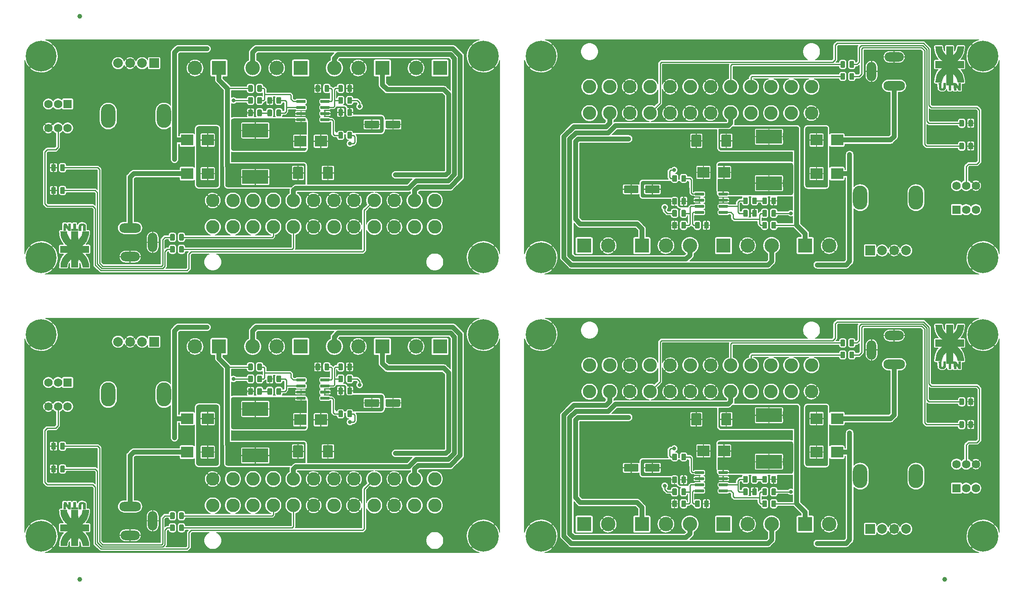
<source format=gbr>
G04 #@! TF.GenerationSoftware,KiCad,Pcbnew,5.1.5-52549c5~86~ubuntu18.04.1*
G04 #@! TF.CreationDate,2020-09-04T15:04:35-03:00*
G04 #@! TF.ProjectId,panel-tp2,70616e65-6c2d-4747-9032-2e6b69636164,v1.0*
G04 #@! TF.SameCoordinates,Original*
G04 #@! TF.FileFunction,Copper,L1,Top*
G04 #@! TF.FilePolarity,Positive*
%FSLAX46Y46*%
G04 Gerber Fmt 4.6, Leading zero omitted, Abs format (unit mm)*
G04 Created by KiCad (PCBNEW 5.1.5-52549c5~86~ubuntu18.04.1) date 2020-09-04 15:04:35*
%MOMM*%
%LPD*%
G04 APERTURE LIST*
%ADD10C,0.010000*%
%ADD11C,0.100000*%
%ADD12R,2.500000X2.300000*%
%ADD13R,5.400000X2.900000*%
%ADD14C,6.400000*%
%ADD15R,3.000000X3.000000*%
%ADD16C,3.000000*%
%ADD17O,4.500000X2.000000*%
%ADD18O,4.000000X2.000000*%
%ADD19O,2.000000X4.000000*%
%ADD20R,1.750000X1.750000*%
%ADD21C,1.750000*%
%ADD22C,2.800000*%
%ADD23R,2.000000X2.000000*%
%ADD24C,2.000000*%
%ADD25O,3.000000X5.000000*%
%ADD26C,1.000000*%
%ADD27C,0.800000*%
%ADD28C,0.250000*%
%ADD29C,1.000000*%
%ADD30C,0.200000*%
%ADD31C,0.254000*%
G04 APERTURE END LIST*
D10*
G36*
X221020916Y-96636584D02*
G01*
X221264333Y-96636666D01*
X221264333Y-97164343D01*
X221265451Y-97385993D01*
X221270233Y-97537918D01*
X221280816Y-97635046D01*
X221299340Y-97692306D01*
X221327943Y-97724626D01*
X221346216Y-97735843D01*
X221491397Y-97777341D01*
X221620188Y-97746607D01*
X221663476Y-97713142D01*
X221693204Y-97666166D01*
X221712971Y-97586028D01*
X221724483Y-97458083D01*
X221729443Y-97267688D01*
X221730000Y-97141642D01*
X221730000Y-96636666D01*
X222195666Y-96636666D01*
X222195666Y-97180739D01*
X222194434Y-97409164D01*
X222189077Y-97570639D01*
X222177103Y-97682866D01*
X222156021Y-97763544D01*
X222123339Y-97830376D01*
X222098836Y-97868656D01*
X221946445Y-98024028D01*
X221742607Y-98113186D01*
X221486525Y-98136371D01*
X221288778Y-98115698D01*
X221092973Y-98055536D01*
X220950111Y-97950737D01*
X220819833Y-97820545D01*
X220798666Y-97228523D01*
X220777500Y-96636501D01*
X221020916Y-96636584D01*
G37*
X221020916Y-96636584D02*
X221264333Y-96636666D01*
X221264333Y-97164343D01*
X221265451Y-97385993D01*
X221270233Y-97537918D01*
X221280816Y-97635046D01*
X221299340Y-97692306D01*
X221327943Y-97724626D01*
X221346216Y-97735843D01*
X221491397Y-97777341D01*
X221620188Y-97746607D01*
X221663476Y-97713142D01*
X221693204Y-97666166D01*
X221712971Y-97586028D01*
X221724483Y-97458083D01*
X221729443Y-97267688D01*
X221730000Y-97141642D01*
X221730000Y-96636666D01*
X222195666Y-96636666D01*
X222195666Y-97180739D01*
X222194434Y-97409164D01*
X222189077Y-97570639D01*
X222177103Y-97682866D01*
X222156021Y-97763544D01*
X222123339Y-97830376D01*
X222098836Y-97868656D01*
X221946445Y-98024028D01*
X221742607Y-98113186D01*
X221486525Y-98136371D01*
X221288778Y-98115698D01*
X221092973Y-98055536D01*
X220950111Y-97950737D01*
X220819833Y-97820545D01*
X220798666Y-97228523D01*
X220777500Y-96636501D01*
X221020916Y-96636584D01*
G36*
X223762000Y-97017666D02*
G01*
X223296333Y-97017666D01*
X223296333Y-98118333D01*
X222830666Y-98118333D01*
X222830666Y-97017666D01*
X222365000Y-97017666D01*
X222365000Y-96636666D01*
X223762000Y-96636666D01*
X223762000Y-97017666D01*
G37*
X223762000Y-97017666D02*
X223296333Y-97017666D01*
X223296333Y-98118333D01*
X222830666Y-98118333D01*
X222830666Y-97017666D01*
X222365000Y-97017666D01*
X222365000Y-96636666D01*
X223762000Y-96636666D01*
X223762000Y-97017666D01*
G36*
X224143000Y-96645400D02*
G01*
X224375833Y-96657833D01*
X224629833Y-97032898D01*
X224883833Y-97407964D01*
X224908177Y-96636666D01*
X225128838Y-96636614D01*
X225349500Y-96636561D01*
X225337011Y-97379593D01*
X225324523Y-98122625D01*
X225108807Y-98109896D01*
X224893090Y-98097166D01*
X224634461Y-97719911D01*
X224375833Y-97342656D01*
X224363661Y-97730494D01*
X224351489Y-98118333D01*
X223935108Y-98118333D01*
X223922637Y-97375650D01*
X223910166Y-96632968D01*
X224143000Y-96645400D01*
G37*
X224143000Y-96645400D02*
X224375833Y-96657833D01*
X224629833Y-97032898D01*
X224883833Y-97407964D01*
X224908177Y-96636666D01*
X225128838Y-96636614D01*
X225349500Y-96636561D01*
X225337011Y-97379593D01*
X225324523Y-98122625D01*
X225108807Y-98109896D01*
X224893090Y-98097166D01*
X224634461Y-97719911D01*
X224375833Y-97342656D01*
X224363661Y-97730494D01*
X224351489Y-98118333D01*
X223935108Y-98118333D01*
X223922637Y-97375650D01*
X223910166Y-96632968D01*
X224143000Y-96645400D01*
G36*
X223729408Y-89916250D02*
G01*
X223740833Y-90815833D01*
X224037936Y-90519500D01*
X224279040Y-90246845D01*
X224453764Y-89967722D01*
X224575950Y-89655833D01*
X224644939Y-89366299D01*
X224710946Y-89016666D01*
X226002481Y-89016666D01*
X225980127Y-89302416D01*
X225930167Y-89716900D01*
X225849105Y-90114483D01*
X225743128Y-90466855D01*
X225703105Y-90569926D01*
X225523701Y-90924526D01*
X225289459Y-91271155D01*
X225018112Y-91587806D01*
X224727397Y-91852473D01*
X224588256Y-91953218D01*
X224419679Y-92064666D01*
X226005666Y-92064666D01*
X226005666Y-93467011D01*
X225243613Y-93453755D01*
X225000316Y-93450635D01*
X224789280Y-93450054D01*
X224623828Y-93451873D01*
X224517287Y-93455954D01*
X224482752Y-93461666D01*
X224516290Y-93494107D01*
X224600229Y-93552776D01*
X224657088Y-93588666D01*
X224813567Y-93706352D01*
X224994146Y-93876829D01*
X225180295Y-94079737D01*
X225353481Y-94294718D01*
X225495171Y-94501412D01*
X225509278Y-94524861D01*
X225637081Y-94777658D01*
X225755565Y-95078114D01*
X225853831Y-95393179D01*
X225920985Y-95689802D01*
X225940751Y-95833553D01*
X225958572Y-96012401D01*
X225977313Y-96187670D01*
X225988840Y-96287416D01*
X226010854Y-96467333D01*
X224704949Y-96467333D01*
X224653434Y-96147995D01*
X224550327Y-95754333D01*
X224376505Y-95385271D01*
X224141740Y-95059332D01*
X224004772Y-94918519D01*
X223740833Y-94674113D01*
X223729424Y-95591889D01*
X223718015Y-96509666D01*
X222365000Y-96509666D01*
X222365000Y-95620666D01*
X222363115Y-95284001D01*
X222357376Y-95029402D01*
X222347651Y-94854351D01*
X222333813Y-94756330D01*
X222319280Y-94731666D01*
X222269870Y-94759837D01*
X222179158Y-94834672D01*
X222064363Y-94941650D01*
X222030554Y-94975083D01*
X221776432Y-95286639D01*
X221585378Y-95650407D01*
X221455246Y-96070608D01*
X221442345Y-96131314D01*
X221370166Y-96488500D01*
X220734545Y-96476867D01*
X220098925Y-96465235D01*
X220128745Y-96053534D01*
X220205916Y-95515606D01*
X220355558Y-95010510D01*
X220574764Y-94545825D01*
X220860631Y-94129131D01*
X220871123Y-94116340D01*
X220996571Y-93975116D01*
X221139128Y-93831493D01*
X221283370Y-93699089D01*
X221413874Y-93591529D01*
X221515217Y-93522433D01*
X221564468Y-93504000D01*
X221602468Y-93477642D01*
X221603034Y-93472250D01*
X221562953Y-93462845D01*
X221451588Y-93456088D01*
X221282289Y-93452290D01*
X221068405Y-93451762D01*
X220841034Y-93454482D01*
X220079000Y-93468464D01*
X220079000Y-92064666D01*
X221654647Y-92064666D01*
X221406573Y-91881113D01*
X221024810Y-91547385D01*
X220707726Y-91160139D01*
X220456757Y-90722149D01*
X220273338Y-90236190D01*
X220158904Y-89705034D01*
X220126869Y-89408250D01*
X220098120Y-89016666D01*
X221412500Y-89016790D01*
X221424053Y-89196645D01*
X221462489Y-89447730D01*
X221541547Y-89727646D01*
X221650008Y-89998282D01*
X221675158Y-90049753D01*
X221745164Y-90162567D01*
X221847870Y-90297993D01*
X221968396Y-90439804D01*
X222091864Y-90571768D01*
X222203393Y-90677655D01*
X222288103Y-90741236D01*
X222319279Y-90752333D01*
X222336795Y-90715463D01*
X222349984Y-90603218D01*
X222358976Y-90413145D01*
X222363899Y-90142794D01*
X222365000Y-89884500D01*
X222365000Y-89016666D01*
X223717982Y-89016666D01*
X223729408Y-89916250D01*
G37*
X223729408Y-89916250D02*
X223740833Y-90815833D01*
X224037936Y-90519500D01*
X224279040Y-90246845D01*
X224453764Y-89967722D01*
X224575950Y-89655833D01*
X224644939Y-89366299D01*
X224710946Y-89016666D01*
X226002481Y-89016666D01*
X225980127Y-89302416D01*
X225930167Y-89716900D01*
X225849105Y-90114483D01*
X225743128Y-90466855D01*
X225703105Y-90569926D01*
X225523701Y-90924526D01*
X225289459Y-91271155D01*
X225018112Y-91587806D01*
X224727397Y-91852473D01*
X224588256Y-91953218D01*
X224419679Y-92064666D01*
X226005666Y-92064666D01*
X226005666Y-93467011D01*
X225243613Y-93453755D01*
X225000316Y-93450635D01*
X224789280Y-93450054D01*
X224623828Y-93451873D01*
X224517287Y-93455954D01*
X224482752Y-93461666D01*
X224516290Y-93494107D01*
X224600229Y-93552776D01*
X224657088Y-93588666D01*
X224813567Y-93706352D01*
X224994146Y-93876829D01*
X225180295Y-94079737D01*
X225353481Y-94294718D01*
X225495171Y-94501412D01*
X225509278Y-94524861D01*
X225637081Y-94777658D01*
X225755565Y-95078114D01*
X225853831Y-95393179D01*
X225920985Y-95689802D01*
X225940751Y-95833553D01*
X225958572Y-96012401D01*
X225977313Y-96187670D01*
X225988840Y-96287416D01*
X226010854Y-96467333D01*
X224704949Y-96467333D01*
X224653434Y-96147995D01*
X224550327Y-95754333D01*
X224376505Y-95385271D01*
X224141740Y-95059332D01*
X224004772Y-94918519D01*
X223740833Y-94674113D01*
X223729424Y-95591889D01*
X223718015Y-96509666D01*
X222365000Y-96509666D01*
X222365000Y-95620666D01*
X222363115Y-95284001D01*
X222357376Y-95029402D01*
X222347651Y-94854351D01*
X222333813Y-94756330D01*
X222319280Y-94731666D01*
X222269870Y-94759837D01*
X222179158Y-94834672D01*
X222064363Y-94941650D01*
X222030554Y-94975083D01*
X221776432Y-95286639D01*
X221585378Y-95650407D01*
X221455246Y-96070608D01*
X221442345Y-96131314D01*
X221370166Y-96488500D01*
X220734545Y-96476867D01*
X220098925Y-96465235D01*
X220128745Y-96053534D01*
X220205916Y-95515606D01*
X220355558Y-95010510D01*
X220574764Y-94545825D01*
X220860631Y-94129131D01*
X220871123Y-94116340D01*
X220996571Y-93975116D01*
X221139128Y-93831493D01*
X221283370Y-93699089D01*
X221413874Y-93591529D01*
X221515217Y-93522433D01*
X221564468Y-93504000D01*
X221602468Y-93477642D01*
X221603034Y-93472250D01*
X221562953Y-93462845D01*
X221451588Y-93456088D01*
X221282289Y-93452290D01*
X221068405Y-93451762D01*
X220841034Y-93454482D01*
X220079000Y-93468464D01*
X220079000Y-92064666D01*
X221654647Y-92064666D01*
X221406573Y-91881113D01*
X221024810Y-91547385D01*
X220707726Y-91160139D01*
X220456757Y-90722149D01*
X220273338Y-90236190D01*
X220158904Y-89705034D01*
X220126869Y-89408250D01*
X220098120Y-89016666D01*
X221412500Y-89016790D01*
X221424053Y-89196645D01*
X221462489Y-89447730D01*
X221541547Y-89727646D01*
X221650008Y-89998282D01*
X221675158Y-90049753D01*
X221745164Y-90162567D01*
X221847870Y-90297993D01*
X221968396Y-90439804D01*
X222091864Y-90571768D01*
X222203393Y-90677655D01*
X222288103Y-90741236D01*
X222319279Y-90752333D01*
X222336795Y-90715463D01*
X222349984Y-90603218D01*
X222358976Y-90413145D01*
X222363899Y-90142794D01*
X222365000Y-89884500D01*
X222365000Y-89016666D01*
X223717982Y-89016666D01*
X223729408Y-89916250D01*
G36*
X221020916Y-38636584D02*
G01*
X221264333Y-38636666D01*
X221264333Y-39164343D01*
X221265451Y-39385993D01*
X221270233Y-39537918D01*
X221280816Y-39635046D01*
X221299340Y-39692306D01*
X221327943Y-39724626D01*
X221346216Y-39735843D01*
X221491397Y-39777341D01*
X221620188Y-39746607D01*
X221663476Y-39713142D01*
X221693204Y-39666166D01*
X221712971Y-39586028D01*
X221724483Y-39458083D01*
X221729443Y-39267688D01*
X221730000Y-39141642D01*
X221730000Y-38636666D01*
X222195666Y-38636666D01*
X222195666Y-39180739D01*
X222194434Y-39409164D01*
X222189077Y-39570639D01*
X222177103Y-39682866D01*
X222156021Y-39763544D01*
X222123339Y-39830376D01*
X222098836Y-39868656D01*
X221946445Y-40024028D01*
X221742607Y-40113186D01*
X221486525Y-40136371D01*
X221288778Y-40115698D01*
X221092973Y-40055536D01*
X220950111Y-39950737D01*
X220819833Y-39820545D01*
X220798666Y-39228523D01*
X220777500Y-38636501D01*
X221020916Y-38636584D01*
G37*
X221020916Y-38636584D02*
X221264333Y-38636666D01*
X221264333Y-39164343D01*
X221265451Y-39385993D01*
X221270233Y-39537918D01*
X221280816Y-39635046D01*
X221299340Y-39692306D01*
X221327943Y-39724626D01*
X221346216Y-39735843D01*
X221491397Y-39777341D01*
X221620188Y-39746607D01*
X221663476Y-39713142D01*
X221693204Y-39666166D01*
X221712971Y-39586028D01*
X221724483Y-39458083D01*
X221729443Y-39267688D01*
X221730000Y-39141642D01*
X221730000Y-38636666D01*
X222195666Y-38636666D01*
X222195666Y-39180739D01*
X222194434Y-39409164D01*
X222189077Y-39570639D01*
X222177103Y-39682866D01*
X222156021Y-39763544D01*
X222123339Y-39830376D01*
X222098836Y-39868656D01*
X221946445Y-40024028D01*
X221742607Y-40113186D01*
X221486525Y-40136371D01*
X221288778Y-40115698D01*
X221092973Y-40055536D01*
X220950111Y-39950737D01*
X220819833Y-39820545D01*
X220798666Y-39228523D01*
X220777500Y-38636501D01*
X221020916Y-38636584D01*
G36*
X223762000Y-39017666D02*
G01*
X223296333Y-39017666D01*
X223296333Y-40118333D01*
X222830666Y-40118333D01*
X222830666Y-39017666D01*
X222365000Y-39017666D01*
X222365000Y-38636666D01*
X223762000Y-38636666D01*
X223762000Y-39017666D01*
G37*
X223762000Y-39017666D02*
X223296333Y-39017666D01*
X223296333Y-40118333D01*
X222830666Y-40118333D01*
X222830666Y-39017666D01*
X222365000Y-39017666D01*
X222365000Y-38636666D01*
X223762000Y-38636666D01*
X223762000Y-39017666D01*
G36*
X224143000Y-38645400D02*
G01*
X224375833Y-38657833D01*
X224629833Y-39032898D01*
X224883833Y-39407964D01*
X224908177Y-38636666D01*
X225128838Y-38636614D01*
X225349500Y-38636561D01*
X225337011Y-39379593D01*
X225324523Y-40122625D01*
X225108807Y-40109896D01*
X224893090Y-40097166D01*
X224634461Y-39719911D01*
X224375833Y-39342656D01*
X224363661Y-39730494D01*
X224351489Y-40118333D01*
X223935108Y-40118333D01*
X223922637Y-39375650D01*
X223910166Y-38632968D01*
X224143000Y-38645400D01*
G37*
X224143000Y-38645400D02*
X224375833Y-38657833D01*
X224629833Y-39032898D01*
X224883833Y-39407964D01*
X224908177Y-38636666D01*
X225128838Y-38636614D01*
X225349500Y-38636561D01*
X225337011Y-39379593D01*
X225324523Y-40122625D01*
X225108807Y-40109896D01*
X224893090Y-40097166D01*
X224634461Y-39719911D01*
X224375833Y-39342656D01*
X224363661Y-39730494D01*
X224351489Y-40118333D01*
X223935108Y-40118333D01*
X223922637Y-39375650D01*
X223910166Y-38632968D01*
X224143000Y-38645400D01*
G36*
X223729408Y-31916250D02*
G01*
X223740833Y-32815833D01*
X224037936Y-32519500D01*
X224279040Y-32246845D01*
X224453764Y-31967722D01*
X224575950Y-31655833D01*
X224644939Y-31366299D01*
X224710946Y-31016666D01*
X226002481Y-31016666D01*
X225980127Y-31302416D01*
X225930167Y-31716900D01*
X225849105Y-32114483D01*
X225743128Y-32466855D01*
X225703105Y-32569926D01*
X225523701Y-32924526D01*
X225289459Y-33271155D01*
X225018112Y-33587806D01*
X224727397Y-33852473D01*
X224588256Y-33953218D01*
X224419679Y-34064666D01*
X226005666Y-34064666D01*
X226005666Y-35467011D01*
X225243613Y-35453755D01*
X225000316Y-35450635D01*
X224789280Y-35450054D01*
X224623828Y-35451873D01*
X224517287Y-35455954D01*
X224482752Y-35461666D01*
X224516290Y-35494107D01*
X224600229Y-35552776D01*
X224657088Y-35588666D01*
X224813567Y-35706352D01*
X224994146Y-35876829D01*
X225180295Y-36079737D01*
X225353481Y-36294718D01*
X225495171Y-36501412D01*
X225509278Y-36524861D01*
X225637081Y-36777658D01*
X225755565Y-37078114D01*
X225853831Y-37393179D01*
X225920985Y-37689802D01*
X225940751Y-37833553D01*
X225958572Y-38012401D01*
X225977313Y-38187670D01*
X225988840Y-38287416D01*
X226010854Y-38467333D01*
X224704949Y-38467333D01*
X224653434Y-38147995D01*
X224550327Y-37754333D01*
X224376505Y-37385271D01*
X224141740Y-37059332D01*
X224004772Y-36918519D01*
X223740833Y-36674113D01*
X223729424Y-37591889D01*
X223718015Y-38509666D01*
X222365000Y-38509666D01*
X222365000Y-37620666D01*
X222363115Y-37284001D01*
X222357376Y-37029402D01*
X222347651Y-36854351D01*
X222333813Y-36756330D01*
X222319280Y-36731666D01*
X222269870Y-36759837D01*
X222179158Y-36834672D01*
X222064363Y-36941650D01*
X222030554Y-36975083D01*
X221776432Y-37286639D01*
X221585378Y-37650407D01*
X221455246Y-38070608D01*
X221442345Y-38131314D01*
X221370166Y-38488500D01*
X220734545Y-38476867D01*
X220098925Y-38465235D01*
X220128745Y-38053534D01*
X220205916Y-37515606D01*
X220355558Y-37010510D01*
X220574764Y-36545825D01*
X220860631Y-36129131D01*
X220871123Y-36116340D01*
X220996571Y-35975116D01*
X221139128Y-35831493D01*
X221283370Y-35699089D01*
X221413874Y-35591529D01*
X221515217Y-35522433D01*
X221564468Y-35504000D01*
X221602468Y-35477642D01*
X221603034Y-35472250D01*
X221562953Y-35462845D01*
X221451588Y-35456088D01*
X221282289Y-35452290D01*
X221068405Y-35451762D01*
X220841034Y-35454482D01*
X220079000Y-35468464D01*
X220079000Y-34064666D01*
X221654647Y-34064666D01*
X221406573Y-33881113D01*
X221024810Y-33547385D01*
X220707726Y-33160139D01*
X220456757Y-32722149D01*
X220273338Y-32236190D01*
X220158904Y-31705034D01*
X220126869Y-31408250D01*
X220098120Y-31016666D01*
X221412500Y-31016790D01*
X221424053Y-31196645D01*
X221462489Y-31447730D01*
X221541547Y-31727646D01*
X221650008Y-31998282D01*
X221675158Y-32049753D01*
X221745164Y-32162567D01*
X221847870Y-32297993D01*
X221968396Y-32439804D01*
X222091864Y-32571768D01*
X222203393Y-32677655D01*
X222288103Y-32741236D01*
X222319279Y-32752333D01*
X222336795Y-32715463D01*
X222349984Y-32603218D01*
X222358976Y-32413145D01*
X222363899Y-32142794D01*
X222365000Y-31884500D01*
X222365000Y-31016666D01*
X223717982Y-31016666D01*
X223729408Y-31916250D01*
G37*
X223729408Y-31916250D02*
X223740833Y-32815833D01*
X224037936Y-32519500D01*
X224279040Y-32246845D01*
X224453764Y-31967722D01*
X224575950Y-31655833D01*
X224644939Y-31366299D01*
X224710946Y-31016666D01*
X226002481Y-31016666D01*
X225980127Y-31302416D01*
X225930167Y-31716900D01*
X225849105Y-32114483D01*
X225743128Y-32466855D01*
X225703105Y-32569926D01*
X225523701Y-32924526D01*
X225289459Y-33271155D01*
X225018112Y-33587806D01*
X224727397Y-33852473D01*
X224588256Y-33953218D01*
X224419679Y-34064666D01*
X226005666Y-34064666D01*
X226005666Y-35467011D01*
X225243613Y-35453755D01*
X225000316Y-35450635D01*
X224789280Y-35450054D01*
X224623828Y-35451873D01*
X224517287Y-35455954D01*
X224482752Y-35461666D01*
X224516290Y-35494107D01*
X224600229Y-35552776D01*
X224657088Y-35588666D01*
X224813567Y-35706352D01*
X224994146Y-35876829D01*
X225180295Y-36079737D01*
X225353481Y-36294718D01*
X225495171Y-36501412D01*
X225509278Y-36524861D01*
X225637081Y-36777658D01*
X225755565Y-37078114D01*
X225853831Y-37393179D01*
X225920985Y-37689802D01*
X225940751Y-37833553D01*
X225958572Y-38012401D01*
X225977313Y-38187670D01*
X225988840Y-38287416D01*
X226010854Y-38467333D01*
X224704949Y-38467333D01*
X224653434Y-38147995D01*
X224550327Y-37754333D01*
X224376505Y-37385271D01*
X224141740Y-37059332D01*
X224004772Y-36918519D01*
X223740833Y-36674113D01*
X223729424Y-37591889D01*
X223718015Y-38509666D01*
X222365000Y-38509666D01*
X222365000Y-37620666D01*
X222363115Y-37284001D01*
X222357376Y-37029402D01*
X222347651Y-36854351D01*
X222333813Y-36756330D01*
X222319280Y-36731666D01*
X222269870Y-36759837D01*
X222179158Y-36834672D01*
X222064363Y-36941650D01*
X222030554Y-36975083D01*
X221776432Y-37286639D01*
X221585378Y-37650407D01*
X221455246Y-38070608D01*
X221442345Y-38131314D01*
X221370166Y-38488500D01*
X220734545Y-38476867D01*
X220098925Y-38465235D01*
X220128745Y-38053534D01*
X220205916Y-37515606D01*
X220355558Y-37010510D01*
X220574764Y-36545825D01*
X220860631Y-36129131D01*
X220871123Y-36116340D01*
X220996571Y-35975116D01*
X221139128Y-35831493D01*
X221283370Y-35699089D01*
X221413874Y-35591529D01*
X221515217Y-35522433D01*
X221564468Y-35504000D01*
X221602468Y-35477642D01*
X221603034Y-35472250D01*
X221562953Y-35462845D01*
X221451588Y-35456088D01*
X221282289Y-35452290D01*
X221068405Y-35451762D01*
X220841034Y-35454482D01*
X220079000Y-35468464D01*
X220079000Y-34064666D01*
X221654647Y-34064666D01*
X221406573Y-33881113D01*
X221024810Y-33547385D01*
X220707726Y-33160139D01*
X220456757Y-32722149D01*
X220273338Y-32236190D01*
X220158904Y-31705034D01*
X220126869Y-31408250D01*
X220098120Y-31016666D01*
X221412500Y-31016790D01*
X221424053Y-31196645D01*
X221462489Y-31447730D01*
X221541547Y-31727646D01*
X221650008Y-31998282D01*
X221675158Y-32049753D01*
X221745164Y-32162567D01*
X221847870Y-32297993D01*
X221968396Y-32439804D01*
X222091864Y-32571768D01*
X222203393Y-32677655D01*
X222288103Y-32741236D01*
X222319279Y-32752333D01*
X222336795Y-32715463D01*
X222349984Y-32603218D01*
X222358976Y-32413145D01*
X222363899Y-32142794D01*
X222365000Y-31884500D01*
X222365000Y-31016666D01*
X223717982Y-31016666D01*
X223729408Y-31916250D01*
G36*
X42979084Y-127363416D02*
G01*
X42735667Y-127363334D01*
X42735667Y-126835657D01*
X42734549Y-126614007D01*
X42729767Y-126462082D01*
X42719184Y-126364954D01*
X42700660Y-126307694D01*
X42672057Y-126275374D01*
X42653784Y-126264157D01*
X42508603Y-126222659D01*
X42379812Y-126253393D01*
X42336524Y-126286858D01*
X42306796Y-126333834D01*
X42287029Y-126413972D01*
X42275517Y-126541917D01*
X42270557Y-126732312D01*
X42270000Y-126858358D01*
X42270000Y-127363334D01*
X41804334Y-127363334D01*
X41804334Y-126819261D01*
X41805566Y-126590836D01*
X41810923Y-126429361D01*
X41822897Y-126317134D01*
X41843979Y-126236456D01*
X41876661Y-126169624D01*
X41901164Y-126131344D01*
X42053555Y-125975972D01*
X42257393Y-125886814D01*
X42513475Y-125863629D01*
X42711222Y-125884302D01*
X42907027Y-125944464D01*
X43049889Y-126049263D01*
X43180167Y-126179455D01*
X43201334Y-126771477D01*
X43222500Y-127363499D01*
X42979084Y-127363416D01*
G37*
X42979084Y-127363416D02*
X42735667Y-127363334D01*
X42735667Y-126835657D01*
X42734549Y-126614007D01*
X42729767Y-126462082D01*
X42719184Y-126364954D01*
X42700660Y-126307694D01*
X42672057Y-126275374D01*
X42653784Y-126264157D01*
X42508603Y-126222659D01*
X42379812Y-126253393D01*
X42336524Y-126286858D01*
X42306796Y-126333834D01*
X42287029Y-126413972D01*
X42275517Y-126541917D01*
X42270557Y-126732312D01*
X42270000Y-126858358D01*
X42270000Y-127363334D01*
X41804334Y-127363334D01*
X41804334Y-126819261D01*
X41805566Y-126590836D01*
X41810923Y-126429361D01*
X41822897Y-126317134D01*
X41843979Y-126236456D01*
X41876661Y-126169624D01*
X41901164Y-126131344D01*
X42053555Y-125975972D01*
X42257393Y-125886814D01*
X42513475Y-125863629D01*
X42711222Y-125884302D01*
X42907027Y-125944464D01*
X43049889Y-126049263D01*
X43180167Y-126179455D01*
X43201334Y-126771477D01*
X43222500Y-127363499D01*
X42979084Y-127363416D01*
G36*
X40238000Y-126982334D02*
G01*
X40703667Y-126982334D01*
X40703667Y-125881667D01*
X41169334Y-125881667D01*
X41169334Y-126982334D01*
X41635000Y-126982334D01*
X41635000Y-127363334D01*
X40238000Y-127363334D01*
X40238000Y-126982334D01*
G37*
X40238000Y-126982334D02*
X40703667Y-126982334D01*
X40703667Y-125881667D01*
X41169334Y-125881667D01*
X41169334Y-126982334D01*
X41635000Y-126982334D01*
X41635000Y-127363334D01*
X40238000Y-127363334D01*
X40238000Y-126982334D01*
G36*
X39857000Y-127354600D02*
G01*
X39624167Y-127342167D01*
X39370167Y-126967102D01*
X39116167Y-126592036D01*
X39091823Y-127363334D01*
X38871162Y-127363386D01*
X38650500Y-127363439D01*
X38662989Y-126620407D01*
X38675477Y-125877375D01*
X38891193Y-125890104D01*
X39106910Y-125902834D01*
X39365539Y-126280089D01*
X39624167Y-126657344D01*
X39636339Y-126269506D01*
X39648511Y-125881667D01*
X40064892Y-125881667D01*
X40077363Y-126624350D01*
X40089834Y-127367032D01*
X39857000Y-127354600D01*
G37*
X39857000Y-127354600D02*
X39624167Y-127342167D01*
X39370167Y-126967102D01*
X39116167Y-126592036D01*
X39091823Y-127363334D01*
X38871162Y-127363386D01*
X38650500Y-127363439D01*
X38662989Y-126620407D01*
X38675477Y-125877375D01*
X38891193Y-125890104D01*
X39106910Y-125902834D01*
X39365539Y-126280089D01*
X39624167Y-126657344D01*
X39636339Y-126269506D01*
X39648511Y-125881667D01*
X40064892Y-125881667D01*
X40077363Y-126624350D01*
X40089834Y-127367032D01*
X39857000Y-127354600D01*
G36*
X40270592Y-134083750D02*
G01*
X40259167Y-133184167D01*
X39962064Y-133480500D01*
X39720960Y-133753155D01*
X39546236Y-134032278D01*
X39424050Y-134344167D01*
X39355061Y-134633701D01*
X39289054Y-134983334D01*
X37997519Y-134983334D01*
X38019873Y-134697584D01*
X38069833Y-134283100D01*
X38150895Y-133885517D01*
X38256872Y-133533145D01*
X38296895Y-133430074D01*
X38476299Y-133075474D01*
X38710541Y-132728845D01*
X38981888Y-132412194D01*
X39272603Y-132147527D01*
X39411744Y-132046782D01*
X39580321Y-131935334D01*
X37994334Y-131935334D01*
X37994334Y-130532989D01*
X38756387Y-130546245D01*
X38999684Y-130549365D01*
X39210720Y-130549946D01*
X39376172Y-130548127D01*
X39482713Y-130544046D01*
X39517248Y-130538334D01*
X39483710Y-130505893D01*
X39399771Y-130447224D01*
X39342912Y-130411334D01*
X39186433Y-130293648D01*
X39005854Y-130123171D01*
X38819705Y-129920263D01*
X38646519Y-129705282D01*
X38504829Y-129498588D01*
X38490722Y-129475139D01*
X38362919Y-129222342D01*
X38244435Y-128921886D01*
X38146169Y-128606821D01*
X38079015Y-128310198D01*
X38059249Y-128166447D01*
X38041428Y-127987599D01*
X38022687Y-127812330D01*
X38011160Y-127712584D01*
X37989146Y-127532667D01*
X39295051Y-127532667D01*
X39346566Y-127852005D01*
X39449673Y-128245667D01*
X39623495Y-128614729D01*
X39858260Y-128940668D01*
X39995228Y-129081481D01*
X40259167Y-129325887D01*
X40270576Y-128408111D01*
X40281985Y-127490334D01*
X41635000Y-127490334D01*
X41635000Y-128379334D01*
X41636885Y-128715999D01*
X41642624Y-128970598D01*
X41652349Y-129145649D01*
X41666187Y-129243670D01*
X41680720Y-129268334D01*
X41730130Y-129240163D01*
X41820842Y-129165328D01*
X41935637Y-129058350D01*
X41969446Y-129024917D01*
X42223568Y-128713361D01*
X42414622Y-128349593D01*
X42544754Y-127929392D01*
X42557655Y-127868686D01*
X42629834Y-127511500D01*
X43265455Y-127523133D01*
X43901075Y-127534765D01*
X43871255Y-127946466D01*
X43794084Y-128484394D01*
X43644442Y-128989490D01*
X43425236Y-129454175D01*
X43139369Y-129870869D01*
X43128877Y-129883660D01*
X43003429Y-130024884D01*
X42860872Y-130168507D01*
X42716630Y-130300911D01*
X42586126Y-130408471D01*
X42484783Y-130477567D01*
X42435532Y-130496000D01*
X42397532Y-130522358D01*
X42396966Y-130527750D01*
X42437047Y-130537155D01*
X42548412Y-130543912D01*
X42717711Y-130547710D01*
X42931595Y-130548238D01*
X43158966Y-130545518D01*
X43921000Y-130531536D01*
X43921000Y-131935334D01*
X42345353Y-131935334D01*
X42593427Y-132118887D01*
X42975190Y-132452615D01*
X43292274Y-132839861D01*
X43543243Y-133277851D01*
X43726662Y-133763810D01*
X43841096Y-134294966D01*
X43873131Y-134591750D01*
X43901880Y-134983334D01*
X42587500Y-134983210D01*
X42575947Y-134803355D01*
X42537511Y-134552270D01*
X42458453Y-134272354D01*
X42349992Y-134001718D01*
X42324842Y-133950247D01*
X42254836Y-133837433D01*
X42152130Y-133702007D01*
X42031604Y-133560196D01*
X41908136Y-133428232D01*
X41796607Y-133322345D01*
X41711897Y-133258764D01*
X41680721Y-133247667D01*
X41663205Y-133284537D01*
X41650016Y-133396782D01*
X41641024Y-133586855D01*
X41636101Y-133857206D01*
X41635000Y-134115500D01*
X41635000Y-134983334D01*
X40282018Y-134983334D01*
X40270592Y-134083750D01*
G37*
X40270592Y-134083750D02*
X40259167Y-133184167D01*
X39962064Y-133480500D01*
X39720960Y-133753155D01*
X39546236Y-134032278D01*
X39424050Y-134344167D01*
X39355061Y-134633701D01*
X39289054Y-134983334D01*
X37997519Y-134983334D01*
X38019873Y-134697584D01*
X38069833Y-134283100D01*
X38150895Y-133885517D01*
X38256872Y-133533145D01*
X38296895Y-133430074D01*
X38476299Y-133075474D01*
X38710541Y-132728845D01*
X38981888Y-132412194D01*
X39272603Y-132147527D01*
X39411744Y-132046782D01*
X39580321Y-131935334D01*
X37994334Y-131935334D01*
X37994334Y-130532989D01*
X38756387Y-130546245D01*
X38999684Y-130549365D01*
X39210720Y-130549946D01*
X39376172Y-130548127D01*
X39482713Y-130544046D01*
X39517248Y-130538334D01*
X39483710Y-130505893D01*
X39399771Y-130447224D01*
X39342912Y-130411334D01*
X39186433Y-130293648D01*
X39005854Y-130123171D01*
X38819705Y-129920263D01*
X38646519Y-129705282D01*
X38504829Y-129498588D01*
X38490722Y-129475139D01*
X38362919Y-129222342D01*
X38244435Y-128921886D01*
X38146169Y-128606821D01*
X38079015Y-128310198D01*
X38059249Y-128166447D01*
X38041428Y-127987599D01*
X38022687Y-127812330D01*
X38011160Y-127712584D01*
X37989146Y-127532667D01*
X39295051Y-127532667D01*
X39346566Y-127852005D01*
X39449673Y-128245667D01*
X39623495Y-128614729D01*
X39858260Y-128940668D01*
X39995228Y-129081481D01*
X40259167Y-129325887D01*
X40270576Y-128408111D01*
X40281985Y-127490334D01*
X41635000Y-127490334D01*
X41635000Y-128379334D01*
X41636885Y-128715999D01*
X41642624Y-128970598D01*
X41652349Y-129145649D01*
X41666187Y-129243670D01*
X41680720Y-129268334D01*
X41730130Y-129240163D01*
X41820842Y-129165328D01*
X41935637Y-129058350D01*
X41969446Y-129024917D01*
X42223568Y-128713361D01*
X42414622Y-128349593D01*
X42544754Y-127929392D01*
X42557655Y-127868686D01*
X42629834Y-127511500D01*
X43265455Y-127523133D01*
X43901075Y-127534765D01*
X43871255Y-127946466D01*
X43794084Y-128484394D01*
X43644442Y-128989490D01*
X43425236Y-129454175D01*
X43139369Y-129870869D01*
X43128877Y-129883660D01*
X43003429Y-130024884D01*
X42860872Y-130168507D01*
X42716630Y-130300911D01*
X42586126Y-130408471D01*
X42484783Y-130477567D01*
X42435532Y-130496000D01*
X42397532Y-130522358D01*
X42396966Y-130527750D01*
X42437047Y-130537155D01*
X42548412Y-130543912D01*
X42717711Y-130547710D01*
X42931595Y-130548238D01*
X43158966Y-130545518D01*
X43921000Y-130531536D01*
X43921000Y-131935334D01*
X42345353Y-131935334D01*
X42593427Y-132118887D01*
X42975190Y-132452615D01*
X43292274Y-132839861D01*
X43543243Y-133277851D01*
X43726662Y-133763810D01*
X43841096Y-134294966D01*
X43873131Y-134591750D01*
X43901880Y-134983334D01*
X42587500Y-134983210D01*
X42575947Y-134803355D01*
X42537511Y-134552270D01*
X42458453Y-134272354D01*
X42349992Y-134001718D01*
X42324842Y-133950247D01*
X42254836Y-133837433D01*
X42152130Y-133702007D01*
X42031604Y-133560196D01*
X41908136Y-133428232D01*
X41796607Y-133322345D01*
X41711897Y-133258764D01*
X41680721Y-133247667D01*
X41663205Y-133284537D01*
X41650016Y-133396782D01*
X41641024Y-133586855D01*
X41636101Y-133857206D01*
X41635000Y-134115500D01*
X41635000Y-134983334D01*
X40282018Y-134983334D01*
X40270592Y-134083750D01*
G36*
X40270592Y-76083750D02*
G01*
X40259167Y-75184167D01*
X39962064Y-75480500D01*
X39720960Y-75753155D01*
X39546236Y-76032278D01*
X39424050Y-76344167D01*
X39355061Y-76633701D01*
X39289054Y-76983334D01*
X37997519Y-76983334D01*
X38019873Y-76697584D01*
X38069833Y-76283100D01*
X38150895Y-75885517D01*
X38256872Y-75533145D01*
X38296895Y-75430074D01*
X38476299Y-75075474D01*
X38710541Y-74728845D01*
X38981888Y-74412194D01*
X39272603Y-74147527D01*
X39411744Y-74046782D01*
X39580321Y-73935334D01*
X37994334Y-73935334D01*
X37994334Y-72532989D01*
X38756387Y-72546245D01*
X38999684Y-72549365D01*
X39210720Y-72549946D01*
X39376172Y-72548127D01*
X39482713Y-72544046D01*
X39517248Y-72538334D01*
X39483710Y-72505893D01*
X39399771Y-72447224D01*
X39342912Y-72411334D01*
X39186433Y-72293648D01*
X39005854Y-72123171D01*
X38819705Y-71920263D01*
X38646519Y-71705282D01*
X38504829Y-71498588D01*
X38490722Y-71475139D01*
X38362919Y-71222342D01*
X38244435Y-70921886D01*
X38146169Y-70606821D01*
X38079015Y-70310198D01*
X38059249Y-70166447D01*
X38041428Y-69987599D01*
X38022687Y-69812330D01*
X38011160Y-69712584D01*
X37989146Y-69532667D01*
X39295051Y-69532667D01*
X39346566Y-69852005D01*
X39449673Y-70245667D01*
X39623495Y-70614729D01*
X39858260Y-70940668D01*
X39995228Y-71081481D01*
X40259167Y-71325887D01*
X40270576Y-70408111D01*
X40281985Y-69490334D01*
X41635000Y-69490334D01*
X41635000Y-70379334D01*
X41636885Y-70715999D01*
X41642624Y-70970598D01*
X41652349Y-71145649D01*
X41666187Y-71243670D01*
X41680720Y-71268334D01*
X41730130Y-71240163D01*
X41820842Y-71165328D01*
X41935637Y-71058350D01*
X41969446Y-71024917D01*
X42223568Y-70713361D01*
X42414622Y-70349593D01*
X42544754Y-69929392D01*
X42557655Y-69868686D01*
X42629834Y-69511500D01*
X43265455Y-69523133D01*
X43901075Y-69534765D01*
X43871255Y-69946466D01*
X43794084Y-70484394D01*
X43644442Y-70989490D01*
X43425236Y-71454175D01*
X43139369Y-71870869D01*
X43128877Y-71883660D01*
X43003429Y-72024884D01*
X42860872Y-72168507D01*
X42716630Y-72300911D01*
X42586126Y-72408471D01*
X42484783Y-72477567D01*
X42435532Y-72496000D01*
X42397532Y-72522358D01*
X42396966Y-72527750D01*
X42437047Y-72537155D01*
X42548412Y-72543912D01*
X42717711Y-72547710D01*
X42931595Y-72548238D01*
X43158966Y-72545518D01*
X43921000Y-72531536D01*
X43921000Y-73935334D01*
X42345353Y-73935334D01*
X42593427Y-74118887D01*
X42975190Y-74452615D01*
X43292274Y-74839861D01*
X43543243Y-75277851D01*
X43726662Y-75763810D01*
X43841096Y-76294966D01*
X43873131Y-76591750D01*
X43901880Y-76983334D01*
X42587500Y-76983210D01*
X42575947Y-76803355D01*
X42537511Y-76552270D01*
X42458453Y-76272354D01*
X42349992Y-76001718D01*
X42324842Y-75950247D01*
X42254836Y-75837433D01*
X42152130Y-75702007D01*
X42031604Y-75560196D01*
X41908136Y-75428232D01*
X41796607Y-75322345D01*
X41711897Y-75258764D01*
X41680721Y-75247667D01*
X41663205Y-75284537D01*
X41650016Y-75396782D01*
X41641024Y-75586855D01*
X41636101Y-75857206D01*
X41635000Y-76115500D01*
X41635000Y-76983334D01*
X40282018Y-76983334D01*
X40270592Y-76083750D01*
G37*
X40270592Y-76083750D02*
X40259167Y-75184167D01*
X39962064Y-75480500D01*
X39720960Y-75753155D01*
X39546236Y-76032278D01*
X39424050Y-76344167D01*
X39355061Y-76633701D01*
X39289054Y-76983334D01*
X37997519Y-76983334D01*
X38019873Y-76697584D01*
X38069833Y-76283100D01*
X38150895Y-75885517D01*
X38256872Y-75533145D01*
X38296895Y-75430074D01*
X38476299Y-75075474D01*
X38710541Y-74728845D01*
X38981888Y-74412194D01*
X39272603Y-74147527D01*
X39411744Y-74046782D01*
X39580321Y-73935334D01*
X37994334Y-73935334D01*
X37994334Y-72532989D01*
X38756387Y-72546245D01*
X38999684Y-72549365D01*
X39210720Y-72549946D01*
X39376172Y-72548127D01*
X39482713Y-72544046D01*
X39517248Y-72538334D01*
X39483710Y-72505893D01*
X39399771Y-72447224D01*
X39342912Y-72411334D01*
X39186433Y-72293648D01*
X39005854Y-72123171D01*
X38819705Y-71920263D01*
X38646519Y-71705282D01*
X38504829Y-71498588D01*
X38490722Y-71475139D01*
X38362919Y-71222342D01*
X38244435Y-70921886D01*
X38146169Y-70606821D01*
X38079015Y-70310198D01*
X38059249Y-70166447D01*
X38041428Y-69987599D01*
X38022687Y-69812330D01*
X38011160Y-69712584D01*
X37989146Y-69532667D01*
X39295051Y-69532667D01*
X39346566Y-69852005D01*
X39449673Y-70245667D01*
X39623495Y-70614729D01*
X39858260Y-70940668D01*
X39995228Y-71081481D01*
X40259167Y-71325887D01*
X40270576Y-70408111D01*
X40281985Y-69490334D01*
X41635000Y-69490334D01*
X41635000Y-70379334D01*
X41636885Y-70715999D01*
X41642624Y-70970598D01*
X41652349Y-71145649D01*
X41666187Y-71243670D01*
X41680720Y-71268334D01*
X41730130Y-71240163D01*
X41820842Y-71165328D01*
X41935637Y-71058350D01*
X41969446Y-71024917D01*
X42223568Y-70713361D01*
X42414622Y-70349593D01*
X42544754Y-69929392D01*
X42557655Y-69868686D01*
X42629834Y-69511500D01*
X43265455Y-69523133D01*
X43901075Y-69534765D01*
X43871255Y-69946466D01*
X43794084Y-70484394D01*
X43644442Y-70989490D01*
X43425236Y-71454175D01*
X43139369Y-71870869D01*
X43128877Y-71883660D01*
X43003429Y-72024884D01*
X42860872Y-72168507D01*
X42716630Y-72300911D01*
X42586126Y-72408471D01*
X42484783Y-72477567D01*
X42435532Y-72496000D01*
X42397532Y-72522358D01*
X42396966Y-72527750D01*
X42437047Y-72537155D01*
X42548412Y-72543912D01*
X42717711Y-72547710D01*
X42931595Y-72548238D01*
X43158966Y-72545518D01*
X43921000Y-72531536D01*
X43921000Y-73935334D01*
X42345353Y-73935334D01*
X42593427Y-74118887D01*
X42975190Y-74452615D01*
X43292274Y-74839861D01*
X43543243Y-75277851D01*
X43726662Y-75763810D01*
X43841096Y-76294966D01*
X43873131Y-76591750D01*
X43901880Y-76983334D01*
X42587500Y-76983210D01*
X42575947Y-76803355D01*
X42537511Y-76552270D01*
X42458453Y-76272354D01*
X42349992Y-76001718D01*
X42324842Y-75950247D01*
X42254836Y-75837433D01*
X42152130Y-75702007D01*
X42031604Y-75560196D01*
X41908136Y-75428232D01*
X41796607Y-75322345D01*
X41711897Y-75258764D01*
X41680721Y-75247667D01*
X41663205Y-75284537D01*
X41650016Y-75396782D01*
X41641024Y-75586855D01*
X41636101Y-75857206D01*
X41635000Y-76115500D01*
X41635000Y-76983334D01*
X40282018Y-76983334D01*
X40270592Y-76083750D01*
G36*
X39857000Y-69354600D02*
G01*
X39624167Y-69342167D01*
X39370167Y-68967102D01*
X39116167Y-68592036D01*
X39091823Y-69363334D01*
X38871162Y-69363386D01*
X38650500Y-69363439D01*
X38662989Y-68620407D01*
X38675477Y-67877375D01*
X38891193Y-67890104D01*
X39106910Y-67902834D01*
X39365539Y-68280089D01*
X39624167Y-68657344D01*
X39636339Y-68269506D01*
X39648511Y-67881667D01*
X40064892Y-67881667D01*
X40077363Y-68624350D01*
X40089834Y-69367032D01*
X39857000Y-69354600D01*
G37*
X39857000Y-69354600D02*
X39624167Y-69342167D01*
X39370167Y-68967102D01*
X39116167Y-68592036D01*
X39091823Y-69363334D01*
X38871162Y-69363386D01*
X38650500Y-69363439D01*
X38662989Y-68620407D01*
X38675477Y-67877375D01*
X38891193Y-67890104D01*
X39106910Y-67902834D01*
X39365539Y-68280089D01*
X39624167Y-68657344D01*
X39636339Y-68269506D01*
X39648511Y-67881667D01*
X40064892Y-67881667D01*
X40077363Y-68624350D01*
X40089834Y-69367032D01*
X39857000Y-69354600D01*
G36*
X40238000Y-68982334D02*
G01*
X40703667Y-68982334D01*
X40703667Y-67881667D01*
X41169334Y-67881667D01*
X41169334Y-68982334D01*
X41635000Y-68982334D01*
X41635000Y-69363334D01*
X40238000Y-69363334D01*
X40238000Y-68982334D01*
G37*
X40238000Y-68982334D02*
X40703667Y-68982334D01*
X40703667Y-67881667D01*
X41169334Y-67881667D01*
X41169334Y-68982334D01*
X41635000Y-68982334D01*
X41635000Y-69363334D01*
X40238000Y-69363334D01*
X40238000Y-68982334D01*
G36*
X42979084Y-69363416D02*
G01*
X42735667Y-69363334D01*
X42735667Y-68835657D01*
X42734549Y-68614007D01*
X42729767Y-68462082D01*
X42719184Y-68364954D01*
X42700660Y-68307694D01*
X42672057Y-68275374D01*
X42653784Y-68264157D01*
X42508603Y-68222659D01*
X42379812Y-68253393D01*
X42336524Y-68286858D01*
X42306796Y-68333834D01*
X42287029Y-68413972D01*
X42275517Y-68541917D01*
X42270557Y-68732312D01*
X42270000Y-68858358D01*
X42270000Y-69363334D01*
X41804334Y-69363334D01*
X41804334Y-68819261D01*
X41805566Y-68590836D01*
X41810923Y-68429361D01*
X41822897Y-68317134D01*
X41843979Y-68236456D01*
X41876661Y-68169624D01*
X41901164Y-68131344D01*
X42053555Y-67975972D01*
X42257393Y-67886814D01*
X42513475Y-67863629D01*
X42711222Y-67884302D01*
X42907027Y-67944464D01*
X43049889Y-68049263D01*
X43180167Y-68179455D01*
X43201334Y-68771477D01*
X43222500Y-69363499D01*
X42979084Y-69363416D01*
G37*
X42979084Y-69363416D02*
X42735667Y-69363334D01*
X42735667Y-68835657D01*
X42734549Y-68614007D01*
X42729767Y-68462082D01*
X42719184Y-68364954D01*
X42700660Y-68307694D01*
X42672057Y-68275374D01*
X42653784Y-68264157D01*
X42508603Y-68222659D01*
X42379812Y-68253393D01*
X42336524Y-68286858D01*
X42306796Y-68333834D01*
X42287029Y-68413972D01*
X42275517Y-68541917D01*
X42270557Y-68732312D01*
X42270000Y-68858358D01*
X42270000Y-69363334D01*
X41804334Y-69363334D01*
X41804334Y-68819261D01*
X41805566Y-68590836D01*
X41810923Y-68429361D01*
X41822897Y-68317134D01*
X41843979Y-68236456D01*
X41876661Y-68169624D01*
X41901164Y-68131344D01*
X42053555Y-67975972D01*
X42257393Y-67886814D01*
X42513475Y-67863629D01*
X42711222Y-67884302D01*
X42907027Y-67944464D01*
X43049889Y-68049263D01*
X43180167Y-68179455D01*
X43201334Y-68771477D01*
X43222500Y-69363499D01*
X42979084Y-69363416D01*
G04 #@! TA.AperFunction,SMDPad,CuDef*
D11*
G36*
X167955142Y-120551174D02*
G01*
X167978803Y-120554684D01*
X168002007Y-120560496D01*
X168024529Y-120568554D01*
X168046153Y-120578782D01*
X168066670Y-120591079D01*
X168085883Y-120605329D01*
X168103607Y-120621393D01*
X168119671Y-120639117D01*
X168133921Y-120658330D01*
X168146218Y-120678847D01*
X168156446Y-120700471D01*
X168164504Y-120722993D01*
X168170316Y-120746197D01*
X168173826Y-120769858D01*
X168175000Y-120793750D01*
X168175000Y-121706250D01*
X168173826Y-121730142D01*
X168170316Y-121753803D01*
X168164504Y-121777007D01*
X168156446Y-121799529D01*
X168146218Y-121821153D01*
X168133921Y-121841670D01*
X168119671Y-121860883D01*
X168103607Y-121878607D01*
X168085883Y-121894671D01*
X168066670Y-121908921D01*
X168046153Y-121921218D01*
X168024529Y-121931446D01*
X168002007Y-121939504D01*
X167978803Y-121945316D01*
X167955142Y-121948826D01*
X167931250Y-121950000D01*
X167443750Y-121950000D01*
X167419858Y-121948826D01*
X167396197Y-121945316D01*
X167372993Y-121939504D01*
X167350471Y-121931446D01*
X167328847Y-121921218D01*
X167308330Y-121908921D01*
X167289117Y-121894671D01*
X167271393Y-121878607D01*
X167255329Y-121860883D01*
X167241079Y-121841670D01*
X167228782Y-121821153D01*
X167218554Y-121799529D01*
X167210496Y-121777007D01*
X167204684Y-121753803D01*
X167201174Y-121730142D01*
X167200000Y-121706250D01*
X167200000Y-120793750D01*
X167201174Y-120769858D01*
X167204684Y-120746197D01*
X167210496Y-120722993D01*
X167218554Y-120700471D01*
X167228782Y-120678847D01*
X167241079Y-120658330D01*
X167255329Y-120639117D01*
X167271393Y-120621393D01*
X167289117Y-120605329D01*
X167308330Y-120591079D01*
X167328847Y-120578782D01*
X167350471Y-120568554D01*
X167372993Y-120560496D01*
X167396197Y-120554684D01*
X167419858Y-120551174D01*
X167443750Y-120550000D01*
X167931250Y-120550000D01*
X167955142Y-120551174D01*
G37*
G04 #@! TD.AperFunction*
G04 #@! TA.AperFunction,SMDPad,CuDef*
G36*
X166080142Y-120551174D02*
G01*
X166103803Y-120554684D01*
X166127007Y-120560496D01*
X166149529Y-120568554D01*
X166171153Y-120578782D01*
X166191670Y-120591079D01*
X166210883Y-120605329D01*
X166228607Y-120621393D01*
X166244671Y-120639117D01*
X166258921Y-120658330D01*
X166271218Y-120678847D01*
X166281446Y-120700471D01*
X166289504Y-120722993D01*
X166295316Y-120746197D01*
X166298826Y-120769858D01*
X166300000Y-120793750D01*
X166300000Y-121706250D01*
X166298826Y-121730142D01*
X166295316Y-121753803D01*
X166289504Y-121777007D01*
X166281446Y-121799529D01*
X166271218Y-121821153D01*
X166258921Y-121841670D01*
X166244671Y-121860883D01*
X166228607Y-121878607D01*
X166210883Y-121894671D01*
X166191670Y-121908921D01*
X166171153Y-121921218D01*
X166149529Y-121931446D01*
X166127007Y-121939504D01*
X166103803Y-121945316D01*
X166080142Y-121948826D01*
X166056250Y-121950000D01*
X165568750Y-121950000D01*
X165544858Y-121948826D01*
X165521197Y-121945316D01*
X165497993Y-121939504D01*
X165475471Y-121931446D01*
X165453847Y-121921218D01*
X165433330Y-121908921D01*
X165414117Y-121894671D01*
X165396393Y-121878607D01*
X165380329Y-121860883D01*
X165366079Y-121841670D01*
X165353782Y-121821153D01*
X165343554Y-121799529D01*
X165335496Y-121777007D01*
X165329684Y-121753803D01*
X165326174Y-121730142D01*
X165325000Y-121706250D01*
X165325000Y-120793750D01*
X165326174Y-120769858D01*
X165329684Y-120746197D01*
X165335496Y-120722993D01*
X165343554Y-120700471D01*
X165353782Y-120678847D01*
X165366079Y-120658330D01*
X165380329Y-120639117D01*
X165396393Y-120621393D01*
X165414117Y-120605329D01*
X165433330Y-120591079D01*
X165453847Y-120578782D01*
X165475471Y-120568554D01*
X165497993Y-120560496D01*
X165521197Y-120554684D01*
X165544858Y-120551174D01*
X165568750Y-120550000D01*
X166056250Y-120550000D01*
X166080142Y-120551174D01*
G37*
G04 #@! TD.AperFunction*
G04 #@! TA.AperFunction,SMDPad,CuDef*
G36*
X227705142Y-109051174D02*
G01*
X227728803Y-109054684D01*
X227752007Y-109060496D01*
X227774529Y-109068554D01*
X227796153Y-109078782D01*
X227816670Y-109091079D01*
X227835883Y-109105329D01*
X227853607Y-109121393D01*
X227869671Y-109139117D01*
X227883921Y-109158330D01*
X227896218Y-109178847D01*
X227906446Y-109200471D01*
X227914504Y-109222993D01*
X227920316Y-109246197D01*
X227923826Y-109269858D01*
X227925000Y-109293750D01*
X227925000Y-110206250D01*
X227923826Y-110230142D01*
X227920316Y-110253803D01*
X227914504Y-110277007D01*
X227906446Y-110299529D01*
X227896218Y-110321153D01*
X227883921Y-110341670D01*
X227869671Y-110360883D01*
X227853607Y-110378607D01*
X227835883Y-110394671D01*
X227816670Y-110408921D01*
X227796153Y-110421218D01*
X227774529Y-110431446D01*
X227752007Y-110439504D01*
X227728803Y-110445316D01*
X227705142Y-110448826D01*
X227681250Y-110450000D01*
X227193750Y-110450000D01*
X227169858Y-110448826D01*
X227146197Y-110445316D01*
X227122993Y-110439504D01*
X227100471Y-110431446D01*
X227078847Y-110421218D01*
X227058330Y-110408921D01*
X227039117Y-110394671D01*
X227021393Y-110378607D01*
X227005329Y-110360883D01*
X226991079Y-110341670D01*
X226978782Y-110321153D01*
X226968554Y-110299529D01*
X226960496Y-110277007D01*
X226954684Y-110253803D01*
X226951174Y-110230142D01*
X226950000Y-110206250D01*
X226950000Y-109293750D01*
X226951174Y-109269858D01*
X226954684Y-109246197D01*
X226960496Y-109222993D01*
X226968554Y-109200471D01*
X226978782Y-109178847D01*
X226991079Y-109158330D01*
X227005329Y-109139117D01*
X227021393Y-109121393D01*
X227039117Y-109105329D01*
X227058330Y-109091079D01*
X227078847Y-109078782D01*
X227100471Y-109068554D01*
X227122993Y-109060496D01*
X227146197Y-109054684D01*
X227169858Y-109051174D01*
X227193750Y-109050000D01*
X227681250Y-109050000D01*
X227705142Y-109051174D01*
G37*
G04 #@! TD.AperFunction*
G04 #@! TA.AperFunction,SMDPad,CuDef*
G36*
X225830142Y-109051174D02*
G01*
X225853803Y-109054684D01*
X225877007Y-109060496D01*
X225899529Y-109068554D01*
X225921153Y-109078782D01*
X225941670Y-109091079D01*
X225960883Y-109105329D01*
X225978607Y-109121393D01*
X225994671Y-109139117D01*
X226008921Y-109158330D01*
X226021218Y-109178847D01*
X226031446Y-109200471D01*
X226039504Y-109222993D01*
X226045316Y-109246197D01*
X226048826Y-109269858D01*
X226050000Y-109293750D01*
X226050000Y-110206250D01*
X226048826Y-110230142D01*
X226045316Y-110253803D01*
X226039504Y-110277007D01*
X226031446Y-110299529D01*
X226021218Y-110321153D01*
X226008921Y-110341670D01*
X225994671Y-110360883D01*
X225978607Y-110378607D01*
X225960883Y-110394671D01*
X225941670Y-110408921D01*
X225921153Y-110421218D01*
X225899529Y-110431446D01*
X225877007Y-110439504D01*
X225853803Y-110445316D01*
X225830142Y-110448826D01*
X225806250Y-110450000D01*
X225318750Y-110450000D01*
X225294858Y-110448826D01*
X225271197Y-110445316D01*
X225247993Y-110439504D01*
X225225471Y-110431446D01*
X225203847Y-110421218D01*
X225183330Y-110408921D01*
X225164117Y-110394671D01*
X225146393Y-110378607D01*
X225130329Y-110360883D01*
X225116079Y-110341670D01*
X225103782Y-110321153D01*
X225093554Y-110299529D01*
X225085496Y-110277007D01*
X225079684Y-110253803D01*
X225076174Y-110230142D01*
X225075000Y-110206250D01*
X225075000Y-109293750D01*
X225076174Y-109269858D01*
X225079684Y-109246197D01*
X225085496Y-109222993D01*
X225093554Y-109200471D01*
X225103782Y-109178847D01*
X225116079Y-109158330D01*
X225130329Y-109139117D01*
X225146393Y-109121393D01*
X225164117Y-109105329D01*
X225183330Y-109091079D01*
X225203847Y-109078782D01*
X225225471Y-109068554D01*
X225247993Y-109060496D01*
X225271197Y-109054684D01*
X225294858Y-109051174D01*
X225318750Y-109050000D01*
X225806250Y-109050000D01*
X225830142Y-109051174D01*
G37*
G04 #@! TD.AperFunction*
D12*
X195350000Y-115500000D03*
X199650000Y-115500000D03*
G04 #@! TA.AperFunction,SMDPad,CuDef*
D11*
G36*
X170830142Y-125551174D02*
G01*
X170853803Y-125554684D01*
X170877007Y-125560496D01*
X170899529Y-125568554D01*
X170921153Y-125578782D01*
X170941670Y-125591079D01*
X170960883Y-125605329D01*
X170978607Y-125621393D01*
X170994671Y-125639117D01*
X171008921Y-125658330D01*
X171021218Y-125678847D01*
X171031446Y-125700471D01*
X171039504Y-125722993D01*
X171045316Y-125746197D01*
X171048826Y-125769858D01*
X171050000Y-125793750D01*
X171050000Y-126706250D01*
X171048826Y-126730142D01*
X171045316Y-126753803D01*
X171039504Y-126777007D01*
X171031446Y-126799529D01*
X171021218Y-126821153D01*
X171008921Y-126841670D01*
X170994671Y-126860883D01*
X170978607Y-126878607D01*
X170960883Y-126894671D01*
X170941670Y-126908921D01*
X170921153Y-126921218D01*
X170899529Y-126931446D01*
X170877007Y-126939504D01*
X170853803Y-126945316D01*
X170830142Y-126948826D01*
X170806250Y-126950000D01*
X170318750Y-126950000D01*
X170294858Y-126948826D01*
X170271197Y-126945316D01*
X170247993Y-126939504D01*
X170225471Y-126931446D01*
X170203847Y-126921218D01*
X170183330Y-126908921D01*
X170164117Y-126894671D01*
X170146393Y-126878607D01*
X170130329Y-126860883D01*
X170116079Y-126841670D01*
X170103782Y-126821153D01*
X170093554Y-126799529D01*
X170085496Y-126777007D01*
X170079684Y-126753803D01*
X170076174Y-126730142D01*
X170075000Y-126706250D01*
X170075000Y-125793750D01*
X170076174Y-125769858D01*
X170079684Y-125746197D01*
X170085496Y-125722993D01*
X170093554Y-125700471D01*
X170103782Y-125678847D01*
X170116079Y-125658330D01*
X170130329Y-125639117D01*
X170146393Y-125621393D01*
X170164117Y-125605329D01*
X170183330Y-125591079D01*
X170203847Y-125578782D01*
X170225471Y-125568554D01*
X170247993Y-125560496D01*
X170271197Y-125554684D01*
X170294858Y-125551174D01*
X170318750Y-125550000D01*
X170806250Y-125550000D01*
X170830142Y-125551174D01*
G37*
G04 #@! TD.AperFunction*
G04 #@! TA.AperFunction,SMDPad,CuDef*
G36*
X172705142Y-125551174D02*
G01*
X172728803Y-125554684D01*
X172752007Y-125560496D01*
X172774529Y-125568554D01*
X172796153Y-125578782D01*
X172816670Y-125591079D01*
X172835883Y-125605329D01*
X172853607Y-125621393D01*
X172869671Y-125639117D01*
X172883921Y-125658330D01*
X172896218Y-125678847D01*
X172906446Y-125700471D01*
X172914504Y-125722993D01*
X172920316Y-125746197D01*
X172923826Y-125769858D01*
X172925000Y-125793750D01*
X172925000Y-126706250D01*
X172923826Y-126730142D01*
X172920316Y-126753803D01*
X172914504Y-126777007D01*
X172906446Y-126799529D01*
X172896218Y-126821153D01*
X172883921Y-126841670D01*
X172869671Y-126860883D01*
X172853607Y-126878607D01*
X172835883Y-126894671D01*
X172816670Y-126908921D01*
X172796153Y-126921218D01*
X172774529Y-126931446D01*
X172752007Y-126939504D01*
X172728803Y-126945316D01*
X172705142Y-126948826D01*
X172681250Y-126950000D01*
X172193750Y-126950000D01*
X172169858Y-126948826D01*
X172146197Y-126945316D01*
X172122993Y-126939504D01*
X172100471Y-126931446D01*
X172078847Y-126921218D01*
X172058330Y-126908921D01*
X172039117Y-126894671D01*
X172021393Y-126878607D01*
X172005329Y-126860883D01*
X171991079Y-126841670D01*
X171978782Y-126821153D01*
X171968554Y-126799529D01*
X171960496Y-126777007D01*
X171954684Y-126753803D01*
X171951174Y-126730142D01*
X171950000Y-126706250D01*
X171950000Y-125793750D01*
X171951174Y-125769858D01*
X171954684Y-125746197D01*
X171960496Y-125722993D01*
X171968554Y-125700471D01*
X171978782Y-125678847D01*
X171991079Y-125658330D01*
X172005329Y-125639117D01*
X172021393Y-125621393D01*
X172039117Y-125605329D01*
X172058330Y-125591079D01*
X172078847Y-125578782D01*
X172100471Y-125568554D01*
X172122993Y-125560496D01*
X172146197Y-125554684D01*
X172169858Y-125551174D01*
X172193750Y-125550000D01*
X172681250Y-125550000D01*
X172705142Y-125551174D01*
G37*
G04 #@! TD.AperFunction*
G04 #@! TA.AperFunction,SMDPad,CuDef*
G36*
X180830142Y-120451174D02*
G01*
X180853803Y-120454684D01*
X180877007Y-120460496D01*
X180899529Y-120468554D01*
X180921153Y-120478782D01*
X180941670Y-120491079D01*
X180960883Y-120505329D01*
X180978607Y-120521393D01*
X180994671Y-120539117D01*
X181008921Y-120558330D01*
X181021218Y-120578847D01*
X181031446Y-120600471D01*
X181039504Y-120622993D01*
X181045316Y-120646197D01*
X181048826Y-120669858D01*
X181050000Y-120693750D01*
X181050000Y-121606250D01*
X181048826Y-121630142D01*
X181045316Y-121653803D01*
X181039504Y-121677007D01*
X181031446Y-121699529D01*
X181021218Y-121721153D01*
X181008921Y-121741670D01*
X180994671Y-121760883D01*
X180978607Y-121778607D01*
X180960883Y-121794671D01*
X180941670Y-121808921D01*
X180921153Y-121821218D01*
X180899529Y-121831446D01*
X180877007Y-121839504D01*
X180853803Y-121845316D01*
X180830142Y-121848826D01*
X180806250Y-121850000D01*
X180318750Y-121850000D01*
X180294858Y-121848826D01*
X180271197Y-121845316D01*
X180247993Y-121839504D01*
X180225471Y-121831446D01*
X180203847Y-121821218D01*
X180183330Y-121808921D01*
X180164117Y-121794671D01*
X180146393Y-121778607D01*
X180130329Y-121760883D01*
X180116079Y-121741670D01*
X180103782Y-121721153D01*
X180093554Y-121699529D01*
X180085496Y-121677007D01*
X180079684Y-121653803D01*
X180076174Y-121630142D01*
X180075000Y-121606250D01*
X180075000Y-120693750D01*
X180076174Y-120669858D01*
X180079684Y-120646197D01*
X180085496Y-120622993D01*
X180093554Y-120600471D01*
X180103782Y-120578847D01*
X180116079Y-120558330D01*
X180130329Y-120539117D01*
X180146393Y-120521393D01*
X180164117Y-120505329D01*
X180183330Y-120491079D01*
X180203847Y-120478782D01*
X180225471Y-120468554D01*
X180247993Y-120460496D01*
X180271197Y-120454684D01*
X180294858Y-120451174D01*
X180318750Y-120450000D01*
X180806250Y-120450000D01*
X180830142Y-120451174D01*
G37*
G04 #@! TD.AperFunction*
G04 #@! TA.AperFunction,SMDPad,CuDef*
G36*
X182705142Y-120451174D02*
G01*
X182728803Y-120454684D01*
X182752007Y-120460496D01*
X182774529Y-120468554D01*
X182796153Y-120478782D01*
X182816670Y-120491079D01*
X182835883Y-120505329D01*
X182853607Y-120521393D01*
X182869671Y-120539117D01*
X182883921Y-120558330D01*
X182896218Y-120578847D01*
X182906446Y-120600471D01*
X182914504Y-120622993D01*
X182920316Y-120646197D01*
X182923826Y-120669858D01*
X182925000Y-120693750D01*
X182925000Y-121606250D01*
X182923826Y-121630142D01*
X182920316Y-121653803D01*
X182914504Y-121677007D01*
X182906446Y-121699529D01*
X182896218Y-121721153D01*
X182883921Y-121741670D01*
X182869671Y-121760883D01*
X182853607Y-121778607D01*
X182835883Y-121794671D01*
X182816670Y-121808921D01*
X182796153Y-121821218D01*
X182774529Y-121831446D01*
X182752007Y-121839504D01*
X182728803Y-121845316D01*
X182705142Y-121848826D01*
X182681250Y-121850000D01*
X182193750Y-121850000D01*
X182169858Y-121848826D01*
X182146197Y-121845316D01*
X182122993Y-121839504D01*
X182100471Y-121831446D01*
X182078847Y-121821218D01*
X182058330Y-121808921D01*
X182039117Y-121794671D01*
X182021393Y-121778607D01*
X182005329Y-121760883D01*
X181991079Y-121741670D01*
X181978782Y-121721153D01*
X181968554Y-121699529D01*
X181960496Y-121677007D01*
X181954684Y-121653803D01*
X181951174Y-121630142D01*
X181950000Y-121606250D01*
X181950000Y-120693750D01*
X181951174Y-120669858D01*
X181954684Y-120646197D01*
X181960496Y-120622993D01*
X181968554Y-120600471D01*
X181978782Y-120578847D01*
X181991079Y-120558330D01*
X182005329Y-120539117D01*
X182021393Y-120521393D01*
X182039117Y-120505329D01*
X182058330Y-120491079D01*
X182078847Y-120478782D01*
X182100471Y-120468554D01*
X182122993Y-120460496D01*
X182146197Y-120454684D01*
X182169858Y-120451174D01*
X182193750Y-120450000D01*
X182681250Y-120450000D01*
X182705142Y-120451174D01*
G37*
G04 #@! TD.AperFunction*
D12*
X195350000Y-108500000D03*
X199650000Y-108500000D03*
G04 #@! TA.AperFunction,SMDPad,CuDef*
D11*
G36*
X177374504Y-107376204D02*
G01*
X177398773Y-107379804D01*
X177422571Y-107385765D01*
X177445671Y-107394030D01*
X177467849Y-107404520D01*
X177488893Y-107417133D01*
X177508598Y-107431747D01*
X177526777Y-107448223D01*
X177543253Y-107466402D01*
X177557867Y-107486107D01*
X177570480Y-107507151D01*
X177580970Y-107529329D01*
X177589235Y-107552429D01*
X177595196Y-107576227D01*
X177598796Y-107600496D01*
X177600000Y-107625000D01*
X177600000Y-109675000D01*
X177598796Y-109699504D01*
X177595196Y-109723773D01*
X177589235Y-109747571D01*
X177580970Y-109770671D01*
X177570480Y-109792849D01*
X177557867Y-109813893D01*
X177543253Y-109833598D01*
X177526777Y-109851777D01*
X177508598Y-109868253D01*
X177488893Y-109882867D01*
X177467849Y-109895480D01*
X177445671Y-109905970D01*
X177422571Y-109914235D01*
X177398773Y-109920196D01*
X177374504Y-109923796D01*
X177350000Y-109925000D01*
X175775000Y-109925000D01*
X175750496Y-109923796D01*
X175726227Y-109920196D01*
X175702429Y-109914235D01*
X175679329Y-109905970D01*
X175657151Y-109895480D01*
X175636107Y-109882867D01*
X175616402Y-109868253D01*
X175598223Y-109851777D01*
X175581747Y-109833598D01*
X175567133Y-109813893D01*
X175554520Y-109792849D01*
X175544030Y-109770671D01*
X175535765Y-109747571D01*
X175529804Y-109723773D01*
X175526204Y-109699504D01*
X175525000Y-109675000D01*
X175525000Y-107625000D01*
X175526204Y-107600496D01*
X175529804Y-107576227D01*
X175535765Y-107552429D01*
X175544030Y-107529329D01*
X175554520Y-107507151D01*
X175567133Y-107486107D01*
X175581747Y-107466402D01*
X175598223Y-107448223D01*
X175616402Y-107431747D01*
X175636107Y-107417133D01*
X175657151Y-107404520D01*
X175679329Y-107394030D01*
X175702429Y-107385765D01*
X175726227Y-107379804D01*
X175750496Y-107376204D01*
X175775000Y-107375000D01*
X177350000Y-107375000D01*
X177374504Y-107376204D01*
G37*
G04 #@! TD.AperFunction*
G04 #@! TA.AperFunction,SMDPad,CuDef*
G36*
X171149504Y-107376204D02*
G01*
X171173773Y-107379804D01*
X171197571Y-107385765D01*
X171220671Y-107394030D01*
X171242849Y-107404520D01*
X171263893Y-107417133D01*
X171283598Y-107431747D01*
X171301777Y-107448223D01*
X171318253Y-107466402D01*
X171332867Y-107486107D01*
X171345480Y-107507151D01*
X171355970Y-107529329D01*
X171364235Y-107552429D01*
X171370196Y-107576227D01*
X171373796Y-107600496D01*
X171375000Y-107625000D01*
X171375000Y-109675000D01*
X171373796Y-109699504D01*
X171370196Y-109723773D01*
X171364235Y-109747571D01*
X171355970Y-109770671D01*
X171345480Y-109792849D01*
X171332867Y-109813893D01*
X171318253Y-109833598D01*
X171301777Y-109851777D01*
X171283598Y-109868253D01*
X171263893Y-109882867D01*
X171242849Y-109895480D01*
X171220671Y-109905970D01*
X171197571Y-109914235D01*
X171173773Y-109920196D01*
X171149504Y-109923796D01*
X171125000Y-109925000D01*
X169550000Y-109925000D01*
X169525496Y-109923796D01*
X169501227Y-109920196D01*
X169477429Y-109914235D01*
X169454329Y-109905970D01*
X169432151Y-109895480D01*
X169411107Y-109882867D01*
X169391402Y-109868253D01*
X169373223Y-109851777D01*
X169356747Y-109833598D01*
X169342133Y-109813893D01*
X169329520Y-109792849D01*
X169319030Y-109770671D01*
X169310765Y-109747571D01*
X169304804Y-109723773D01*
X169301204Y-109699504D01*
X169300000Y-109675000D01*
X169300000Y-107625000D01*
X169301204Y-107600496D01*
X169304804Y-107576227D01*
X169310765Y-107552429D01*
X169319030Y-107529329D01*
X169329520Y-107507151D01*
X169342133Y-107486107D01*
X169356747Y-107466402D01*
X169373223Y-107448223D01*
X169391402Y-107431747D01*
X169411107Y-107417133D01*
X169432151Y-107404520D01*
X169454329Y-107394030D01*
X169477429Y-107385765D01*
X169501227Y-107379804D01*
X169525496Y-107376204D01*
X169550000Y-107375000D01*
X171125000Y-107375000D01*
X171149504Y-107376204D01*
G37*
G04 #@! TD.AperFunction*
D13*
X185450000Y-117500000D03*
X185450000Y-107800000D03*
D14*
X230000000Y-133000000D03*
G04 #@! TA.AperFunction,SMDPad,CuDef*
D11*
G36*
X166080142Y-115801174D02*
G01*
X166103803Y-115804684D01*
X166127007Y-115810496D01*
X166149529Y-115818554D01*
X166171153Y-115828782D01*
X166191670Y-115841079D01*
X166210883Y-115855329D01*
X166228607Y-115871393D01*
X166244671Y-115889117D01*
X166258921Y-115908330D01*
X166271218Y-115928847D01*
X166281446Y-115950471D01*
X166289504Y-115972993D01*
X166295316Y-115996197D01*
X166298826Y-116019858D01*
X166300000Y-116043750D01*
X166300000Y-116956250D01*
X166298826Y-116980142D01*
X166295316Y-117003803D01*
X166289504Y-117027007D01*
X166281446Y-117049529D01*
X166271218Y-117071153D01*
X166258921Y-117091670D01*
X166244671Y-117110883D01*
X166228607Y-117128607D01*
X166210883Y-117144671D01*
X166191670Y-117158921D01*
X166171153Y-117171218D01*
X166149529Y-117181446D01*
X166127007Y-117189504D01*
X166103803Y-117195316D01*
X166080142Y-117198826D01*
X166056250Y-117200000D01*
X165568750Y-117200000D01*
X165544858Y-117198826D01*
X165521197Y-117195316D01*
X165497993Y-117189504D01*
X165475471Y-117181446D01*
X165453847Y-117171218D01*
X165433330Y-117158921D01*
X165414117Y-117144671D01*
X165396393Y-117128607D01*
X165380329Y-117110883D01*
X165366079Y-117091670D01*
X165353782Y-117071153D01*
X165343554Y-117049529D01*
X165335496Y-117027007D01*
X165329684Y-117003803D01*
X165326174Y-116980142D01*
X165325000Y-116956250D01*
X165325000Y-116043750D01*
X165326174Y-116019858D01*
X165329684Y-115996197D01*
X165335496Y-115972993D01*
X165343554Y-115950471D01*
X165353782Y-115928847D01*
X165366079Y-115908330D01*
X165380329Y-115889117D01*
X165396393Y-115871393D01*
X165414117Y-115855329D01*
X165433330Y-115841079D01*
X165453847Y-115828782D01*
X165475471Y-115818554D01*
X165497993Y-115810496D01*
X165521197Y-115804684D01*
X165544858Y-115801174D01*
X165568750Y-115800000D01*
X166056250Y-115800000D01*
X166080142Y-115801174D01*
G37*
G04 #@! TD.AperFunction*
G04 #@! TA.AperFunction,SMDPad,CuDef*
G36*
X167955142Y-115801174D02*
G01*
X167978803Y-115804684D01*
X168002007Y-115810496D01*
X168024529Y-115818554D01*
X168046153Y-115828782D01*
X168066670Y-115841079D01*
X168085883Y-115855329D01*
X168103607Y-115871393D01*
X168119671Y-115889117D01*
X168133921Y-115908330D01*
X168146218Y-115928847D01*
X168156446Y-115950471D01*
X168164504Y-115972993D01*
X168170316Y-115996197D01*
X168173826Y-116019858D01*
X168175000Y-116043750D01*
X168175000Y-116956250D01*
X168173826Y-116980142D01*
X168170316Y-117003803D01*
X168164504Y-117027007D01*
X168156446Y-117049529D01*
X168146218Y-117071153D01*
X168133921Y-117091670D01*
X168119671Y-117110883D01*
X168103607Y-117128607D01*
X168085883Y-117144671D01*
X168066670Y-117158921D01*
X168046153Y-117171218D01*
X168024529Y-117181446D01*
X168002007Y-117189504D01*
X167978803Y-117195316D01*
X167955142Y-117198826D01*
X167931250Y-117200000D01*
X167443750Y-117200000D01*
X167419858Y-117198826D01*
X167396197Y-117195316D01*
X167372993Y-117189504D01*
X167350471Y-117181446D01*
X167328847Y-117171218D01*
X167308330Y-117158921D01*
X167289117Y-117144671D01*
X167271393Y-117128607D01*
X167255329Y-117110883D01*
X167241079Y-117091670D01*
X167228782Y-117071153D01*
X167218554Y-117049529D01*
X167210496Y-117027007D01*
X167204684Y-117003803D01*
X167201174Y-116980142D01*
X167200000Y-116956250D01*
X167200000Y-116043750D01*
X167201174Y-116019858D01*
X167204684Y-115996197D01*
X167210496Y-115972993D01*
X167218554Y-115950471D01*
X167228782Y-115928847D01*
X167241079Y-115908330D01*
X167255329Y-115889117D01*
X167271393Y-115871393D01*
X167289117Y-115855329D01*
X167308330Y-115841079D01*
X167328847Y-115828782D01*
X167350471Y-115818554D01*
X167372993Y-115810496D01*
X167396197Y-115804684D01*
X167419858Y-115801174D01*
X167443750Y-115800000D01*
X167931250Y-115800000D01*
X167955142Y-115801174D01*
G37*
G04 #@! TD.AperFunction*
D14*
X138000000Y-91000000D03*
D15*
X193000000Y-130500000D03*
D16*
X198000000Y-130500000D03*
X186000000Y-130500000D03*
X181000000Y-130500000D03*
D15*
X176000000Y-130500000D03*
D16*
X169000000Y-130500000D03*
X164000000Y-130500000D03*
D15*
X159000000Y-130500000D03*
X147000000Y-130500000D03*
D16*
X152000000Y-130500000D03*
D17*
X211500000Y-97200000D03*
D18*
X211500000Y-91200000D03*
D19*
X206800000Y-94200000D03*
D20*
X224500000Y-123000000D03*
D21*
X226500000Y-123000000D03*
X228500000Y-123000000D03*
X224500000Y-118000000D03*
X226500000Y-118000000D03*
X228500000Y-118000000D03*
G04 #@! TA.AperFunction,SMDPad,CuDef*
D11*
G36*
X166080142Y-123051174D02*
G01*
X166103803Y-123054684D01*
X166127007Y-123060496D01*
X166149529Y-123068554D01*
X166171153Y-123078782D01*
X166191670Y-123091079D01*
X166210883Y-123105329D01*
X166228607Y-123121393D01*
X166244671Y-123139117D01*
X166258921Y-123158330D01*
X166271218Y-123178847D01*
X166281446Y-123200471D01*
X166289504Y-123222993D01*
X166295316Y-123246197D01*
X166298826Y-123269858D01*
X166300000Y-123293750D01*
X166300000Y-124206250D01*
X166298826Y-124230142D01*
X166295316Y-124253803D01*
X166289504Y-124277007D01*
X166281446Y-124299529D01*
X166271218Y-124321153D01*
X166258921Y-124341670D01*
X166244671Y-124360883D01*
X166228607Y-124378607D01*
X166210883Y-124394671D01*
X166191670Y-124408921D01*
X166171153Y-124421218D01*
X166149529Y-124431446D01*
X166127007Y-124439504D01*
X166103803Y-124445316D01*
X166080142Y-124448826D01*
X166056250Y-124450000D01*
X165568750Y-124450000D01*
X165544858Y-124448826D01*
X165521197Y-124445316D01*
X165497993Y-124439504D01*
X165475471Y-124431446D01*
X165453847Y-124421218D01*
X165433330Y-124408921D01*
X165414117Y-124394671D01*
X165396393Y-124378607D01*
X165380329Y-124360883D01*
X165366079Y-124341670D01*
X165353782Y-124321153D01*
X165343554Y-124299529D01*
X165335496Y-124277007D01*
X165329684Y-124253803D01*
X165326174Y-124230142D01*
X165325000Y-124206250D01*
X165325000Y-123293750D01*
X165326174Y-123269858D01*
X165329684Y-123246197D01*
X165335496Y-123222993D01*
X165343554Y-123200471D01*
X165353782Y-123178847D01*
X165366079Y-123158330D01*
X165380329Y-123139117D01*
X165396393Y-123121393D01*
X165414117Y-123105329D01*
X165433330Y-123091079D01*
X165453847Y-123078782D01*
X165475471Y-123068554D01*
X165497993Y-123060496D01*
X165521197Y-123054684D01*
X165544858Y-123051174D01*
X165568750Y-123050000D01*
X166056250Y-123050000D01*
X166080142Y-123051174D01*
G37*
G04 #@! TD.AperFunction*
G04 #@! TA.AperFunction,SMDPad,CuDef*
G36*
X167955142Y-123051174D02*
G01*
X167978803Y-123054684D01*
X168002007Y-123060496D01*
X168024529Y-123068554D01*
X168046153Y-123078782D01*
X168066670Y-123091079D01*
X168085883Y-123105329D01*
X168103607Y-123121393D01*
X168119671Y-123139117D01*
X168133921Y-123158330D01*
X168146218Y-123178847D01*
X168156446Y-123200471D01*
X168164504Y-123222993D01*
X168170316Y-123246197D01*
X168173826Y-123269858D01*
X168175000Y-123293750D01*
X168175000Y-124206250D01*
X168173826Y-124230142D01*
X168170316Y-124253803D01*
X168164504Y-124277007D01*
X168156446Y-124299529D01*
X168146218Y-124321153D01*
X168133921Y-124341670D01*
X168119671Y-124360883D01*
X168103607Y-124378607D01*
X168085883Y-124394671D01*
X168066670Y-124408921D01*
X168046153Y-124421218D01*
X168024529Y-124431446D01*
X168002007Y-124439504D01*
X167978803Y-124445316D01*
X167955142Y-124448826D01*
X167931250Y-124450000D01*
X167443750Y-124450000D01*
X167419858Y-124448826D01*
X167396197Y-124445316D01*
X167372993Y-124439504D01*
X167350471Y-124431446D01*
X167328847Y-124421218D01*
X167308330Y-124408921D01*
X167289117Y-124394671D01*
X167271393Y-124378607D01*
X167255329Y-124360883D01*
X167241079Y-124341670D01*
X167228782Y-124321153D01*
X167218554Y-124299529D01*
X167210496Y-124277007D01*
X167204684Y-124253803D01*
X167201174Y-124230142D01*
X167200000Y-124206250D01*
X167200000Y-123293750D01*
X167201174Y-123269858D01*
X167204684Y-123246197D01*
X167210496Y-123222993D01*
X167218554Y-123200471D01*
X167228782Y-123178847D01*
X167241079Y-123158330D01*
X167255329Y-123139117D01*
X167271393Y-123121393D01*
X167289117Y-123105329D01*
X167308330Y-123091079D01*
X167328847Y-123078782D01*
X167350471Y-123068554D01*
X167372993Y-123060496D01*
X167396197Y-123054684D01*
X167419858Y-123051174D01*
X167443750Y-123050000D01*
X167931250Y-123050000D01*
X167955142Y-123051174D01*
G37*
G04 #@! TD.AperFunction*
G04 #@! TA.AperFunction,SMDPad,CuDef*
G36*
X167955142Y-125551174D02*
G01*
X167978803Y-125554684D01*
X168002007Y-125560496D01*
X168024529Y-125568554D01*
X168046153Y-125578782D01*
X168066670Y-125591079D01*
X168085883Y-125605329D01*
X168103607Y-125621393D01*
X168119671Y-125639117D01*
X168133921Y-125658330D01*
X168146218Y-125678847D01*
X168156446Y-125700471D01*
X168164504Y-125722993D01*
X168170316Y-125746197D01*
X168173826Y-125769858D01*
X168175000Y-125793750D01*
X168175000Y-126706250D01*
X168173826Y-126730142D01*
X168170316Y-126753803D01*
X168164504Y-126777007D01*
X168156446Y-126799529D01*
X168146218Y-126821153D01*
X168133921Y-126841670D01*
X168119671Y-126860883D01*
X168103607Y-126878607D01*
X168085883Y-126894671D01*
X168066670Y-126908921D01*
X168046153Y-126921218D01*
X168024529Y-126931446D01*
X168002007Y-126939504D01*
X167978803Y-126945316D01*
X167955142Y-126948826D01*
X167931250Y-126950000D01*
X167443750Y-126950000D01*
X167419858Y-126948826D01*
X167396197Y-126945316D01*
X167372993Y-126939504D01*
X167350471Y-126931446D01*
X167328847Y-126921218D01*
X167308330Y-126908921D01*
X167289117Y-126894671D01*
X167271393Y-126878607D01*
X167255329Y-126860883D01*
X167241079Y-126841670D01*
X167228782Y-126821153D01*
X167218554Y-126799529D01*
X167210496Y-126777007D01*
X167204684Y-126753803D01*
X167201174Y-126730142D01*
X167200000Y-126706250D01*
X167200000Y-125793750D01*
X167201174Y-125769858D01*
X167204684Y-125746197D01*
X167210496Y-125722993D01*
X167218554Y-125700471D01*
X167228782Y-125678847D01*
X167241079Y-125658330D01*
X167255329Y-125639117D01*
X167271393Y-125621393D01*
X167289117Y-125605329D01*
X167308330Y-125591079D01*
X167328847Y-125578782D01*
X167350471Y-125568554D01*
X167372993Y-125560496D01*
X167396197Y-125554684D01*
X167419858Y-125551174D01*
X167443750Y-125550000D01*
X167931250Y-125550000D01*
X167955142Y-125551174D01*
G37*
G04 #@! TD.AperFunction*
G04 #@! TA.AperFunction,SMDPad,CuDef*
G36*
X166080142Y-125551174D02*
G01*
X166103803Y-125554684D01*
X166127007Y-125560496D01*
X166149529Y-125568554D01*
X166171153Y-125578782D01*
X166191670Y-125591079D01*
X166210883Y-125605329D01*
X166228607Y-125621393D01*
X166244671Y-125639117D01*
X166258921Y-125658330D01*
X166271218Y-125678847D01*
X166281446Y-125700471D01*
X166289504Y-125722993D01*
X166295316Y-125746197D01*
X166298826Y-125769858D01*
X166300000Y-125793750D01*
X166300000Y-126706250D01*
X166298826Y-126730142D01*
X166295316Y-126753803D01*
X166289504Y-126777007D01*
X166281446Y-126799529D01*
X166271218Y-126821153D01*
X166258921Y-126841670D01*
X166244671Y-126860883D01*
X166228607Y-126878607D01*
X166210883Y-126894671D01*
X166191670Y-126908921D01*
X166171153Y-126921218D01*
X166149529Y-126931446D01*
X166127007Y-126939504D01*
X166103803Y-126945316D01*
X166080142Y-126948826D01*
X166056250Y-126950000D01*
X165568750Y-126950000D01*
X165544858Y-126948826D01*
X165521197Y-126945316D01*
X165497993Y-126939504D01*
X165475471Y-126931446D01*
X165453847Y-126921218D01*
X165433330Y-126908921D01*
X165414117Y-126894671D01*
X165396393Y-126878607D01*
X165380329Y-126860883D01*
X165366079Y-126841670D01*
X165353782Y-126821153D01*
X165343554Y-126799529D01*
X165335496Y-126777007D01*
X165329684Y-126753803D01*
X165326174Y-126730142D01*
X165325000Y-126706250D01*
X165325000Y-125793750D01*
X165326174Y-125769858D01*
X165329684Y-125746197D01*
X165335496Y-125722993D01*
X165343554Y-125700471D01*
X165353782Y-125678847D01*
X165366079Y-125658330D01*
X165380329Y-125639117D01*
X165396393Y-125621393D01*
X165414117Y-125605329D01*
X165433330Y-125591079D01*
X165453847Y-125578782D01*
X165475471Y-125568554D01*
X165497993Y-125560496D01*
X165521197Y-125554684D01*
X165544858Y-125551174D01*
X165568750Y-125550000D01*
X166056250Y-125550000D01*
X166080142Y-125551174D01*
G37*
G04 #@! TD.AperFunction*
D14*
X138000000Y-133000000D03*
D22*
X148100000Y-97400000D03*
X152300000Y-97400000D03*
X156500000Y-97400000D03*
X160700000Y-97400000D03*
X164900000Y-97400000D03*
X169100000Y-97400000D03*
X173300000Y-97400000D03*
X177500000Y-97400000D03*
X181700000Y-97400000D03*
X185900000Y-97400000D03*
X190100000Y-97400000D03*
X194300000Y-97400000D03*
X148100000Y-102900000D03*
X152300000Y-102900000D03*
X156500000Y-102900000D03*
X160700000Y-102900000D03*
X164900000Y-102900000D03*
X169100000Y-102900000D03*
X173300000Y-102900000D03*
X177500000Y-102900000D03*
X181700000Y-102900000D03*
X185900000Y-102900000D03*
X190100000Y-102900000D03*
X194300000Y-102900000D03*
D14*
X230000000Y-91000000D03*
D12*
X176100000Y-115250000D03*
X171800000Y-115250000D03*
G04 #@! TA.AperFunction,SMDPad,CuDef*
D11*
G36*
X184830142Y-123051174D02*
G01*
X184853803Y-123054684D01*
X184877007Y-123060496D01*
X184899529Y-123068554D01*
X184921153Y-123078782D01*
X184941670Y-123091079D01*
X184960883Y-123105329D01*
X184978607Y-123121393D01*
X184994671Y-123139117D01*
X185008921Y-123158330D01*
X185021218Y-123178847D01*
X185031446Y-123200471D01*
X185039504Y-123222993D01*
X185045316Y-123246197D01*
X185048826Y-123269858D01*
X185050000Y-123293750D01*
X185050000Y-124206250D01*
X185048826Y-124230142D01*
X185045316Y-124253803D01*
X185039504Y-124277007D01*
X185031446Y-124299529D01*
X185021218Y-124321153D01*
X185008921Y-124341670D01*
X184994671Y-124360883D01*
X184978607Y-124378607D01*
X184960883Y-124394671D01*
X184941670Y-124408921D01*
X184921153Y-124421218D01*
X184899529Y-124431446D01*
X184877007Y-124439504D01*
X184853803Y-124445316D01*
X184830142Y-124448826D01*
X184806250Y-124450000D01*
X184318750Y-124450000D01*
X184294858Y-124448826D01*
X184271197Y-124445316D01*
X184247993Y-124439504D01*
X184225471Y-124431446D01*
X184203847Y-124421218D01*
X184183330Y-124408921D01*
X184164117Y-124394671D01*
X184146393Y-124378607D01*
X184130329Y-124360883D01*
X184116079Y-124341670D01*
X184103782Y-124321153D01*
X184093554Y-124299529D01*
X184085496Y-124277007D01*
X184079684Y-124253803D01*
X184076174Y-124230142D01*
X184075000Y-124206250D01*
X184075000Y-123293750D01*
X184076174Y-123269858D01*
X184079684Y-123246197D01*
X184085496Y-123222993D01*
X184093554Y-123200471D01*
X184103782Y-123178847D01*
X184116079Y-123158330D01*
X184130329Y-123139117D01*
X184146393Y-123121393D01*
X184164117Y-123105329D01*
X184183330Y-123091079D01*
X184203847Y-123078782D01*
X184225471Y-123068554D01*
X184247993Y-123060496D01*
X184271197Y-123054684D01*
X184294858Y-123051174D01*
X184318750Y-123050000D01*
X184806250Y-123050000D01*
X184830142Y-123051174D01*
G37*
G04 #@! TD.AperFunction*
G04 #@! TA.AperFunction,SMDPad,CuDef*
G36*
X186705142Y-123051174D02*
G01*
X186728803Y-123054684D01*
X186752007Y-123060496D01*
X186774529Y-123068554D01*
X186796153Y-123078782D01*
X186816670Y-123091079D01*
X186835883Y-123105329D01*
X186853607Y-123121393D01*
X186869671Y-123139117D01*
X186883921Y-123158330D01*
X186896218Y-123178847D01*
X186906446Y-123200471D01*
X186914504Y-123222993D01*
X186920316Y-123246197D01*
X186923826Y-123269858D01*
X186925000Y-123293750D01*
X186925000Y-124206250D01*
X186923826Y-124230142D01*
X186920316Y-124253803D01*
X186914504Y-124277007D01*
X186906446Y-124299529D01*
X186896218Y-124321153D01*
X186883921Y-124341670D01*
X186869671Y-124360883D01*
X186853607Y-124378607D01*
X186835883Y-124394671D01*
X186816670Y-124408921D01*
X186796153Y-124421218D01*
X186774529Y-124431446D01*
X186752007Y-124439504D01*
X186728803Y-124445316D01*
X186705142Y-124448826D01*
X186681250Y-124450000D01*
X186193750Y-124450000D01*
X186169858Y-124448826D01*
X186146197Y-124445316D01*
X186122993Y-124439504D01*
X186100471Y-124431446D01*
X186078847Y-124421218D01*
X186058330Y-124408921D01*
X186039117Y-124394671D01*
X186021393Y-124378607D01*
X186005329Y-124360883D01*
X185991079Y-124341670D01*
X185978782Y-124321153D01*
X185968554Y-124299529D01*
X185960496Y-124277007D01*
X185954684Y-124253803D01*
X185951174Y-124230142D01*
X185950000Y-124206250D01*
X185950000Y-123293750D01*
X185951174Y-123269858D01*
X185954684Y-123246197D01*
X185960496Y-123222993D01*
X185968554Y-123200471D01*
X185978782Y-123178847D01*
X185991079Y-123158330D01*
X186005329Y-123139117D01*
X186021393Y-123121393D01*
X186039117Y-123105329D01*
X186058330Y-123091079D01*
X186078847Y-123078782D01*
X186100471Y-123068554D01*
X186122993Y-123060496D01*
X186146197Y-123054684D01*
X186169858Y-123051174D01*
X186193750Y-123050000D01*
X186681250Y-123050000D01*
X186705142Y-123051174D01*
G37*
G04 #@! TD.AperFunction*
G04 #@! TA.AperFunction,SMDPad,CuDef*
G36*
X162474504Y-117951204D02*
G01*
X162498773Y-117954804D01*
X162522571Y-117960765D01*
X162545671Y-117969030D01*
X162567849Y-117979520D01*
X162588893Y-117992133D01*
X162608598Y-118006747D01*
X162626777Y-118023223D01*
X162643253Y-118041402D01*
X162657867Y-118061107D01*
X162670480Y-118082151D01*
X162680970Y-118104329D01*
X162689235Y-118127429D01*
X162695196Y-118151227D01*
X162698796Y-118175496D01*
X162700000Y-118200000D01*
X162700000Y-119300000D01*
X162698796Y-119324504D01*
X162695196Y-119348773D01*
X162689235Y-119372571D01*
X162680970Y-119395671D01*
X162670480Y-119417849D01*
X162657867Y-119438893D01*
X162643253Y-119458598D01*
X162626777Y-119476777D01*
X162608598Y-119493253D01*
X162588893Y-119507867D01*
X162567849Y-119520480D01*
X162545671Y-119530970D01*
X162522571Y-119539235D01*
X162498773Y-119545196D01*
X162474504Y-119548796D01*
X162450000Y-119550000D01*
X159950000Y-119550000D01*
X159925496Y-119548796D01*
X159901227Y-119545196D01*
X159877429Y-119539235D01*
X159854329Y-119530970D01*
X159832151Y-119520480D01*
X159811107Y-119507867D01*
X159791402Y-119493253D01*
X159773223Y-119476777D01*
X159756747Y-119458598D01*
X159742133Y-119438893D01*
X159729520Y-119417849D01*
X159719030Y-119395671D01*
X159710765Y-119372571D01*
X159704804Y-119348773D01*
X159701204Y-119324504D01*
X159700000Y-119300000D01*
X159700000Y-118200000D01*
X159701204Y-118175496D01*
X159704804Y-118151227D01*
X159710765Y-118127429D01*
X159719030Y-118104329D01*
X159729520Y-118082151D01*
X159742133Y-118061107D01*
X159756747Y-118041402D01*
X159773223Y-118023223D01*
X159791402Y-118006747D01*
X159811107Y-117992133D01*
X159832151Y-117979520D01*
X159854329Y-117969030D01*
X159877429Y-117960765D01*
X159901227Y-117954804D01*
X159925496Y-117951204D01*
X159950000Y-117950000D01*
X162450000Y-117950000D01*
X162474504Y-117951204D01*
G37*
G04 #@! TD.AperFunction*
G04 #@! TA.AperFunction,SMDPad,CuDef*
G36*
X158074504Y-117951204D02*
G01*
X158098773Y-117954804D01*
X158122571Y-117960765D01*
X158145671Y-117969030D01*
X158167849Y-117979520D01*
X158188893Y-117992133D01*
X158208598Y-118006747D01*
X158226777Y-118023223D01*
X158243253Y-118041402D01*
X158257867Y-118061107D01*
X158270480Y-118082151D01*
X158280970Y-118104329D01*
X158289235Y-118127429D01*
X158295196Y-118151227D01*
X158298796Y-118175496D01*
X158300000Y-118200000D01*
X158300000Y-119300000D01*
X158298796Y-119324504D01*
X158295196Y-119348773D01*
X158289235Y-119372571D01*
X158280970Y-119395671D01*
X158270480Y-119417849D01*
X158257867Y-119438893D01*
X158243253Y-119458598D01*
X158226777Y-119476777D01*
X158208598Y-119493253D01*
X158188893Y-119507867D01*
X158167849Y-119520480D01*
X158145671Y-119530970D01*
X158122571Y-119539235D01*
X158098773Y-119545196D01*
X158074504Y-119548796D01*
X158050000Y-119550000D01*
X155550000Y-119550000D01*
X155525496Y-119548796D01*
X155501227Y-119545196D01*
X155477429Y-119539235D01*
X155454329Y-119530970D01*
X155432151Y-119520480D01*
X155411107Y-119507867D01*
X155391402Y-119493253D01*
X155373223Y-119476777D01*
X155356747Y-119458598D01*
X155342133Y-119438893D01*
X155329520Y-119417849D01*
X155319030Y-119395671D01*
X155310765Y-119372571D01*
X155304804Y-119348773D01*
X155301204Y-119324504D01*
X155300000Y-119300000D01*
X155300000Y-118200000D01*
X155301204Y-118175496D01*
X155304804Y-118151227D01*
X155310765Y-118127429D01*
X155319030Y-118104329D01*
X155329520Y-118082151D01*
X155342133Y-118061107D01*
X155356747Y-118041402D01*
X155373223Y-118023223D01*
X155391402Y-118006747D01*
X155411107Y-117992133D01*
X155432151Y-117979520D01*
X155454329Y-117969030D01*
X155477429Y-117960765D01*
X155501227Y-117954804D01*
X155525496Y-117951204D01*
X155550000Y-117950000D01*
X158050000Y-117950000D01*
X158074504Y-117951204D01*
G37*
G04 #@! TD.AperFunction*
G04 #@! TA.AperFunction,SMDPad,CuDef*
G36*
X180830142Y-123051174D02*
G01*
X180853803Y-123054684D01*
X180877007Y-123060496D01*
X180899529Y-123068554D01*
X180921153Y-123078782D01*
X180941670Y-123091079D01*
X180960883Y-123105329D01*
X180978607Y-123121393D01*
X180994671Y-123139117D01*
X181008921Y-123158330D01*
X181021218Y-123178847D01*
X181031446Y-123200471D01*
X181039504Y-123222993D01*
X181045316Y-123246197D01*
X181048826Y-123269858D01*
X181050000Y-123293750D01*
X181050000Y-124206250D01*
X181048826Y-124230142D01*
X181045316Y-124253803D01*
X181039504Y-124277007D01*
X181031446Y-124299529D01*
X181021218Y-124321153D01*
X181008921Y-124341670D01*
X180994671Y-124360883D01*
X180978607Y-124378607D01*
X180960883Y-124394671D01*
X180941670Y-124408921D01*
X180921153Y-124421218D01*
X180899529Y-124431446D01*
X180877007Y-124439504D01*
X180853803Y-124445316D01*
X180830142Y-124448826D01*
X180806250Y-124450000D01*
X180318750Y-124450000D01*
X180294858Y-124448826D01*
X180271197Y-124445316D01*
X180247993Y-124439504D01*
X180225471Y-124431446D01*
X180203847Y-124421218D01*
X180183330Y-124408921D01*
X180164117Y-124394671D01*
X180146393Y-124378607D01*
X180130329Y-124360883D01*
X180116079Y-124341670D01*
X180103782Y-124321153D01*
X180093554Y-124299529D01*
X180085496Y-124277007D01*
X180079684Y-124253803D01*
X180076174Y-124230142D01*
X180075000Y-124206250D01*
X180075000Y-123293750D01*
X180076174Y-123269858D01*
X180079684Y-123246197D01*
X180085496Y-123222993D01*
X180093554Y-123200471D01*
X180103782Y-123178847D01*
X180116079Y-123158330D01*
X180130329Y-123139117D01*
X180146393Y-123121393D01*
X180164117Y-123105329D01*
X180183330Y-123091079D01*
X180203847Y-123078782D01*
X180225471Y-123068554D01*
X180247993Y-123060496D01*
X180271197Y-123054684D01*
X180294858Y-123051174D01*
X180318750Y-123050000D01*
X180806250Y-123050000D01*
X180830142Y-123051174D01*
G37*
G04 #@! TD.AperFunction*
G04 #@! TA.AperFunction,SMDPad,CuDef*
G36*
X182705142Y-123051174D02*
G01*
X182728803Y-123054684D01*
X182752007Y-123060496D01*
X182774529Y-123068554D01*
X182796153Y-123078782D01*
X182816670Y-123091079D01*
X182835883Y-123105329D01*
X182853607Y-123121393D01*
X182869671Y-123139117D01*
X182883921Y-123158330D01*
X182896218Y-123178847D01*
X182906446Y-123200471D01*
X182914504Y-123222993D01*
X182920316Y-123246197D01*
X182923826Y-123269858D01*
X182925000Y-123293750D01*
X182925000Y-124206250D01*
X182923826Y-124230142D01*
X182920316Y-124253803D01*
X182914504Y-124277007D01*
X182906446Y-124299529D01*
X182896218Y-124321153D01*
X182883921Y-124341670D01*
X182869671Y-124360883D01*
X182853607Y-124378607D01*
X182835883Y-124394671D01*
X182816670Y-124408921D01*
X182796153Y-124421218D01*
X182774529Y-124431446D01*
X182752007Y-124439504D01*
X182728803Y-124445316D01*
X182705142Y-124448826D01*
X182681250Y-124450000D01*
X182193750Y-124450000D01*
X182169858Y-124448826D01*
X182146197Y-124445316D01*
X182122993Y-124439504D01*
X182100471Y-124431446D01*
X182078847Y-124421218D01*
X182058330Y-124408921D01*
X182039117Y-124394671D01*
X182021393Y-124378607D01*
X182005329Y-124360883D01*
X181991079Y-124341670D01*
X181978782Y-124321153D01*
X181968554Y-124299529D01*
X181960496Y-124277007D01*
X181954684Y-124253803D01*
X181951174Y-124230142D01*
X181950000Y-124206250D01*
X181950000Y-123293750D01*
X181951174Y-123269858D01*
X181954684Y-123246197D01*
X181960496Y-123222993D01*
X181968554Y-123200471D01*
X181978782Y-123178847D01*
X181991079Y-123158330D01*
X182005329Y-123139117D01*
X182021393Y-123121393D01*
X182039117Y-123105329D01*
X182058330Y-123091079D01*
X182078847Y-123078782D01*
X182100471Y-123068554D01*
X182122993Y-123060496D01*
X182146197Y-123054684D01*
X182169858Y-123051174D01*
X182193750Y-123050000D01*
X182681250Y-123050000D01*
X182705142Y-123051174D01*
G37*
G04 #@! TD.AperFunction*
G04 #@! TA.AperFunction,SMDPad,CuDef*
G36*
X186705142Y-125551174D02*
G01*
X186728803Y-125554684D01*
X186752007Y-125560496D01*
X186774529Y-125568554D01*
X186796153Y-125578782D01*
X186816670Y-125591079D01*
X186835883Y-125605329D01*
X186853607Y-125621393D01*
X186869671Y-125639117D01*
X186883921Y-125658330D01*
X186896218Y-125678847D01*
X186906446Y-125700471D01*
X186914504Y-125722993D01*
X186920316Y-125746197D01*
X186923826Y-125769858D01*
X186925000Y-125793750D01*
X186925000Y-126706250D01*
X186923826Y-126730142D01*
X186920316Y-126753803D01*
X186914504Y-126777007D01*
X186906446Y-126799529D01*
X186896218Y-126821153D01*
X186883921Y-126841670D01*
X186869671Y-126860883D01*
X186853607Y-126878607D01*
X186835883Y-126894671D01*
X186816670Y-126908921D01*
X186796153Y-126921218D01*
X186774529Y-126931446D01*
X186752007Y-126939504D01*
X186728803Y-126945316D01*
X186705142Y-126948826D01*
X186681250Y-126950000D01*
X186193750Y-126950000D01*
X186169858Y-126948826D01*
X186146197Y-126945316D01*
X186122993Y-126939504D01*
X186100471Y-126931446D01*
X186078847Y-126921218D01*
X186058330Y-126908921D01*
X186039117Y-126894671D01*
X186021393Y-126878607D01*
X186005329Y-126860883D01*
X185991079Y-126841670D01*
X185978782Y-126821153D01*
X185968554Y-126799529D01*
X185960496Y-126777007D01*
X185954684Y-126753803D01*
X185951174Y-126730142D01*
X185950000Y-126706250D01*
X185950000Y-125793750D01*
X185951174Y-125769858D01*
X185954684Y-125746197D01*
X185960496Y-125722993D01*
X185968554Y-125700471D01*
X185978782Y-125678847D01*
X185991079Y-125658330D01*
X186005329Y-125639117D01*
X186021393Y-125621393D01*
X186039117Y-125605329D01*
X186058330Y-125591079D01*
X186078847Y-125578782D01*
X186100471Y-125568554D01*
X186122993Y-125560496D01*
X186146197Y-125554684D01*
X186169858Y-125551174D01*
X186193750Y-125550000D01*
X186681250Y-125550000D01*
X186705142Y-125551174D01*
G37*
G04 #@! TD.AperFunction*
G04 #@! TA.AperFunction,SMDPad,CuDef*
G36*
X184830142Y-125551174D02*
G01*
X184853803Y-125554684D01*
X184877007Y-125560496D01*
X184899529Y-125568554D01*
X184921153Y-125578782D01*
X184941670Y-125591079D01*
X184960883Y-125605329D01*
X184978607Y-125621393D01*
X184994671Y-125639117D01*
X185008921Y-125658330D01*
X185021218Y-125678847D01*
X185031446Y-125700471D01*
X185039504Y-125722993D01*
X185045316Y-125746197D01*
X185048826Y-125769858D01*
X185050000Y-125793750D01*
X185050000Y-126706250D01*
X185048826Y-126730142D01*
X185045316Y-126753803D01*
X185039504Y-126777007D01*
X185031446Y-126799529D01*
X185021218Y-126821153D01*
X185008921Y-126841670D01*
X184994671Y-126860883D01*
X184978607Y-126878607D01*
X184960883Y-126894671D01*
X184941670Y-126908921D01*
X184921153Y-126921218D01*
X184899529Y-126931446D01*
X184877007Y-126939504D01*
X184853803Y-126945316D01*
X184830142Y-126948826D01*
X184806250Y-126950000D01*
X184318750Y-126950000D01*
X184294858Y-126948826D01*
X184271197Y-126945316D01*
X184247993Y-126939504D01*
X184225471Y-126931446D01*
X184203847Y-126921218D01*
X184183330Y-126908921D01*
X184164117Y-126894671D01*
X184146393Y-126878607D01*
X184130329Y-126860883D01*
X184116079Y-126841670D01*
X184103782Y-126821153D01*
X184093554Y-126799529D01*
X184085496Y-126777007D01*
X184079684Y-126753803D01*
X184076174Y-126730142D01*
X184075000Y-126706250D01*
X184075000Y-125793750D01*
X184076174Y-125769858D01*
X184079684Y-125746197D01*
X184085496Y-125722993D01*
X184093554Y-125700471D01*
X184103782Y-125678847D01*
X184116079Y-125658330D01*
X184130329Y-125639117D01*
X184146393Y-125621393D01*
X184164117Y-125605329D01*
X184183330Y-125591079D01*
X184203847Y-125578782D01*
X184225471Y-125568554D01*
X184247993Y-125560496D01*
X184271197Y-125554684D01*
X184294858Y-125551174D01*
X184318750Y-125550000D01*
X184806250Y-125550000D01*
X184830142Y-125551174D01*
G37*
G04 #@! TD.AperFunction*
G04 #@! TA.AperFunction,SMDPad,CuDef*
G36*
X174369505Y-120151204D02*
G01*
X174393773Y-120154804D01*
X174417572Y-120160765D01*
X174440671Y-120169030D01*
X174462850Y-120179520D01*
X174483893Y-120192132D01*
X174503599Y-120206747D01*
X174521777Y-120223223D01*
X174538253Y-120241401D01*
X174552868Y-120261107D01*
X174565480Y-120282150D01*
X174575970Y-120304329D01*
X174584235Y-120327428D01*
X174590196Y-120351227D01*
X174593796Y-120375495D01*
X174595000Y-120399999D01*
X174595000Y-122900001D01*
X174593796Y-122924505D01*
X174590196Y-122948773D01*
X174584235Y-122972572D01*
X174575970Y-122995671D01*
X174565480Y-123017850D01*
X174552868Y-123038893D01*
X174538253Y-123058599D01*
X174521777Y-123076777D01*
X174503599Y-123093253D01*
X174483893Y-123107868D01*
X174462850Y-123120480D01*
X174440671Y-123130970D01*
X174417572Y-123139235D01*
X174393773Y-123145196D01*
X174369505Y-123148796D01*
X174345001Y-123150000D01*
X172554999Y-123150000D01*
X172530495Y-123148796D01*
X172506227Y-123145196D01*
X172482428Y-123139235D01*
X172459329Y-123130970D01*
X172437150Y-123120480D01*
X172416107Y-123107868D01*
X172396401Y-123093253D01*
X172378223Y-123076777D01*
X172361747Y-123058599D01*
X172347132Y-123038893D01*
X172334520Y-123017850D01*
X172324030Y-122995671D01*
X172315765Y-122972572D01*
X172309804Y-122948773D01*
X172306204Y-122924505D01*
X172305000Y-122900001D01*
X172305000Y-120399999D01*
X172306204Y-120375495D01*
X172309804Y-120351227D01*
X172315765Y-120327428D01*
X172324030Y-120304329D01*
X172334520Y-120282150D01*
X172347132Y-120261107D01*
X172361747Y-120241401D01*
X172378223Y-120223223D01*
X172396401Y-120206747D01*
X172416107Y-120192132D01*
X172437150Y-120179520D01*
X172459329Y-120169030D01*
X172482428Y-120160765D01*
X172506227Y-120154804D01*
X172530495Y-120151204D01*
X172554999Y-120150000D01*
X174345001Y-120150000D01*
X174369505Y-120151204D01*
G37*
G04 #@! TD.AperFunction*
G04 #@! TA.AperFunction,SMDPad,CuDef*
G36*
X171814703Y-119445722D02*
G01*
X171829264Y-119447882D01*
X171843543Y-119451459D01*
X171857403Y-119456418D01*
X171870710Y-119462712D01*
X171883336Y-119470280D01*
X171895159Y-119479048D01*
X171906066Y-119488934D01*
X171915952Y-119499841D01*
X171924720Y-119511664D01*
X171932288Y-119524290D01*
X171938582Y-119537597D01*
X171943541Y-119551457D01*
X171947118Y-119565736D01*
X171949278Y-119580297D01*
X171950000Y-119595000D01*
X171950000Y-119895000D01*
X171949278Y-119909703D01*
X171947118Y-119924264D01*
X171943541Y-119938543D01*
X171938582Y-119952403D01*
X171932288Y-119965710D01*
X171924720Y-119978336D01*
X171915952Y-119990159D01*
X171906066Y-120001066D01*
X171895159Y-120010952D01*
X171883336Y-120019720D01*
X171870710Y-120027288D01*
X171857403Y-120033582D01*
X171843543Y-120038541D01*
X171829264Y-120042118D01*
X171814703Y-120044278D01*
X171800000Y-120045000D01*
X170150000Y-120045000D01*
X170135297Y-120044278D01*
X170120736Y-120042118D01*
X170106457Y-120038541D01*
X170092597Y-120033582D01*
X170079290Y-120027288D01*
X170066664Y-120019720D01*
X170054841Y-120010952D01*
X170043934Y-120001066D01*
X170034048Y-119990159D01*
X170025280Y-119978336D01*
X170017712Y-119965710D01*
X170011418Y-119952403D01*
X170006459Y-119938543D01*
X170002882Y-119924264D01*
X170000722Y-119909703D01*
X170000000Y-119895000D01*
X170000000Y-119595000D01*
X170000722Y-119580297D01*
X170002882Y-119565736D01*
X170006459Y-119551457D01*
X170011418Y-119537597D01*
X170017712Y-119524290D01*
X170025280Y-119511664D01*
X170034048Y-119499841D01*
X170043934Y-119488934D01*
X170054841Y-119479048D01*
X170066664Y-119470280D01*
X170079290Y-119462712D01*
X170092597Y-119456418D01*
X170106457Y-119451459D01*
X170120736Y-119447882D01*
X170135297Y-119445722D01*
X170150000Y-119445000D01*
X171800000Y-119445000D01*
X171814703Y-119445722D01*
G37*
G04 #@! TD.AperFunction*
G04 #@! TA.AperFunction,SMDPad,CuDef*
G36*
X171814703Y-120715722D02*
G01*
X171829264Y-120717882D01*
X171843543Y-120721459D01*
X171857403Y-120726418D01*
X171870710Y-120732712D01*
X171883336Y-120740280D01*
X171895159Y-120749048D01*
X171906066Y-120758934D01*
X171915952Y-120769841D01*
X171924720Y-120781664D01*
X171932288Y-120794290D01*
X171938582Y-120807597D01*
X171943541Y-120821457D01*
X171947118Y-120835736D01*
X171949278Y-120850297D01*
X171950000Y-120865000D01*
X171950000Y-121165000D01*
X171949278Y-121179703D01*
X171947118Y-121194264D01*
X171943541Y-121208543D01*
X171938582Y-121222403D01*
X171932288Y-121235710D01*
X171924720Y-121248336D01*
X171915952Y-121260159D01*
X171906066Y-121271066D01*
X171895159Y-121280952D01*
X171883336Y-121289720D01*
X171870710Y-121297288D01*
X171857403Y-121303582D01*
X171843543Y-121308541D01*
X171829264Y-121312118D01*
X171814703Y-121314278D01*
X171800000Y-121315000D01*
X170150000Y-121315000D01*
X170135297Y-121314278D01*
X170120736Y-121312118D01*
X170106457Y-121308541D01*
X170092597Y-121303582D01*
X170079290Y-121297288D01*
X170066664Y-121289720D01*
X170054841Y-121280952D01*
X170043934Y-121271066D01*
X170034048Y-121260159D01*
X170025280Y-121248336D01*
X170017712Y-121235710D01*
X170011418Y-121222403D01*
X170006459Y-121208543D01*
X170002882Y-121194264D01*
X170000722Y-121179703D01*
X170000000Y-121165000D01*
X170000000Y-120865000D01*
X170000722Y-120850297D01*
X170002882Y-120835736D01*
X170006459Y-120821457D01*
X170011418Y-120807597D01*
X170017712Y-120794290D01*
X170025280Y-120781664D01*
X170034048Y-120769841D01*
X170043934Y-120758934D01*
X170054841Y-120749048D01*
X170066664Y-120740280D01*
X170079290Y-120732712D01*
X170092597Y-120726418D01*
X170106457Y-120721459D01*
X170120736Y-120717882D01*
X170135297Y-120715722D01*
X170150000Y-120715000D01*
X171800000Y-120715000D01*
X171814703Y-120715722D01*
G37*
G04 #@! TD.AperFunction*
G04 #@! TA.AperFunction,SMDPad,CuDef*
G36*
X171814703Y-121985722D02*
G01*
X171829264Y-121987882D01*
X171843543Y-121991459D01*
X171857403Y-121996418D01*
X171870710Y-122002712D01*
X171883336Y-122010280D01*
X171895159Y-122019048D01*
X171906066Y-122028934D01*
X171915952Y-122039841D01*
X171924720Y-122051664D01*
X171932288Y-122064290D01*
X171938582Y-122077597D01*
X171943541Y-122091457D01*
X171947118Y-122105736D01*
X171949278Y-122120297D01*
X171950000Y-122135000D01*
X171950000Y-122435000D01*
X171949278Y-122449703D01*
X171947118Y-122464264D01*
X171943541Y-122478543D01*
X171938582Y-122492403D01*
X171932288Y-122505710D01*
X171924720Y-122518336D01*
X171915952Y-122530159D01*
X171906066Y-122541066D01*
X171895159Y-122550952D01*
X171883336Y-122559720D01*
X171870710Y-122567288D01*
X171857403Y-122573582D01*
X171843543Y-122578541D01*
X171829264Y-122582118D01*
X171814703Y-122584278D01*
X171800000Y-122585000D01*
X170150000Y-122585000D01*
X170135297Y-122584278D01*
X170120736Y-122582118D01*
X170106457Y-122578541D01*
X170092597Y-122573582D01*
X170079290Y-122567288D01*
X170066664Y-122559720D01*
X170054841Y-122550952D01*
X170043934Y-122541066D01*
X170034048Y-122530159D01*
X170025280Y-122518336D01*
X170017712Y-122505710D01*
X170011418Y-122492403D01*
X170006459Y-122478543D01*
X170002882Y-122464264D01*
X170000722Y-122449703D01*
X170000000Y-122435000D01*
X170000000Y-122135000D01*
X170000722Y-122120297D01*
X170002882Y-122105736D01*
X170006459Y-122091457D01*
X170011418Y-122077597D01*
X170017712Y-122064290D01*
X170025280Y-122051664D01*
X170034048Y-122039841D01*
X170043934Y-122028934D01*
X170054841Y-122019048D01*
X170066664Y-122010280D01*
X170079290Y-122002712D01*
X170092597Y-121996418D01*
X170106457Y-121991459D01*
X170120736Y-121987882D01*
X170135297Y-121985722D01*
X170150000Y-121985000D01*
X171800000Y-121985000D01*
X171814703Y-121985722D01*
G37*
G04 #@! TD.AperFunction*
G04 #@! TA.AperFunction,SMDPad,CuDef*
G36*
X171814703Y-123255722D02*
G01*
X171829264Y-123257882D01*
X171843543Y-123261459D01*
X171857403Y-123266418D01*
X171870710Y-123272712D01*
X171883336Y-123280280D01*
X171895159Y-123289048D01*
X171906066Y-123298934D01*
X171915952Y-123309841D01*
X171924720Y-123321664D01*
X171932288Y-123334290D01*
X171938582Y-123347597D01*
X171943541Y-123361457D01*
X171947118Y-123375736D01*
X171949278Y-123390297D01*
X171950000Y-123405000D01*
X171950000Y-123705000D01*
X171949278Y-123719703D01*
X171947118Y-123734264D01*
X171943541Y-123748543D01*
X171938582Y-123762403D01*
X171932288Y-123775710D01*
X171924720Y-123788336D01*
X171915952Y-123800159D01*
X171906066Y-123811066D01*
X171895159Y-123820952D01*
X171883336Y-123829720D01*
X171870710Y-123837288D01*
X171857403Y-123843582D01*
X171843543Y-123848541D01*
X171829264Y-123852118D01*
X171814703Y-123854278D01*
X171800000Y-123855000D01*
X170150000Y-123855000D01*
X170135297Y-123854278D01*
X170120736Y-123852118D01*
X170106457Y-123848541D01*
X170092597Y-123843582D01*
X170079290Y-123837288D01*
X170066664Y-123829720D01*
X170054841Y-123820952D01*
X170043934Y-123811066D01*
X170034048Y-123800159D01*
X170025280Y-123788336D01*
X170017712Y-123775710D01*
X170011418Y-123762403D01*
X170006459Y-123748543D01*
X170002882Y-123734264D01*
X170000722Y-123719703D01*
X170000000Y-123705000D01*
X170000000Y-123405000D01*
X170000722Y-123390297D01*
X170002882Y-123375736D01*
X170006459Y-123361457D01*
X170011418Y-123347597D01*
X170017712Y-123334290D01*
X170025280Y-123321664D01*
X170034048Y-123309841D01*
X170043934Y-123298934D01*
X170054841Y-123289048D01*
X170066664Y-123280280D01*
X170079290Y-123272712D01*
X170092597Y-123266418D01*
X170106457Y-123261459D01*
X170120736Y-123257882D01*
X170135297Y-123255722D01*
X170150000Y-123255000D01*
X171800000Y-123255000D01*
X171814703Y-123255722D01*
G37*
G04 #@! TD.AperFunction*
G04 #@! TA.AperFunction,SMDPad,CuDef*
G36*
X176764703Y-123255722D02*
G01*
X176779264Y-123257882D01*
X176793543Y-123261459D01*
X176807403Y-123266418D01*
X176820710Y-123272712D01*
X176833336Y-123280280D01*
X176845159Y-123289048D01*
X176856066Y-123298934D01*
X176865952Y-123309841D01*
X176874720Y-123321664D01*
X176882288Y-123334290D01*
X176888582Y-123347597D01*
X176893541Y-123361457D01*
X176897118Y-123375736D01*
X176899278Y-123390297D01*
X176900000Y-123405000D01*
X176900000Y-123705000D01*
X176899278Y-123719703D01*
X176897118Y-123734264D01*
X176893541Y-123748543D01*
X176888582Y-123762403D01*
X176882288Y-123775710D01*
X176874720Y-123788336D01*
X176865952Y-123800159D01*
X176856066Y-123811066D01*
X176845159Y-123820952D01*
X176833336Y-123829720D01*
X176820710Y-123837288D01*
X176807403Y-123843582D01*
X176793543Y-123848541D01*
X176779264Y-123852118D01*
X176764703Y-123854278D01*
X176750000Y-123855000D01*
X175100000Y-123855000D01*
X175085297Y-123854278D01*
X175070736Y-123852118D01*
X175056457Y-123848541D01*
X175042597Y-123843582D01*
X175029290Y-123837288D01*
X175016664Y-123829720D01*
X175004841Y-123820952D01*
X174993934Y-123811066D01*
X174984048Y-123800159D01*
X174975280Y-123788336D01*
X174967712Y-123775710D01*
X174961418Y-123762403D01*
X174956459Y-123748543D01*
X174952882Y-123734264D01*
X174950722Y-123719703D01*
X174950000Y-123705000D01*
X174950000Y-123405000D01*
X174950722Y-123390297D01*
X174952882Y-123375736D01*
X174956459Y-123361457D01*
X174961418Y-123347597D01*
X174967712Y-123334290D01*
X174975280Y-123321664D01*
X174984048Y-123309841D01*
X174993934Y-123298934D01*
X175004841Y-123289048D01*
X175016664Y-123280280D01*
X175029290Y-123272712D01*
X175042597Y-123266418D01*
X175056457Y-123261459D01*
X175070736Y-123257882D01*
X175085297Y-123255722D01*
X175100000Y-123255000D01*
X176750000Y-123255000D01*
X176764703Y-123255722D01*
G37*
G04 #@! TD.AperFunction*
G04 #@! TA.AperFunction,SMDPad,CuDef*
G36*
X176764703Y-121985722D02*
G01*
X176779264Y-121987882D01*
X176793543Y-121991459D01*
X176807403Y-121996418D01*
X176820710Y-122002712D01*
X176833336Y-122010280D01*
X176845159Y-122019048D01*
X176856066Y-122028934D01*
X176865952Y-122039841D01*
X176874720Y-122051664D01*
X176882288Y-122064290D01*
X176888582Y-122077597D01*
X176893541Y-122091457D01*
X176897118Y-122105736D01*
X176899278Y-122120297D01*
X176900000Y-122135000D01*
X176900000Y-122435000D01*
X176899278Y-122449703D01*
X176897118Y-122464264D01*
X176893541Y-122478543D01*
X176888582Y-122492403D01*
X176882288Y-122505710D01*
X176874720Y-122518336D01*
X176865952Y-122530159D01*
X176856066Y-122541066D01*
X176845159Y-122550952D01*
X176833336Y-122559720D01*
X176820710Y-122567288D01*
X176807403Y-122573582D01*
X176793543Y-122578541D01*
X176779264Y-122582118D01*
X176764703Y-122584278D01*
X176750000Y-122585000D01*
X175100000Y-122585000D01*
X175085297Y-122584278D01*
X175070736Y-122582118D01*
X175056457Y-122578541D01*
X175042597Y-122573582D01*
X175029290Y-122567288D01*
X175016664Y-122559720D01*
X175004841Y-122550952D01*
X174993934Y-122541066D01*
X174984048Y-122530159D01*
X174975280Y-122518336D01*
X174967712Y-122505710D01*
X174961418Y-122492403D01*
X174956459Y-122478543D01*
X174952882Y-122464264D01*
X174950722Y-122449703D01*
X174950000Y-122435000D01*
X174950000Y-122135000D01*
X174950722Y-122120297D01*
X174952882Y-122105736D01*
X174956459Y-122091457D01*
X174961418Y-122077597D01*
X174967712Y-122064290D01*
X174975280Y-122051664D01*
X174984048Y-122039841D01*
X174993934Y-122028934D01*
X175004841Y-122019048D01*
X175016664Y-122010280D01*
X175029290Y-122002712D01*
X175042597Y-121996418D01*
X175056457Y-121991459D01*
X175070736Y-121987882D01*
X175085297Y-121985722D01*
X175100000Y-121985000D01*
X176750000Y-121985000D01*
X176764703Y-121985722D01*
G37*
G04 #@! TD.AperFunction*
G04 #@! TA.AperFunction,SMDPad,CuDef*
G36*
X176764703Y-120715722D02*
G01*
X176779264Y-120717882D01*
X176793543Y-120721459D01*
X176807403Y-120726418D01*
X176820710Y-120732712D01*
X176833336Y-120740280D01*
X176845159Y-120749048D01*
X176856066Y-120758934D01*
X176865952Y-120769841D01*
X176874720Y-120781664D01*
X176882288Y-120794290D01*
X176888582Y-120807597D01*
X176893541Y-120821457D01*
X176897118Y-120835736D01*
X176899278Y-120850297D01*
X176900000Y-120865000D01*
X176900000Y-121165000D01*
X176899278Y-121179703D01*
X176897118Y-121194264D01*
X176893541Y-121208543D01*
X176888582Y-121222403D01*
X176882288Y-121235710D01*
X176874720Y-121248336D01*
X176865952Y-121260159D01*
X176856066Y-121271066D01*
X176845159Y-121280952D01*
X176833336Y-121289720D01*
X176820710Y-121297288D01*
X176807403Y-121303582D01*
X176793543Y-121308541D01*
X176779264Y-121312118D01*
X176764703Y-121314278D01*
X176750000Y-121315000D01*
X175100000Y-121315000D01*
X175085297Y-121314278D01*
X175070736Y-121312118D01*
X175056457Y-121308541D01*
X175042597Y-121303582D01*
X175029290Y-121297288D01*
X175016664Y-121289720D01*
X175004841Y-121280952D01*
X174993934Y-121271066D01*
X174984048Y-121260159D01*
X174975280Y-121248336D01*
X174967712Y-121235710D01*
X174961418Y-121222403D01*
X174956459Y-121208543D01*
X174952882Y-121194264D01*
X174950722Y-121179703D01*
X174950000Y-121165000D01*
X174950000Y-120865000D01*
X174950722Y-120850297D01*
X174952882Y-120835736D01*
X174956459Y-120821457D01*
X174961418Y-120807597D01*
X174967712Y-120794290D01*
X174975280Y-120781664D01*
X174984048Y-120769841D01*
X174993934Y-120758934D01*
X175004841Y-120749048D01*
X175016664Y-120740280D01*
X175029290Y-120732712D01*
X175042597Y-120726418D01*
X175056457Y-120721459D01*
X175070736Y-120717882D01*
X175085297Y-120715722D01*
X175100000Y-120715000D01*
X176750000Y-120715000D01*
X176764703Y-120715722D01*
G37*
G04 #@! TD.AperFunction*
G04 #@! TA.AperFunction,SMDPad,CuDef*
G36*
X176764703Y-119445722D02*
G01*
X176779264Y-119447882D01*
X176793543Y-119451459D01*
X176807403Y-119456418D01*
X176820710Y-119462712D01*
X176833336Y-119470280D01*
X176845159Y-119479048D01*
X176856066Y-119488934D01*
X176865952Y-119499841D01*
X176874720Y-119511664D01*
X176882288Y-119524290D01*
X176888582Y-119537597D01*
X176893541Y-119551457D01*
X176897118Y-119565736D01*
X176899278Y-119580297D01*
X176900000Y-119595000D01*
X176900000Y-119895000D01*
X176899278Y-119909703D01*
X176897118Y-119924264D01*
X176893541Y-119938543D01*
X176888582Y-119952403D01*
X176882288Y-119965710D01*
X176874720Y-119978336D01*
X176865952Y-119990159D01*
X176856066Y-120001066D01*
X176845159Y-120010952D01*
X176833336Y-120019720D01*
X176820710Y-120027288D01*
X176807403Y-120033582D01*
X176793543Y-120038541D01*
X176779264Y-120042118D01*
X176764703Y-120044278D01*
X176750000Y-120045000D01*
X175100000Y-120045000D01*
X175085297Y-120044278D01*
X175070736Y-120042118D01*
X175056457Y-120038541D01*
X175042597Y-120033582D01*
X175029290Y-120027288D01*
X175016664Y-120019720D01*
X175004841Y-120010952D01*
X174993934Y-120001066D01*
X174984048Y-119990159D01*
X174975280Y-119978336D01*
X174967712Y-119965710D01*
X174961418Y-119952403D01*
X174956459Y-119938543D01*
X174952882Y-119924264D01*
X174950722Y-119909703D01*
X174950000Y-119895000D01*
X174950000Y-119595000D01*
X174950722Y-119580297D01*
X174952882Y-119565736D01*
X174956459Y-119551457D01*
X174961418Y-119537597D01*
X174967712Y-119524290D01*
X174975280Y-119511664D01*
X174984048Y-119499841D01*
X174993934Y-119488934D01*
X175004841Y-119479048D01*
X175016664Y-119470280D01*
X175029290Y-119462712D01*
X175042597Y-119456418D01*
X175056457Y-119451459D01*
X175070736Y-119447882D01*
X175085297Y-119445722D01*
X175100000Y-119445000D01*
X176750000Y-119445000D01*
X176764703Y-119445722D01*
G37*
G04 #@! TD.AperFunction*
D23*
X206500000Y-131500000D03*
D24*
X209000000Y-131500000D03*
X211500000Y-131500000D03*
X214000000Y-131500000D03*
D25*
X204450000Y-120500000D03*
X216050000Y-120500000D03*
G04 #@! TA.AperFunction,SMDPad,CuDef*
D11*
G36*
X184830142Y-120451174D02*
G01*
X184853803Y-120454684D01*
X184877007Y-120460496D01*
X184899529Y-120468554D01*
X184921153Y-120478782D01*
X184941670Y-120491079D01*
X184960883Y-120505329D01*
X184978607Y-120521393D01*
X184994671Y-120539117D01*
X185008921Y-120558330D01*
X185021218Y-120578847D01*
X185031446Y-120600471D01*
X185039504Y-120622993D01*
X185045316Y-120646197D01*
X185048826Y-120669858D01*
X185050000Y-120693750D01*
X185050000Y-121606250D01*
X185048826Y-121630142D01*
X185045316Y-121653803D01*
X185039504Y-121677007D01*
X185031446Y-121699529D01*
X185021218Y-121721153D01*
X185008921Y-121741670D01*
X184994671Y-121760883D01*
X184978607Y-121778607D01*
X184960883Y-121794671D01*
X184941670Y-121808921D01*
X184921153Y-121821218D01*
X184899529Y-121831446D01*
X184877007Y-121839504D01*
X184853803Y-121845316D01*
X184830142Y-121848826D01*
X184806250Y-121850000D01*
X184318750Y-121850000D01*
X184294858Y-121848826D01*
X184271197Y-121845316D01*
X184247993Y-121839504D01*
X184225471Y-121831446D01*
X184203847Y-121821218D01*
X184183330Y-121808921D01*
X184164117Y-121794671D01*
X184146393Y-121778607D01*
X184130329Y-121760883D01*
X184116079Y-121741670D01*
X184103782Y-121721153D01*
X184093554Y-121699529D01*
X184085496Y-121677007D01*
X184079684Y-121653803D01*
X184076174Y-121630142D01*
X184075000Y-121606250D01*
X184075000Y-120693750D01*
X184076174Y-120669858D01*
X184079684Y-120646197D01*
X184085496Y-120622993D01*
X184093554Y-120600471D01*
X184103782Y-120578847D01*
X184116079Y-120558330D01*
X184130329Y-120539117D01*
X184146393Y-120521393D01*
X184164117Y-120505329D01*
X184183330Y-120491079D01*
X184203847Y-120478782D01*
X184225471Y-120468554D01*
X184247993Y-120460496D01*
X184271197Y-120454684D01*
X184294858Y-120451174D01*
X184318750Y-120450000D01*
X184806250Y-120450000D01*
X184830142Y-120451174D01*
G37*
G04 #@! TD.AperFunction*
G04 #@! TA.AperFunction,SMDPad,CuDef*
G36*
X186705142Y-120451174D02*
G01*
X186728803Y-120454684D01*
X186752007Y-120460496D01*
X186774529Y-120468554D01*
X186796153Y-120478782D01*
X186816670Y-120491079D01*
X186835883Y-120505329D01*
X186853607Y-120521393D01*
X186869671Y-120539117D01*
X186883921Y-120558330D01*
X186896218Y-120578847D01*
X186906446Y-120600471D01*
X186914504Y-120622993D01*
X186920316Y-120646197D01*
X186923826Y-120669858D01*
X186925000Y-120693750D01*
X186925000Y-121606250D01*
X186923826Y-121630142D01*
X186920316Y-121653803D01*
X186914504Y-121677007D01*
X186906446Y-121699529D01*
X186896218Y-121721153D01*
X186883921Y-121741670D01*
X186869671Y-121760883D01*
X186853607Y-121778607D01*
X186835883Y-121794671D01*
X186816670Y-121808921D01*
X186796153Y-121821218D01*
X186774529Y-121831446D01*
X186752007Y-121839504D01*
X186728803Y-121845316D01*
X186705142Y-121848826D01*
X186681250Y-121850000D01*
X186193750Y-121850000D01*
X186169858Y-121848826D01*
X186146197Y-121845316D01*
X186122993Y-121839504D01*
X186100471Y-121831446D01*
X186078847Y-121821218D01*
X186058330Y-121808921D01*
X186039117Y-121794671D01*
X186021393Y-121778607D01*
X186005329Y-121760883D01*
X185991079Y-121741670D01*
X185978782Y-121721153D01*
X185968554Y-121699529D01*
X185960496Y-121677007D01*
X185954684Y-121653803D01*
X185951174Y-121630142D01*
X185950000Y-121606250D01*
X185950000Y-120693750D01*
X185951174Y-120669858D01*
X185954684Y-120646197D01*
X185960496Y-120622993D01*
X185968554Y-120600471D01*
X185978782Y-120578847D01*
X185991079Y-120558330D01*
X186005329Y-120539117D01*
X186021393Y-120521393D01*
X186039117Y-120505329D01*
X186058330Y-120491079D01*
X186078847Y-120478782D01*
X186100471Y-120468554D01*
X186122993Y-120460496D01*
X186146197Y-120454684D01*
X186169858Y-120451174D01*
X186193750Y-120450000D01*
X186681250Y-120450000D01*
X186705142Y-120451174D01*
G37*
G04 #@! TD.AperFunction*
G04 #@! TA.AperFunction,SMDPad,CuDef*
G36*
X202955142Y-94551174D02*
G01*
X202978803Y-94554684D01*
X203002007Y-94560496D01*
X203024529Y-94568554D01*
X203046153Y-94578782D01*
X203066670Y-94591079D01*
X203085883Y-94605329D01*
X203103607Y-94621393D01*
X203119671Y-94639117D01*
X203133921Y-94658330D01*
X203146218Y-94678847D01*
X203156446Y-94700471D01*
X203164504Y-94722993D01*
X203170316Y-94746197D01*
X203173826Y-94769858D01*
X203175000Y-94793750D01*
X203175000Y-95706250D01*
X203173826Y-95730142D01*
X203170316Y-95753803D01*
X203164504Y-95777007D01*
X203156446Y-95799529D01*
X203146218Y-95821153D01*
X203133921Y-95841670D01*
X203119671Y-95860883D01*
X203103607Y-95878607D01*
X203085883Y-95894671D01*
X203066670Y-95908921D01*
X203046153Y-95921218D01*
X203024529Y-95931446D01*
X203002007Y-95939504D01*
X202978803Y-95945316D01*
X202955142Y-95948826D01*
X202931250Y-95950000D01*
X202443750Y-95950000D01*
X202419858Y-95948826D01*
X202396197Y-95945316D01*
X202372993Y-95939504D01*
X202350471Y-95931446D01*
X202328847Y-95921218D01*
X202308330Y-95908921D01*
X202289117Y-95894671D01*
X202271393Y-95878607D01*
X202255329Y-95860883D01*
X202241079Y-95841670D01*
X202228782Y-95821153D01*
X202218554Y-95799529D01*
X202210496Y-95777007D01*
X202204684Y-95753803D01*
X202201174Y-95730142D01*
X202200000Y-95706250D01*
X202200000Y-94793750D01*
X202201174Y-94769858D01*
X202204684Y-94746197D01*
X202210496Y-94722993D01*
X202218554Y-94700471D01*
X202228782Y-94678847D01*
X202241079Y-94658330D01*
X202255329Y-94639117D01*
X202271393Y-94621393D01*
X202289117Y-94605329D01*
X202308330Y-94591079D01*
X202328847Y-94578782D01*
X202350471Y-94568554D01*
X202372993Y-94560496D01*
X202396197Y-94554684D01*
X202419858Y-94551174D01*
X202443750Y-94550000D01*
X202931250Y-94550000D01*
X202955142Y-94551174D01*
G37*
G04 #@! TD.AperFunction*
G04 #@! TA.AperFunction,SMDPad,CuDef*
G36*
X201080142Y-94551174D02*
G01*
X201103803Y-94554684D01*
X201127007Y-94560496D01*
X201149529Y-94568554D01*
X201171153Y-94578782D01*
X201191670Y-94591079D01*
X201210883Y-94605329D01*
X201228607Y-94621393D01*
X201244671Y-94639117D01*
X201258921Y-94658330D01*
X201271218Y-94678847D01*
X201281446Y-94700471D01*
X201289504Y-94722993D01*
X201295316Y-94746197D01*
X201298826Y-94769858D01*
X201300000Y-94793750D01*
X201300000Y-95706250D01*
X201298826Y-95730142D01*
X201295316Y-95753803D01*
X201289504Y-95777007D01*
X201281446Y-95799529D01*
X201271218Y-95821153D01*
X201258921Y-95841670D01*
X201244671Y-95860883D01*
X201228607Y-95878607D01*
X201210883Y-95894671D01*
X201191670Y-95908921D01*
X201171153Y-95921218D01*
X201149529Y-95931446D01*
X201127007Y-95939504D01*
X201103803Y-95945316D01*
X201080142Y-95948826D01*
X201056250Y-95950000D01*
X200568750Y-95950000D01*
X200544858Y-95948826D01*
X200521197Y-95945316D01*
X200497993Y-95939504D01*
X200475471Y-95931446D01*
X200453847Y-95921218D01*
X200433330Y-95908921D01*
X200414117Y-95894671D01*
X200396393Y-95878607D01*
X200380329Y-95860883D01*
X200366079Y-95841670D01*
X200353782Y-95821153D01*
X200343554Y-95799529D01*
X200335496Y-95777007D01*
X200329684Y-95753803D01*
X200326174Y-95730142D01*
X200325000Y-95706250D01*
X200325000Y-94793750D01*
X200326174Y-94769858D01*
X200329684Y-94746197D01*
X200335496Y-94722993D01*
X200343554Y-94700471D01*
X200353782Y-94678847D01*
X200366079Y-94658330D01*
X200380329Y-94639117D01*
X200396393Y-94621393D01*
X200414117Y-94605329D01*
X200433330Y-94591079D01*
X200453847Y-94578782D01*
X200475471Y-94568554D01*
X200497993Y-94560496D01*
X200521197Y-94554684D01*
X200544858Y-94551174D01*
X200568750Y-94550000D01*
X201056250Y-94550000D01*
X201080142Y-94551174D01*
G37*
G04 #@! TD.AperFunction*
G04 #@! TA.AperFunction,SMDPad,CuDef*
G36*
X227705142Y-104301174D02*
G01*
X227728803Y-104304684D01*
X227752007Y-104310496D01*
X227774529Y-104318554D01*
X227796153Y-104328782D01*
X227816670Y-104341079D01*
X227835883Y-104355329D01*
X227853607Y-104371393D01*
X227869671Y-104389117D01*
X227883921Y-104408330D01*
X227896218Y-104428847D01*
X227906446Y-104450471D01*
X227914504Y-104472993D01*
X227920316Y-104496197D01*
X227923826Y-104519858D01*
X227925000Y-104543750D01*
X227925000Y-105456250D01*
X227923826Y-105480142D01*
X227920316Y-105503803D01*
X227914504Y-105527007D01*
X227906446Y-105549529D01*
X227896218Y-105571153D01*
X227883921Y-105591670D01*
X227869671Y-105610883D01*
X227853607Y-105628607D01*
X227835883Y-105644671D01*
X227816670Y-105658921D01*
X227796153Y-105671218D01*
X227774529Y-105681446D01*
X227752007Y-105689504D01*
X227728803Y-105695316D01*
X227705142Y-105698826D01*
X227681250Y-105700000D01*
X227193750Y-105700000D01*
X227169858Y-105698826D01*
X227146197Y-105695316D01*
X227122993Y-105689504D01*
X227100471Y-105681446D01*
X227078847Y-105671218D01*
X227058330Y-105658921D01*
X227039117Y-105644671D01*
X227021393Y-105628607D01*
X227005329Y-105610883D01*
X226991079Y-105591670D01*
X226978782Y-105571153D01*
X226968554Y-105549529D01*
X226960496Y-105527007D01*
X226954684Y-105503803D01*
X226951174Y-105480142D01*
X226950000Y-105456250D01*
X226950000Y-104543750D01*
X226951174Y-104519858D01*
X226954684Y-104496197D01*
X226960496Y-104472993D01*
X226968554Y-104450471D01*
X226978782Y-104428847D01*
X226991079Y-104408330D01*
X227005329Y-104389117D01*
X227021393Y-104371393D01*
X227039117Y-104355329D01*
X227058330Y-104341079D01*
X227078847Y-104328782D01*
X227100471Y-104318554D01*
X227122993Y-104310496D01*
X227146197Y-104304684D01*
X227169858Y-104301174D01*
X227193750Y-104300000D01*
X227681250Y-104300000D01*
X227705142Y-104301174D01*
G37*
G04 #@! TD.AperFunction*
G04 #@! TA.AperFunction,SMDPad,CuDef*
G36*
X225830142Y-104301174D02*
G01*
X225853803Y-104304684D01*
X225877007Y-104310496D01*
X225899529Y-104318554D01*
X225921153Y-104328782D01*
X225941670Y-104341079D01*
X225960883Y-104355329D01*
X225978607Y-104371393D01*
X225994671Y-104389117D01*
X226008921Y-104408330D01*
X226021218Y-104428847D01*
X226031446Y-104450471D01*
X226039504Y-104472993D01*
X226045316Y-104496197D01*
X226048826Y-104519858D01*
X226050000Y-104543750D01*
X226050000Y-105456250D01*
X226048826Y-105480142D01*
X226045316Y-105503803D01*
X226039504Y-105527007D01*
X226031446Y-105549529D01*
X226021218Y-105571153D01*
X226008921Y-105591670D01*
X225994671Y-105610883D01*
X225978607Y-105628607D01*
X225960883Y-105644671D01*
X225941670Y-105658921D01*
X225921153Y-105671218D01*
X225899529Y-105681446D01*
X225877007Y-105689504D01*
X225853803Y-105695316D01*
X225830142Y-105698826D01*
X225806250Y-105700000D01*
X225318750Y-105700000D01*
X225294858Y-105698826D01*
X225271197Y-105695316D01*
X225247993Y-105689504D01*
X225225471Y-105681446D01*
X225203847Y-105671218D01*
X225183330Y-105658921D01*
X225164117Y-105644671D01*
X225146393Y-105628607D01*
X225130329Y-105610883D01*
X225116079Y-105591670D01*
X225103782Y-105571153D01*
X225093554Y-105549529D01*
X225085496Y-105527007D01*
X225079684Y-105503803D01*
X225076174Y-105480142D01*
X225075000Y-105456250D01*
X225075000Y-104543750D01*
X225076174Y-104519858D01*
X225079684Y-104496197D01*
X225085496Y-104472993D01*
X225093554Y-104450471D01*
X225103782Y-104428847D01*
X225116079Y-104408330D01*
X225130329Y-104389117D01*
X225146393Y-104371393D01*
X225164117Y-104355329D01*
X225183330Y-104341079D01*
X225203847Y-104328782D01*
X225225471Y-104318554D01*
X225247993Y-104310496D01*
X225271197Y-104304684D01*
X225294858Y-104301174D01*
X225318750Y-104300000D01*
X225806250Y-104300000D01*
X225830142Y-104301174D01*
G37*
G04 #@! TD.AperFunction*
G04 #@! TA.AperFunction,SMDPad,CuDef*
G36*
X202955142Y-92051174D02*
G01*
X202978803Y-92054684D01*
X203002007Y-92060496D01*
X203024529Y-92068554D01*
X203046153Y-92078782D01*
X203066670Y-92091079D01*
X203085883Y-92105329D01*
X203103607Y-92121393D01*
X203119671Y-92139117D01*
X203133921Y-92158330D01*
X203146218Y-92178847D01*
X203156446Y-92200471D01*
X203164504Y-92222993D01*
X203170316Y-92246197D01*
X203173826Y-92269858D01*
X203175000Y-92293750D01*
X203175000Y-93206250D01*
X203173826Y-93230142D01*
X203170316Y-93253803D01*
X203164504Y-93277007D01*
X203156446Y-93299529D01*
X203146218Y-93321153D01*
X203133921Y-93341670D01*
X203119671Y-93360883D01*
X203103607Y-93378607D01*
X203085883Y-93394671D01*
X203066670Y-93408921D01*
X203046153Y-93421218D01*
X203024529Y-93431446D01*
X203002007Y-93439504D01*
X202978803Y-93445316D01*
X202955142Y-93448826D01*
X202931250Y-93450000D01*
X202443750Y-93450000D01*
X202419858Y-93448826D01*
X202396197Y-93445316D01*
X202372993Y-93439504D01*
X202350471Y-93431446D01*
X202328847Y-93421218D01*
X202308330Y-93408921D01*
X202289117Y-93394671D01*
X202271393Y-93378607D01*
X202255329Y-93360883D01*
X202241079Y-93341670D01*
X202228782Y-93321153D01*
X202218554Y-93299529D01*
X202210496Y-93277007D01*
X202204684Y-93253803D01*
X202201174Y-93230142D01*
X202200000Y-93206250D01*
X202200000Y-92293750D01*
X202201174Y-92269858D01*
X202204684Y-92246197D01*
X202210496Y-92222993D01*
X202218554Y-92200471D01*
X202228782Y-92178847D01*
X202241079Y-92158330D01*
X202255329Y-92139117D01*
X202271393Y-92121393D01*
X202289117Y-92105329D01*
X202308330Y-92091079D01*
X202328847Y-92078782D01*
X202350471Y-92068554D01*
X202372993Y-92060496D01*
X202396197Y-92054684D01*
X202419858Y-92051174D01*
X202443750Y-92050000D01*
X202931250Y-92050000D01*
X202955142Y-92051174D01*
G37*
G04 #@! TD.AperFunction*
G04 #@! TA.AperFunction,SMDPad,CuDef*
G36*
X201080142Y-92051174D02*
G01*
X201103803Y-92054684D01*
X201127007Y-92060496D01*
X201149529Y-92068554D01*
X201171153Y-92078782D01*
X201191670Y-92091079D01*
X201210883Y-92105329D01*
X201228607Y-92121393D01*
X201244671Y-92139117D01*
X201258921Y-92158330D01*
X201271218Y-92178847D01*
X201281446Y-92200471D01*
X201289504Y-92222993D01*
X201295316Y-92246197D01*
X201298826Y-92269858D01*
X201300000Y-92293750D01*
X201300000Y-93206250D01*
X201298826Y-93230142D01*
X201295316Y-93253803D01*
X201289504Y-93277007D01*
X201281446Y-93299529D01*
X201271218Y-93321153D01*
X201258921Y-93341670D01*
X201244671Y-93360883D01*
X201228607Y-93378607D01*
X201210883Y-93394671D01*
X201191670Y-93408921D01*
X201171153Y-93421218D01*
X201149529Y-93431446D01*
X201127007Y-93439504D01*
X201103803Y-93445316D01*
X201080142Y-93448826D01*
X201056250Y-93450000D01*
X200568750Y-93450000D01*
X200544858Y-93448826D01*
X200521197Y-93445316D01*
X200497993Y-93439504D01*
X200475471Y-93431446D01*
X200453847Y-93421218D01*
X200433330Y-93408921D01*
X200414117Y-93394671D01*
X200396393Y-93378607D01*
X200380329Y-93360883D01*
X200366079Y-93341670D01*
X200353782Y-93321153D01*
X200343554Y-93299529D01*
X200335496Y-93277007D01*
X200329684Y-93253803D01*
X200326174Y-93230142D01*
X200325000Y-93206250D01*
X200325000Y-92293750D01*
X200326174Y-92269858D01*
X200329684Y-92246197D01*
X200335496Y-92222993D01*
X200343554Y-92200471D01*
X200353782Y-92178847D01*
X200366079Y-92158330D01*
X200380329Y-92139117D01*
X200396393Y-92121393D01*
X200414117Y-92105329D01*
X200433330Y-92091079D01*
X200453847Y-92078782D01*
X200475471Y-92068554D01*
X200497993Y-92060496D01*
X200521197Y-92054684D01*
X200544858Y-92051174D01*
X200568750Y-92050000D01*
X201056250Y-92050000D01*
X201080142Y-92051174D01*
G37*
G04 #@! TD.AperFunction*
G04 #@! TA.AperFunction,SMDPad,CuDef*
G36*
X167955142Y-62551174D02*
G01*
X167978803Y-62554684D01*
X168002007Y-62560496D01*
X168024529Y-62568554D01*
X168046153Y-62578782D01*
X168066670Y-62591079D01*
X168085883Y-62605329D01*
X168103607Y-62621393D01*
X168119671Y-62639117D01*
X168133921Y-62658330D01*
X168146218Y-62678847D01*
X168156446Y-62700471D01*
X168164504Y-62722993D01*
X168170316Y-62746197D01*
X168173826Y-62769858D01*
X168175000Y-62793750D01*
X168175000Y-63706250D01*
X168173826Y-63730142D01*
X168170316Y-63753803D01*
X168164504Y-63777007D01*
X168156446Y-63799529D01*
X168146218Y-63821153D01*
X168133921Y-63841670D01*
X168119671Y-63860883D01*
X168103607Y-63878607D01*
X168085883Y-63894671D01*
X168066670Y-63908921D01*
X168046153Y-63921218D01*
X168024529Y-63931446D01*
X168002007Y-63939504D01*
X167978803Y-63945316D01*
X167955142Y-63948826D01*
X167931250Y-63950000D01*
X167443750Y-63950000D01*
X167419858Y-63948826D01*
X167396197Y-63945316D01*
X167372993Y-63939504D01*
X167350471Y-63931446D01*
X167328847Y-63921218D01*
X167308330Y-63908921D01*
X167289117Y-63894671D01*
X167271393Y-63878607D01*
X167255329Y-63860883D01*
X167241079Y-63841670D01*
X167228782Y-63821153D01*
X167218554Y-63799529D01*
X167210496Y-63777007D01*
X167204684Y-63753803D01*
X167201174Y-63730142D01*
X167200000Y-63706250D01*
X167200000Y-62793750D01*
X167201174Y-62769858D01*
X167204684Y-62746197D01*
X167210496Y-62722993D01*
X167218554Y-62700471D01*
X167228782Y-62678847D01*
X167241079Y-62658330D01*
X167255329Y-62639117D01*
X167271393Y-62621393D01*
X167289117Y-62605329D01*
X167308330Y-62591079D01*
X167328847Y-62578782D01*
X167350471Y-62568554D01*
X167372993Y-62560496D01*
X167396197Y-62554684D01*
X167419858Y-62551174D01*
X167443750Y-62550000D01*
X167931250Y-62550000D01*
X167955142Y-62551174D01*
G37*
G04 #@! TD.AperFunction*
G04 #@! TA.AperFunction,SMDPad,CuDef*
G36*
X166080142Y-62551174D02*
G01*
X166103803Y-62554684D01*
X166127007Y-62560496D01*
X166149529Y-62568554D01*
X166171153Y-62578782D01*
X166191670Y-62591079D01*
X166210883Y-62605329D01*
X166228607Y-62621393D01*
X166244671Y-62639117D01*
X166258921Y-62658330D01*
X166271218Y-62678847D01*
X166281446Y-62700471D01*
X166289504Y-62722993D01*
X166295316Y-62746197D01*
X166298826Y-62769858D01*
X166300000Y-62793750D01*
X166300000Y-63706250D01*
X166298826Y-63730142D01*
X166295316Y-63753803D01*
X166289504Y-63777007D01*
X166281446Y-63799529D01*
X166271218Y-63821153D01*
X166258921Y-63841670D01*
X166244671Y-63860883D01*
X166228607Y-63878607D01*
X166210883Y-63894671D01*
X166191670Y-63908921D01*
X166171153Y-63921218D01*
X166149529Y-63931446D01*
X166127007Y-63939504D01*
X166103803Y-63945316D01*
X166080142Y-63948826D01*
X166056250Y-63950000D01*
X165568750Y-63950000D01*
X165544858Y-63948826D01*
X165521197Y-63945316D01*
X165497993Y-63939504D01*
X165475471Y-63931446D01*
X165453847Y-63921218D01*
X165433330Y-63908921D01*
X165414117Y-63894671D01*
X165396393Y-63878607D01*
X165380329Y-63860883D01*
X165366079Y-63841670D01*
X165353782Y-63821153D01*
X165343554Y-63799529D01*
X165335496Y-63777007D01*
X165329684Y-63753803D01*
X165326174Y-63730142D01*
X165325000Y-63706250D01*
X165325000Y-62793750D01*
X165326174Y-62769858D01*
X165329684Y-62746197D01*
X165335496Y-62722993D01*
X165343554Y-62700471D01*
X165353782Y-62678847D01*
X165366079Y-62658330D01*
X165380329Y-62639117D01*
X165396393Y-62621393D01*
X165414117Y-62605329D01*
X165433330Y-62591079D01*
X165453847Y-62578782D01*
X165475471Y-62568554D01*
X165497993Y-62560496D01*
X165521197Y-62554684D01*
X165544858Y-62551174D01*
X165568750Y-62550000D01*
X166056250Y-62550000D01*
X166080142Y-62551174D01*
G37*
G04 #@! TD.AperFunction*
G04 #@! TA.AperFunction,SMDPad,CuDef*
G36*
X227705142Y-51051174D02*
G01*
X227728803Y-51054684D01*
X227752007Y-51060496D01*
X227774529Y-51068554D01*
X227796153Y-51078782D01*
X227816670Y-51091079D01*
X227835883Y-51105329D01*
X227853607Y-51121393D01*
X227869671Y-51139117D01*
X227883921Y-51158330D01*
X227896218Y-51178847D01*
X227906446Y-51200471D01*
X227914504Y-51222993D01*
X227920316Y-51246197D01*
X227923826Y-51269858D01*
X227925000Y-51293750D01*
X227925000Y-52206250D01*
X227923826Y-52230142D01*
X227920316Y-52253803D01*
X227914504Y-52277007D01*
X227906446Y-52299529D01*
X227896218Y-52321153D01*
X227883921Y-52341670D01*
X227869671Y-52360883D01*
X227853607Y-52378607D01*
X227835883Y-52394671D01*
X227816670Y-52408921D01*
X227796153Y-52421218D01*
X227774529Y-52431446D01*
X227752007Y-52439504D01*
X227728803Y-52445316D01*
X227705142Y-52448826D01*
X227681250Y-52450000D01*
X227193750Y-52450000D01*
X227169858Y-52448826D01*
X227146197Y-52445316D01*
X227122993Y-52439504D01*
X227100471Y-52431446D01*
X227078847Y-52421218D01*
X227058330Y-52408921D01*
X227039117Y-52394671D01*
X227021393Y-52378607D01*
X227005329Y-52360883D01*
X226991079Y-52341670D01*
X226978782Y-52321153D01*
X226968554Y-52299529D01*
X226960496Y-52277007D01*
X226954684Y-52253803D01*
X226951174Y-52230142D01*
X226950000Y-52206250D01*
X226950000Y-51293750D01*
X226951174Y-51269858D01*
X226954684Y-51246197D01*
X226960496Y-51222993D01*
X226968554Y-51200471D01*
X226978782Y-51178847D01*
X226991079Y-51158330D01*
X227005329Y-51139117D01*
X227021393Y-51121393D01*
X227039117Y-51105329D01*
X227058330Y-51091079D01*
X227078847Y-51078782D01*
X227100471Y-51068554D01*
X227122993Y-51060496D01*
X227146197Y-51054684D01*
X227169858Y-51051174D01*
X227193750Y-51050000D01*
X227681250Y-51050000D01*
X227705142Y-51051174D01*
G37*
G04 #@! TD.AperFunction*
G04 #@! TA.AperFunction,SMDPad,CuDef*
G36*
X225830142Y-51051174D02*
G01*
X225853803Y-51054684D01*
X225877007Y-51060496D01*
X225899529Y-51068554D01*
X225921153Y-51078782D01*
X225941670Y-51091079D01*
X225960883Y-51105329D01*
X225978607Y-51121393D01*
X225994671Y-51139117D01*
X226008921Y-51158330D01*
X226021218Y-51178847D01*
X226031446Y-51200471D01*
X226039504Y-51222993D01*
X226045316Y-51246197D01*
X226048826Y-51269858D01*
X226050000Y-51293750D01*
X226050000Y-52206250D01*
X226048826Y-52230142D01*
X226045316Y-52253803D01*
X226039504Y-52277007D01*
X226031446Y-52299529D01*
X226021218Y-52321153D01*
X226008921Y-52341670D01*
X225994671Y-52360883D01*
X225978607Y-52378607D01*
X225960883Y-52394671D01*
X225941670Y-52408921D01*
X225921153Y-52421218D01*
X225899529Y-52431446D01*
X225877007Y-52439504D01*
X225853803Y-52445316D01*
X225830142Y-52448826D01*
X225806250Y-52450000D01*
X225318750Y-52450000D01*
X225294858Y-52448826D01*
X225271197Y-52445316D01*
X225247993Y-52439504D01*
X225225471Y-52431446D01*
X225203847Y-52421218D01*
X225183330Y-52408921D01*
X225164117Y-52394671D01*
X225146393Y-52378607D01*
X225130329Y-52360883D01*
X225116079Y-52341670D01*
X225103782Y-52321153D01*
X225093554Y-52299529D01*
X225085496Y-52277007D01*
X225079684Y-52253803D01*
X225076174Y-52230142D01*
X225075000Y-52206250D01*
X225075000Y-51293750D01*
X225076174Y-51269858D01*
X225079684Y-51246197D01*
X225085496Y-51222993D01*
X225093554Y-51200471D01*
X225103782Y-51178847D01*
X225116079Y-51158330D01*
X225130329Y-51139117D01*
X225146393Y-51121393D01*
X225164117Y-51105329D01*
X225183330Y-51091079D01*
X225203847Y-51078782D01*
X225225471Y-51068554D01*
X225247993Y-51060496D01*
X225271197Y-51054684D01*
X225294858Y-51051174D01*
X225318750Y-51050000D01*
X225806250Y-51050000D01*
X225830142Y-51051174D01*
G37*
G04 #@! TD.AperFunction*
D12*
X195350000Y-57500000D03*
X199650000Y-57500000D03*
G04 #@! TA.AperFunction,SMDPad,CuDef*
D11*
G36*
X170830142Y-67551174D02*
G01*
X170853803Y-67554684D01*
X170877007Y-67560496D01*
X170899529Y-67568554D01*
X170921153Y-67578782D01*
X170941670Y-67591079D01*
X170960883Y-67605329D01*
X170978607Y-67621393D01*
X170994671Y-67639117D01*
X171008921Y-67658330D01*
X171021218Y-67678847D01*
X171031446Y-67700471D01*
X171039504Y-67722993D01*
X171045316Y-67746197D01*
X171048826Y-67769858D01*
X171050000Y-67793750D01*
X171050000Y-68706250D01*
X171048826Y-68730142D01*
X171045316Y-68753803D01*
X171039504Y-68777007D01*
X171031446Y-68799529D01*
X171021218Y-68821153D01*
X171008921Y-68841670D01*
X170994671Y-68860883D01*
X170978607Y-68878607D01*
X170960883Y-68894671D01*
X170941670Y-68908921D01*
X170921153Y-68921218D01*
X170899529Y-68931446D01*
X170877007Y-68939504D01*
X170853803Y-68945316D01*
X170830142Y-68948826D01*
X170806250Y-68950000D01*
X170318750Y-68950000D01*
X170294858Y-68948826D01*
X170271197Y-68945316D01*
X170247993Y-68939504D01*
X170225471Y-68931446D01*
X170203847Y-68921218D01*
X170183330Y-68908921D01*
X170164117Y-68894671D01*
X170146393Y-68878607D01*
X170130329Y-68860883D01*
X170116079Y-68841670D01*
X170103782Y-68821153D01*
X170093554Y-68799529D01*
X170085496Y-68777007D01*
X170079684Y-68753803D01*
X170076174Y-68730142D01*
X170075000Y-68706250D01*
X170075000Y-67793750D01*
X170076174Y-67769858D01*
X170079684Y-67746197D01*
X170085496Y-67722993D01*
X170093554Y-67700471D01*
X170103782Y-67678847D01*
X170116079Y-67658330D01*
X170130329Y-67639117D01*
X170146393Y-67621393D01*
X170164117Y-67605329D01*
X170183330Y-67591079D01*
X170203847Y-67578782D01*
X170225471Y-67568554D01*
X170247993Y-67560496D01*
X170271197Y-67554684D01*
X170294858Y-67551174D01*
X170318750Y-67550000D01*
X170806250Y-67550000D01*
X170830142Y-67551174D01*
G37*
G04 #@! TD.AperFunction*
G04 #@! TA.AperFunction,SMDPad,CuDef*
G36*
X172705142Y-67551174D02*
G01*
X172728803Y-67554684D01*
X172752007Y-67560496D01*
X172774529Y-67568554D01*
X172796153Y-67578782D01*
X172816670Y-67591079D01*
X172835883Y-67605329D01*
X172853607Y-67621393D01*
X172869671Y-67639117D01*
X172883921Y-67658330D01*
X172896218Y-67678847D01*
X172906446Y-67700471D01*
X172914504Y-67722993D01*
X172920316Y-67746197D01*
X172923826Y-67769858D01*
X172925000Y-67793750D01*
X172925000Y-68706250D01*
X172923826Y-68730142D01*
X172920316Y-68753803D01*
X172914504Y-68777007D01*
X172906446Y-68799529D01*
X172896218Y-68821153D01*
X172883921Y-68841670D01*
X172869671Y-68860883D01*
X172853607Y-68878607D01*
X172835883Y-68894671D01*
X172816670Y-68908921D01*
X172796153Y-68921218D01*
X172774529Y-68931446D01*
X172752007Y-68939504D01*
X172728803Y-68945316D01*
X172705142Y-68948826D01*
X172681250Y-68950000D01*
X172193750Y-68950000D01*
X172169858Y-68948826D01*
X172146197Y-68945316D01*
X172122993Y-68939504D01*
X172100471Y-68931446D01*
X172078847Y-68921218D01*
X172058330Y-68908921D01*
X172039117Y-68894671D01*
X172021393Y-68878607D01*
X172005329Y-68860883D01*
X171991079Y-68841670D01*
X171978782Y-68821153D01*
X171968554Y-68799529D01*
X171960496Y-68777007D01*
X171954684Y-68753803D01*
X171951174Y-68730142D01*
X171950000Y-68706250D01*
X171950000Y-67793750D01*
X171951174Y-67769858D01*
X171954684Y-67746197D01*
X171960496Y-67722993D01*
X171968554Y-67700471D01*
X171978782Y-67678847D01*
X171991079Y-67658330D01*
X172005329Y-67639117D01*
X172021393Y-67621393D01*
X172039117Y-67605329D01*
X172058330Y-67591079D01*
X172078847Y-67578782D01*
X172100471Y-67568554D01*
X172122993Y-67560496D01*
X172146197Y-67554684D01*
X172169858Y-67551174D01*
X172193750Y-67550000D01*
X172681250Y-67550000D01*
X172705142Y-67551174D01*
G37*
G04 #@! TD.AperFunction*
G04 #@! TA.AperFunction,SMDPad,CuDef*
G36*
X180830142Y-62451174D02*
G01*
X180853803Y-62454684D01*
X180877007Y-62460496D01*
X180899529Y-62468554D01*
X180921153Y-62478782D01*
X180941670Y-62491079D01*
X180960883Y-62505329D01*
X180978607Y-62521393D01*
X180994671Y-62539117D01*
X181008921Y-62558330D01*
X181021218Y-62578847D01*
X181031446Y-62600471D01*
X181039504Y-62622993D01*
X181045316Y-62646197D01*
X181048826Y-62669858D01*
X181050000Y-62693750D01*
X181050000Y-63606250D01*
X181048826Y-63630142D01*
X181045316Y-63653803D01*
X181039504Y-63677007D01*
X181031446Y-63699529D01*
X181021218Y-63721153D01*
X181008921Y-63741670D01*
X180994671Y-63760883D01*
X180978607Y-63778607D01*
X180960883Y-63794671D01*
X180941670Y-63808921D01*
X180921153Y-63821218D01*
X180899529Y-63831446D01*
X180877007Y-63839504D01*
X180853803Y-63845316D01*
X180830142Y-63848826D01*
X180806250Y-63850000D01*
X180318750Y-63850000D01*
X180294858Y-63848826D01*
X180271197Y-63845316D01*
X180247993Y-63839504D01*
X180225471Y-63831446D01*
X180203847Y-63821218D01*
X180183330Y-63808921D01*
X180164117Y-63794671D01*
X180146393Y-63778607D01*
X180130329Y-63760883D01*
X180116079Y-63741670D01*
X180103782Y-63721153D01*
X180093554Y-63699529D01*
X180085496Y-63677007D01*
X180079684Y-63653803D01*
X180076174Y-63630142D01*
X180075000Y-63606250D01*
X180075000Y-62693750D01*
X180076174Y-62669858D01*
X180079684Y-62646197D01*
X180085496Y-62622993D01*
X180093554Y-62600471D01*
X180103782Y-62578847D01*
X180116079Y-62558330D01*
X180130329Y-62539117D01*
X180146393Y-62521393D01*
X180164117Y-62505329D01*
X180183330Y-62491079D01*
X180203847Y-62478782D01*
X180225471Y-62468554D01*
X180247993Y-62460496D01*
X180271197Y-62454684D01*
X180294858Y-62451174D01*
X180318750Y-62450000D01*
X180806250Y-62450000D01*
X180830142Y-62451174D01*
G37*
G04 #@! TD.AperFunction*
G04 #@! TA.AperFunction,SMDPad,CuDef*
G36*
X182705142Y-62451174D02*
G01*
X182728803Y-62454684D01*
X182752007Y-62460496D01*
X182774529Y-62468554D01*
X182796153Y-62478782D01*
X182816670Y-62491079D01*
X182835883Y-62505329D01*
X182853607Y-62521393D01*
X182869671Y-62539117D01*
X182883921Y-62558330D01*
X182896218Y-62578847D01*
X182906446Y-62600471D01*
X182914504Y-62622993D01*
X182920316Y-62646197D01*
X182923826Y-62669858D01*
X182925000Y-62693750D01*
X182925000Y-63606250D01*
X182923826Y-63630142D01*
X182920316Y-63653803D01*
X182914504Y-63677007D01*
X182906446Y-63699529D01*
X182896218Y-63721153D01*
X182883921Y-63741670D01*
X182869671Y-63760883D01*
X182853607Y-63778607D01*
X182835883Y-63794671D01*
X182816670Y-63808921D01*
X182796153Y-63821218D01*
X182774529Y-63831446D01*
X182752007Y-63839504D01*
X182728803Y-63845316D01*
X182705142Y-63848826D01*
X182681250Y-63850000D01*
X182193750Y-63850000D01*
X182169858Y-63848826D01*
X182146197Y-63845316D01*
X182122993Y-63839504D01*
X182100471Y-63831446D01*
X182078847Y-63821218D01*
X182058330Y-63808921D01*
X182039117Y-63794671D01*
X182021393Y-63778607D01*
X182005329Y-63760883D01*
X181991079Y-63741670D01*
X181978782Y-63721153D01*
X181968554Y-63699529D01*
X181960496Y-63677007D01*
X181954684Y-63653803D01*
X181951174Y-63630142D01*
X181950000Y-63606250D01*
X181950000Y-62693750D01*
X181951174Y-62669858D01*
X181954684Y-62646197D01*
X181960496Y-62622993D01*
X181968554Y-62600471D01*
X181978782Y-62578847D01*
X181991079Y-62558330D01*
X182005329Y-62539117D01*
X182021393Y-62521393D01*
X182039117Y-62505329D01*
X182058330Y-62491079D01*
X182078847Y-62478782D01*
X182100471Y-62468554D01*
X182122993Y-62460496D01*
X182146197Y-62454684D01*
X182169858Y-62451174D01*
X182193750Y-62450000D01*
X182681250Y-62450000D01*
X182705142Y-62451174D01*
G37*
G04 #@! TD.AperFunction*
D12*
X195350000Y-50500000D03*
X199650000Y-50500000D03*
G04 #@! TA.AperFunction,SMDPad,CuDef*
D11*
G36*
X177374504Y-49376204D02*
G01*
X177398773Y-49379804D01*
X177422571Y-49385765D01*
X177445671Y-49394030D01*
X177467849Y-49404520D01*
X177488893Y-49417133D01*
X177508598Y-49431747D01*
X177526777Y-49448223D01*
X177543253Y-49466402D01*
X177557867Y-49486107D01*
X177570480Y-49507151D01*
X177580970Y-49529329D01*
X177589235Y-49552429D01*
X177595196Y-49576227D01*
X177598796Y-49600496D01*
X177600000Y-49625000D01*
X177600000Y-51675000D01*
X177598796Y-51699504D01*
X177595196Y-51723773D01*
X177589235Y-51747571D01*
X177580970Y-51770671D01*
X177570480Y-51792849D01*
X177557867Y-51813893D01*
X177543253Y-51833598D01*
X177526777Y-51851777D01*
X177508598Y-51868253D01*
X177488893Y-51882867D01*
X177467849Y-51895480D01*
X177445671Y-51905970D01*
X177422571Y-51914235D01*
X177398773Y-51920196D01*
X177374504Y-51923796D01*
X177350000Y-51925000D01*
X175775000Y-51925000D01*
X175750496Y-51923796D01*
X175726227Y-51920196D01*
X175702429Y-51914235D01*
X175679329Y-51905970D01*
X175657151Y-51895480D01*
X175636107Y-51882867D01*
X175616402Y-51868253D01*
X175598223Y-51851777D01*
X175581747Y-51833598D01*
X175567133Y-51813893D01*
X175554520Y-51792849D01*
X175544030Y-51770671D01*
X175535765Y-51747571D01*
X175529804Y-51723773D01*
X175526204Y-51699504D01*
X175525000Y-51675000D01*
X175525000Y-49625000D01*
X175526204Y-49600496D01*
X175529804Y-49576227D01*
X175535765Y-49552429D01*
X175544030Y-49529329D01*
X175554520Y-49507151D01*
X175567133Y-49486107D01*
X175581747Y-49466402D01*
X175598223Y-49448223D01*
X175616402Y-49431747D01*
X175636107Y-49417133D01*
X175657151Y-49404520D01*
X175679329Y-49394030D01*
X175702429Y-49385765D01*
X175726227Y-49379804D01*
X175750496Y-49376204D01*
X175775000Y-49375000D01*
X177350000Y-49375000D01*
X177374504Y-49376204D01*
G37*
G04 #@! TD.AperFunction*
G04 #@! TA.AperFunction,SMDPad,CuDef*
G36*
X171149504Y-49376204D02*
G01*
X171173773Y-49379804D01*
X171197571Y-49385765D01*
X171220671Y-49394030D01*
X171242849Y-49404520D01*
X171263893Y-49417133D01*
X171283598Y-49431747D01*
X171301777Y-49448223D01*
X171318253Y-49466402D01*
X171332867Y-49486107D01*
X171345480Y-49507151D01*
X171355970Y-49529329D01*
X171364235Y-49552429D01*
X171370196Y-49576227D01*
X171373796Y-49600496D01*
X171375000Y-49625000D01*
X171375000Y-51675000D01*
X171373796Y-51699504D01*
X171370196Y-51723773D01*
X171364235Y-51747571D01*
X171355970Y-51770671D01*
X171345480Y-51792849D01*
X171332867Y-51813893D01*
X171318253Y-51833598D01*
X171301777Y-51851777D01*
X171283598Y-51868253D01*
X171263893Y-51882867D01*
X171242849Y-51895480D01*
X171220671Y-51905970D01*
X171197571Y-51914235D01*
X171173773Y-51920196D01*
X171149504Y-51923796D01*
X171125000Y-51925000D01*
X169550000Y-51925000D01*
X169525496Y-51923796D01*
X169501227Y-51920196D01*
X169477429Y-51914235D01*
X169454329Y-51905970D01*
X169432151Y-51895480D01*
X169411107Y-51882867D01*
X169391402Y-51868253D01*
X169373223Y-51851777D01*
X169356747Y-51833598D01*
X169342133Y-51813893D01*
X169329520Y-51792849D01*
X169319030Y-51770671D01*
X169310765Y-51747571D01*
X169304804Y-51723773D01*
X169301204Y-51699504D01*
X169300000Y-51675000D01*
X169300000Y-49625000D01*
X169301204Y-49600496D01*
X169304804Y-49576227D01*
X169310765Y-49552429D01*
X169319030Y-49529329D01*
X169329520Y-49507151D01*
X169342133Y-49486107D01*
X169356747Y-49466402D01*
X169373223Y-49448223D01*
X169391402Y-49431747D01*
X169411107Y-49417133D01*
X169432151Y-49404520D01*
X169454329Y-49394030D01*
X169477429Y-49385765D01*
X169501227Y-49379804D01*
X169525496Y-49376204D01*
X169550000Y-49375000D01*
X171125000Y-49375000D01*
X171149504Y-49376204D01*
G37*
G04 #@! TD.AperFunction*
D13*
X185450000Y-59500000D03*
X185450000Y-49800000D03*
D14*
X230000000Y-75000000D03*
G04 #@! TA.AperFunction,SMDPad,CuDef*
D11*
G36*
X166080142Y-57801174D02*
G01*
X166103803Y-57804684D01*
X166127007Y-57810496D01*
X166149529Y-57818554D01*
X166171153Y-57828782D01*
X166191670Y-57841079D01*
X166210883Y-57855329D01*
X166228607Y-57871393D01*
X166244671Y-57889117D01*
X166258921Y-57908330D01*
X166271218Y-57928847D01*
X166281446Y-57950471D01*
X166289504Y-57972993D01*
X166295316Y-57996197D01*
X166298826Y-58019858D01*
X166300000Y-58043750D01*
X166300000Y-58956250D01*
X166298826Y-58980142D01*
X166295316Y-59003803D01*
X166289504Y-59027007D01*
X166281446Y-59049529D01*
X166271218Y-59071153D01*
X166258921Y-59091670D01*
X166244671Y-59110883D01*
X166228607Y-59128607D01*
X166210883Y-59144671D01*
X166191670Y-59158921D01*
X166171153Y-59171218D01*
X166149529Y-59181446D01*
X166127007Y-59189504D01*
X166103803Y-59195316D01*
X166080142Y-59198826D01*
X166056250Y-59200000D01*
X165568750Y-59200000D01*
X165544858Y-59198826D01*
X165521197Y-59195316D01*
X165497993Y-59189504D01*
X165475471Y-59181446D01*
X165453847Y-59171218D01*
X165433330Y-59158921D01*
X165414117Y-59144671D01*
X165396393Y-59128607D01*
X165380329Y-59110883D01*
X165366079Y-59091670D01*
X165353782Y-59071153D01*
X165343554Y-59049529D01*
X165335496Y-59027007D01*
X165329684Y-59003803D01*
X165326174Y-58980142D01*
X165325000Y-58956250D01*
X165325000Y-58043750D01*
X165326174Y-58019858D01*
X165329684Y-57996197D01*
X165335496Y-57972993D01*
X165343554Y-57950471D01*
X165353782Y-57928847D01*
X165366079Y-57908330D01*
X165380329Y-57889117D01*
X165396393Y-57871393D01*
X165414117Y-57855329D01*
X165433330Y-57841079D01*
X165453847Y-57828782D01*
X165475471Y-57818554D01*
X165497993Y-57810496D01*
X165521197Y-57804684D01*
X165544858Y-57801174D01*
X165568750Y-57800000D01*
X166056250Y-57800000D01*
X166080142Y-57801174D01*
G37*
G04 #@! TD.AperFunction*
G04 #@! TA.AperFunction,SMDPad,CuDef*
G36*
X167955142Y-57801174D02*
G01*
X167978803Y-57804684D01*
X168002007Y-57810496D01*
X168024529Y-57818554D01*
X168046153Y-57828782D01*
X168066670Y-57841079D01*
X168085883Y-57855329D01*
X168103607Y-57871393D01*
X168119671Y-57889117D01*
X168133921Y-57908330D01*
X168146218Y-57928847D01*
X168156446Y-57950471D01*
X168164504Y-57972993D01*
X168170316Y-57996197D01*
X168173826Y-58019858D01*
X168175000Y-58043750D01*
X168175000Y-58956250D01*
X168173826Y-58980142D01*
X168170316Y-59003803D01*
X168164504Y-59027007D01*
X168156446Y-59049529D01*
X168146218Y-59071153D01*
X168133921Y-59091670D01*
X168119671Y-59110883D01*
X168103607Y-59128607D01*
X168085883Y-59144671D01*
X168066670Y-59158921D01*
X168046153Y-59171218D01*
X168024529Y-59181446D01*
X168002007Y-59189504D01*
X167978803Y-59195316D01*
X167955142Y-59198826D01*
X167931250Y-59200000D01*
X167443750Y-59200000D01*
X167419858Y-59198826D01*
X167396197Y-59195316D01*
X167372993Y-59189504D01*
X167350471Y-59181446D01*
X167328847Y-59171218D01*
X167308330Y-59158921D01*
X167289117Y-59144671D01*
X167271393Y-59128607D01*
X167255329Y-59110883D01*
X167241079Y-59091670D01*
X167228782Y-59071153D01*
X167218554Y-59049529D01*
X167210496Y-59027007D01*
X167204684Y-59003803D01*
X167201174Y-58980142D01*
X167200000Y-58956250D01*
X167200000Y-58043750D01*
X167201174Y-58019858D01*
X167204684Y-57996197D01*
X167210496Y-57972993D01*
X167218554Y-57950471D01*
X167228782Y-57928847D01*
X167241079Y-57908330D01*
X167255329Y-57889117D01*
X167271393Y-57871393D01*
X167289117Y-57855329D01*
X167308330Y-57841079D01*
X167328847Y-57828782D01*
X167350471Y-57818554D01*
X167372993Y-57810496D01*
X167396197Y-57804684D01*
X167419858Y-57801174D01*
X167443750Y-57800000D01*
X167931250Y-57800000D01*
X167955142Y-57801174D01*
G37*
G04 #@! TD.AperFunction*
D14*
X138000000Y-33000000D03*
D15*
X193000000Y-72500000D03*
D16*
X198000000Y-72500000D03*
X186000000Y-72500000D03*
X181000000Y-72500000D03*
D15*
X176000000Y-72500000D03*
D16*
X169000000Y-72500000D03*
X164000000Y-72500000D03*
D15*
X159000000Y-72500000D03*
X147000000Y-72500000D03*
D16*
X152000000Y-72500000D03*
D17*
X211500000Y-39200000D03*
D18*
X211500000Y-33200000D03*
D19*
X206800000Y-36200000D03*
D20*
X224500000Y-65000000D03*
D21*
X226500000Y-65000000D03*
X228500000Y-65000000D03*
X224500000Y-60000000D03*
X226500000Y-60000000D03*
X228500000Y-60000000D03*
G04 #@! TA.AperFunction,SMDPad,CuDef*
D11*
G36*
X166080142Y-65051174D02*
G01*
X166103803Y-65054684D01*
X166127007Y-65060496D01*
X166149529Y-65068554D01*
X166171153Y-65078782D01*
X166191670Y-65091079D01*
X166210883Y-65105329D01*
X166228607Y-65121393D01*
X166244671Y-65139117D01*
X166258921Y-65158330D01*
X166271218Y-65178847D01*
X166281446Y-65200471D01*
X166289504Y-65222993D01*
X166295316Y-65246197D01*
X166298826Y-65269858D01*
X166300000Y-65293750D01*
X166300000Y-66206250D01*
X166298826Y-66230142D01*
X166295316Y-66253803D01*
X166289504Y-66277007D01*
X166281446Y-66299529D01*
X166271218Y-66321153D01*
X166258921Y-66341670D01*
X166244671Y-66360883D01*
X166228607Y-66378607D01*
X166210883Y-66394671D01*
X166191670Y-66408921D01*
X166171153Y-66421218D01*
X166149529Y-66431446D01*
X166127007Y-66439504D01*
X166103803Y-66445316D01*
X166080142Y-66448826D01*
X166056250Y-66450000D01*
X165568750Y-66450000D01*
X165544858Y-66448826D01*
X165521197Y-66445316D01*
X165497993Y-66439504D01*
X165475471Y-66431446D01*
X165453847Y-66421218D01*
X165433330Y-66408921D01*
X165414117Y-66394671D01*
X165396393Y-66378607D01*
X165380329Y-66360883D01*
X165366079Y-66341670D01*
X165353782Y-66321153D01*
X165343554Y-66299529D01*
X165335496Y-66277007D01*
X165329684Y-66253803D01*
X165326174Y-66230142D01*
X165325000Y-66206250D01*
X165325000Y-65293750D01*
X165326174Y-65269858D01*
X165329684Y-65246197D01*
X165335496Y-65222993D01*
X165343554Y-65200471D01*
X165353782Y-65178847D01*
X165366079Y-65158330D01*
X165380329Y-65139117D01*
X165396393Y-65121393D01*
X165414117Y-65105329D01*
X165433330Y-65091079D01*
X165453847Y-65078782D01*
X165475471Y-65068554D01*
X165497993Y-65060496D01*
X165521197Y-65054684D01*
X165544858Y-65051174D01*
X165568750Y-65050000D01*
X166056250Y-65050000D01*
X166080142Y-65051174D01*
G37*
G04 #@! TD.AperFunction*
G04 #@! TA.AperFunction,SMDPad,CuDef*
G36*
X167955142Y-65051174D02*
G01*
X167978803Y-65054684D01*
X168002007Y-65060496D01*
X168024529Y-65068554D01*
X168046153Y-65078782D01*
X168066670Y-65091079D01*
X168085883Y-65105329D01*
X168103607Y-65121393D01*
X168119671Y-65139117D01*
X168133921Y-65158330D01*
X168146218Y-65178847D01*
X168156446Y-65200471D01*
X168164504Y-65222993D01*
X168170316Y-65246197D01*
X168173826Y-65269858D01*
X168175000Y-65293750D01*
X168175000Y-66206250D01*
X168173826Y-66230142D01*
X168170316Y-66253803D01*
X168164504Y-66277007D01*
X168156446Y-66299529D01*
X168146218Y-66321153D01*
X168133921Y-66341670D01*
X168119671Y-66360883D01*
X168103607Y-66378607D01*
X168085883Y-66394671D01*
X168066670Y-66408921D01*
X168046153Y-66421218D01*
X168024529Y-66431446D01*
X168002007Y-66439504D01*
X167978803Y-66445316D01*
X167955142Y-66448826D01*
X167931250Y-66450000D01*
X167443750Y-66450000D01*
X167419858Y-66448826D01*
X167396197Y-66445316D01*
X167372993Y-66439504D01*
X167350471Y-66431446D01*
X167328847Y-66421218D01*
X167308330Y-66408921D01*
X167289117Y-66394671D01*
X167271393Y-66378607D01*
X167255329Y-66360883D01*
X167241079Y-66341670D01*
X167228782Y-66321153D01*
X167218554Y-66299529D01*
X167210496Y-66277007D01*
X167204684Y-66253803D01*
X167201174Y-66230142D01*
X167200000Y-66206250D01*
X167200000Y-65293750D01*
X167201174Y-65269858D01*
X167204684Y-65246197D01*
X167210496Y-65222993D01*
X167218554Y-65200471D01*
X167228782Y-65178847D01*
X167241079Y-65158330D01*
X167255329Y-65139117D01*
X167271393Y-65121393D01*
X167289117Y-65105329D01*
X167308330Y-65091079D01*
X167328847Y-65078782D01*
X167350471Y-65068554D01*
X167372993Y-65060496D01*
X167396197Y-65054684D01*
X167419858Y-65051174D01*
X167443750Y-65050000D01*
X167931250Y-65050000D01*
X167955142Y-65051174D01*
G37*
G04 #@! TD.AperFunction*
G04 #@! TA.AperFunction,SMDPad,CuDef*
G36*
X167955142Y-67551174D02*
G01*
X167978803Y-67554684D01*
X168002007Y-67560496D01*
X168024529Y-67568554D01*
X168046153Y-67578782D01*
X168066670Y-67591079D01*
X168085883Y-67605329D01*
X168103607Y-67621393D01*
X168119671Y-67639117D01*
X168133921Y-67658330D01*
X168146218Y-67678847D01*
X168156446Y-67700471D01*
X168164504Y-67722993D01*
X168170316Y-67746197D01*
X168173826Y-67769858D01*
X168175000Y-67793750D01*
X168175000Y-68706250D01*
X168173826Y-68730142D01*
X168170316Y-68753803D01*
X168164504Y-68777007D01*
X168156446Y-68799529D01*
X168146218Y-68821153D01*
X168133921Y-68841670D01*
X168119671Y-68860883D01*
X168103607Y-68878607D01*
X168085883Y-68894671D01*
X168066670Y-68908921D01*
X168046153Y-68921218D01*
X168024529Y-68931446D01*
X168002007Y-68939504D01*
X167978803Y-68945316D01*
X167955142Y-68948826D01*
X167931250Y-68950000D01*
X167443750Y-68950000D01*
X167419858Y-68948826D01*
X167396197Y-68945316D01*
X167372993Y-68939504D01*
X167350471Y-68931446D01*
X167328847Y-68921218D01*
X167308330Y-68908921D01*
X167289117Y-68894671D01*
X167271393Y-68878607D01*
X167255329Y-68860883D01*
X167241079Y-68841670D01*
X167228782Y-68821153D01*
X167218554Y-68799529D01*
X167210496Y-68777007D01*
X167204684Y-68753803D01*
X167201174Y-68730142D01*
X167200000Y-68706250D01*
X167200000Y-67793750D01*
X167201174Y-67769858D01*
X167204684Y-67746197D01*
X167210496Y-67722993D01*
X167218554Y-67700471D01*
X167228782Y-67678847D01*
X167241079Y-67658330D01*
X167255329Y-67639117D01*
X167271393Y-67621393D01*
X167289117Y-67605329D01*
X167308330Y-67591079D01*
X167328847Y-67578782D01*
X167350471Y-67568554D01*
X167372993Y-67560496D01*
X167396197Y-67554684D01*
X167419858Y-67551174D01*
X167443750Y-67550000D01*
X167931250Y-67550000D01*
X167955142Y-67551174D01*
G37*
G04 #@! TD.AperFunction*
G04 #@! TA.AperFunction,SMDPad,CuDef*
G36*
X166080142Y-67551174D02*
G01*
X166103803Y-67554684D01*
X166127007Y-67560496D01*
X166149529Y-67568554D01*
X166171153Y-67578782D01*
X166191670Y-67591079D01*
X166210883Y-67605329D01*
X166228607Y-67621393D01*
X166244671Y-67639117D01*
X166258921Y-67658330D01*
X166271218Y-67678847D01*
X166281446Y-67700471D01*
X166289504Y-67722993D01*
X166295316Y-67746197D01*
X166298826Y-67769858D01*
X166300000Y-67793750D01*
X166300000Y-68706250D01*
X166298826Y-68730142D01*
X166295316Y-68753803D01*
X166289504Y-68777007D01*
X166281446Y-68799529D01*
X166271218Y-68821153D01*
X166258921Y-68841670D01*
X166244671Y-68860883D01*
X166228607Y-68878607D01*
X166210883Y-68894671D01*
X166191670Y-68908921D01*
X166171153Y-68921218D01*
X166149529Y-68931446D01*
X166127007Y-68939504D01*
X166103803Y-68945316D01*
X166080142Y-68948826D01*
X166056250Y-68950000D01*
X165568750Y-68950000D01*
X165544858Y-68948826D01*
X165521197Y-68945316D01*
X165497993Y-68939504D01*
X165475471Y-68931446D01*
X165453847Y-68921218D01*
X165433330Y-68908921D01*
X165414117Y-68894671D01*
X165396393Y-68878607D01*
X165380329Y-68860883D01*
X165366079Y-68841670D01*
X165353782Y-68821153D01*
X165343554Y-68799529D01*
X165335496Y-68777007D01*
X165329684Y-68753803D01*
X165326174Y-68730142D01*
X165325000Y-68706250D01*
X165325000Y-67793750D01*
X165326174Y-67769858D01*
X165329684Y-67746197D01*
X165335496Y-67722993D01*
X165343554Y-67700471D01*
X165353782Y-67678847D01*
X165366079Y-67658330D01*
X165380329Y-67639117D01*
X165396393Y-67621393D01*
X165414117Y-67605329D01*
X165433330Y-67591079D01*
X165453847Y-67578782D01*
X165475471Y-67568554D01*
X165497993Y-67560496D01*
X165521197Y-67554684D01*
X165544858Y-67551174D01*
X165568750Y-67550000D01*
X166056250Y-67550000D01*
X166080142Y-67551174D01*
G37*
G04 #@! TD.AperFunction*
D14*
X138000000Y-75000000D03*
D22*
X148100000Y-39400000D03*
X152300000Y-39400000D03*
X156500000Y-39400000D03*
X160700000Y-39400000D03*
X164900000Y-39400000D03*
X169100000Y-39400000D03*
X173300000Y-39400000D03*
X177500000Y-39400000D03*
X181700000Y-39400000D03*
X185900000Y-39400000D03*
X190100000Y-39400000D03*
X194300000Y-39400000D03*
X148100000Y-44900000D03*
X152300000Y-44900000D03*
X156500000Y-44900000D03*
X160700000Y-44900000D03*
X164900000Y-44900000D03*
X169100000Y-44900000D03*
X173300000Y-44900000D03*
X177500000Y-44900000D03*
X181700000Y-44900000D03*
X185900000Y-44900000D03*
X190100000Y-44900000D03*
X194300000Y-44900000D03*
D14*
X230000000Y-33000000D03*
D12*
X176100000Y-57250000D03*
X171800000Y-57250000D03*
G04 #@! TA.AperFunction,SMDPad,CuDef*
D11*
G36*
X184830142Y-65051174D02*
G01*
X184853803Y-65054684D01*
X184877007Y-65060496D01*
X184899529Y-65068554D01*
X184921153Y-65078782D01*
X184941670Y-65091079D01*
X184960883Y-65105329D01*
X184978607Y-65121393D01*
X184994671Y-65139117D01*
X185008921Y-65158330D01*
X185021218Y-65178847D01*
X185031446Y-65200471D01*
X185039504Y-65222993D01*
X185045316Y-65246197D01*
X185048826Y-65269858D01*
X185050000Y-65293750D01*
X185050000Y-66206250D01*
X185048826Y-66230142D01*
X185045316Y-66253803D01*
X185039504Y-66277007D01*
X185031446Y-66299529D01*
X185021218Y-66321153D01*
X185008921Y-66341670D01*
X184994671Y-66360883D01*
X184978607Y-66378607D01*
X184960883Y-66394671D01*
X184941670Y-66408921D01*
X184921153Y-66421218D01*
X184899529Y-66431446D01*
X184877007Y-66439504D01*
X184853803Y-66445316D01*
X184830142Y-66448826D01*
X184806250Y-66450000D01*
X184318750Y-66450000D01*
X184294858Y-66448826D01*
X184271197Y-66445316D01*
X184247993Y-66439504D01*
X184225471Y-66431446D01*
X184203847Y-66421218D01*
X184183330Y-66408921D01*
X184164117Y-66394671D01*
X184146393Y-66378607D01*
X184130329Y-66360883D01*
X184116079Y-66341670D01*
X184103782Y-66321153D01*
X184093554Y-66299529D01*
X184085496Y-66277007D01*
X184079684Y-66253803D01*
X184076174Y-66230142D01*
X184075000Y-66206250D01*
X184075000Y-65293750D01*
X184076174Y-65269858D01*
X184079684Y-65246197D01*
X184085496Y-65222993D01*
X184093554Y-65200471D01*
X184103782Y-65178847D01*
X184116079Y-65158330D01*
X184130329Y-65139117D01*
X184146393Y-65121393D01*
X184164117Y-65105329D01*
X184183330Y-65091079D01*
X184203847Y-65078782D01*
X184225471Y-65068554D01*
X184247993Y-65060496D01*
X184271197Y-65054684D01*
X184294858Y-65051174D01*
X184318750Y-65050000D01*
X184806250Y-65050000D01*
X184830142Y-65051174D01*
G37*
G04 #@! TD.AperFunction*
G04 #@! TA.AperFunction,SMDPad,CuDef*
G36*
X186705142Y-65051174D02*
G01*
X186728803Y-65054684D01*
X186752007Y-65060496D01*
X186774529Y-65068554D01*
X186796153Y-65078782D01*
X186816670Y-65091079D01*
X186835883Y-65105329D01*
X186853607Y-65121393D01*
X186869671Y-65139117D01*
X186883921Y-65158330D01*
X186896218Y-65178847D01*
X186906446Y-65200471D01*
X186914504Y-65222993D01*
X186920316Y-65246197D01*
X186923826Y-65269858D01*
X186925000Y-65293750D01*
X186925000Y-66206250D01*
X186923826Y-66230142D01*
X186920316Y-66253803D01*
X186914504Y-66277007D01*
X186906446Y-66299529D01*
X186896218Y-66321153D01*
X186883921Y-66341670D01*
X186869671Y-66360883D01*
X186853607Y-66378607D01*
X186835883Y-66394671D01*
X186816670Y-66408921D01*
X186796153Y-66421218D01*
X186774529Y-66431446D01*
X186752007Y-66439504D01*
X186728803Y-66445316D01*
X186705142Y-66448826D01*
X186681250Y-66450000D01*
X186193750Y-66450000D01*
X186169858Y-66448826D01*
X186146197Y-66445316D01*
X186122993Y-66439504D01*
X186100471Y-66431446D01*
X186078847Y-66421218D01*
X186058330Y-66408921D01*
X186039117Y-66394671D01*
X186021393Y-66378607D01*
X186005329Y-66360883D01*
X185991079Y-66341670D01*
X185978782Y-66321153D01*
X185968554Y-66299529D01*
X185960496Y-66277007D01*
X185954684Y-66253803D01*
X185951174Y-66230142D01*
X185950000Y-66206250D01*
X185950000Y-65293750D01*
X185951174Y-65269858D01*
X185954684Y-65246197D01*
X185960496Y-65222993D01*
X185968554Y-65200471D01*
X185978782Y-65178847D01*
X185991079Y-65158330D01*
X186005329Y-65139117D01*
X186021393Y-65121393D01*
X186039117Y-65105329D01*
X186058330Y-65091079D01*
X186078847Y-65078782D01*
X186100471Y-65068554D01*
X186122993Y-65060496D01*
X186146197Y-65054684D01*
X186169858Y-65051174D01*
X186193750Y-65050000D01*
X186681250Y-65050000D01*
X186705142Y-65051174D01*
G37*
G04 #@! TD.AperFunction*
G04 #@! TA.AperFunction,SMDPad,CuDef*
G36*
X162474504Y-59951204D02*
G01*
X162498773Y-59954804D01*
X162522571Y-59960765D01*
X162545671Y-59969030D01*
X162567849Y-59979520D01*
X162588893Y-59992133D01*
X162608598Y-60006747D01*
X162626777Y-60023223D01*
X162643253Y-60041402D01*
X162657867Y-60061107D01*
X162670480Y-60082151D01*
X162680970Y-60104329D01*
X162689235Y-60127429D01*
X162695196Y-60151227D01*
X162698796Y-60175496D01*
X162700000Y-60200000D01*
X162700000Y-61300000D01*
X162698796Y-61324504D01*
X162695196Y-61348773D01*
X162689235Y-61372571D01*
X162680970Y-61395671D01*
X162670480Y-61417849D01*
X162657867Y-61438893D01*
X162643253Y-61458598D01*
X162626777Y-61476777D01*
X162608598Y-61493253D01*
X162588893Y-61507867D01*
X162567849Y-61520480D01*
X162545671Y-61530970D01*
X162522571Y-61539235D01*
X162498773Y-61545196D01*
X162474504Y-61548796D01*
X162450000Y-61550000D01*
X159950000Y-61550000D01*
X159925496Y-61548796D01*
X159901227Y-61545196D01*
X159877429Y-61539235D01*
X159854329Y-61530970D01*
X159832151Y-61520480D01*
X159811107Y-61507867D01*
X159791402Y-61493253D01*
X159773223Y-61476777D01*
X159756747Y-61458598D01*
X159742133Y-61438893D01*
X159729520Y-61417849D01*
X159719030Y-61395671D01*
X159710765Y-61372571D01*
X159704804Y-61348773D01*
X159701204Y-61324504D01*
X159700000Y-61300000D01*
X159700000Y-60200000D01*
X159701204Y-60175496D01*
X159704804Y-60151227D01*
X159710765Y-60127429D01*
X159719030Y-60104329D01*
X159729520Y-60082151D01*
X159742133Y-60061107D01*
X159756747Y-60041402D01*
X159773223Y-60023223D01*
X159791402Y-60006747D01*
X159811107Y-59992133D01*
X159832151Y-59979520D01*
X159854329Y-59969030D01*
X159877429Y-59960765D01*
X159901227Y-59954804D01*
X159925496Y-59951204D01*
X159950000Y-59950000D01*
X162450000Y-59950000D01*
X162474504Y-59951204D01*
G37*
G04 #@! TD.AperFunction*
G04 #@! TA.AperFunction,SMDPad,CuDef*
G36*
X158074504Y-59951204D02*
G01*
X158098773Y-59954804D01*
X158122571Y-59960765D01*
X158145671Y-59969030D01*
X158167849Y-59979520D01*
X158188893Y-59992133D01*
X158208598Y-60006747D01*
X158226777Y-60023223D01*
X158243253Y-60041402D01*
X158257867Y-60061107D01*
X158270480Y-60082151D01*
X158280970Y-60104329D01*
X158289235Y-60127429D01*
X158295196Y-60151227D01*
X158298796Y-60175496D01*
X158300000Y-60200000D01*
X158300000Y-61300000D01*
X158298796Y-61324504D01*
X158295196Y-61348773D01*
X158289235Y-61372571D01*
X158280970Y-61395671D01*
X158270480Y-61417849D01*
X158257867Y-61438893D01*
X158243253Y-61458598D01*
X158226777Y-61476777D01*
X158208598Y-61493253D01*
X158188893Y-61507867D01*
X158167849Y-61520480D01*
X158145671Y-61530970D01*
X158122571Y-61539235D01*
X158098773Y-61545196D01*
X158074504Y-61548796D01*
X158050000Y-61550000D01*
X155550000Y-61550000D01*
X155525496Y-61548796D01*
X155501227Y-61545196D01*
X155477429Y-61539235D01*
X155454329Y-61530970D01*
X155432151Y-61520480D01*
X155411107Y-61507867D01*
X155391402Y-61493253D01*
X155373223Y-61476777D01*
X155356747Y-61458598D01*
X155342133Y-61438893D01*
X155329520Y-61417849D01*
X155319030Y-61395671D01*
X155310765Y-61372571D01*
X155304804Y-61348773D01*
X155301204Y-61324504D01*
X155300000Y-61300000D01*
X155300000Y-60200000D01*
X155301204Y-60175496D01*
X155304804Y-60151227D01*
X155310765Y-60127429D01*
X155319030Y-60104329D01*
X155329520Y-60082151D01*
X155342133Y-60061107D01*
X155356747Y-60041402D01*
X155373223Y-60023223D01*
X155391402Y-60006747D01*
X155411107Y-59992133D01*
X155432151Y-59979520D01*
X155454329Y-59969030D01*
X155477429Y-59960765D01*
X155501227Y-59954804D01*
X155525496Y-59951204D01*
X155550000Y-59950000D01*
X158050000Y-59950000D01*
X158074504Y-59951204D01*
G37*
G04 #@! TD.AperFunction*
G04 #@! TA.AperFunction,SMDPad,CuDef*
G36*
X180830142Y-65051174D02*
G01*
X180853803Y-65054684D01*
X180877007Y-65060496D01*
X180899529Y-65068554D01*
X180921153Y-65078782D01*
X180941670Y-65091079D01*
X180960883Y-65105329D01*
X180978607Y-65121393D01*
X180994671Y-65139117D01*
X181008921Y-65158330D01*
X181021218Y-65178847D01*
X181031446Y-65200471D01*
X181039504Y-65222993D01*
X181045316Y-65246197D01*
X181048826Y-65269858D01*
X181050000Y-65293750D01*
X181050000Y-66206250D01*
X181048826Y-66230142D01*
X181045316Y-66253803D01*
X181039504Y-66277007D01*
X181031446Y-66299529D01*
X181021218Y-66321153D01*
X181008921Y-66341670D01*
X180994671Y-66360883D01*
X180978607Y-66378607D01*
X180960883Y-66394671D01*
X180941670Y-66408921D01*
X180921153Y-66421218D01*
X180899529Y-66431446D01*
X180877007Y-66439504D01*
X180853803Y-66445316D01*
X180830142Y-66448826D01*
X180806250Y-66450000D01*
X180318750Y-66450000D01*
X180294858Y-66448826D01*
X180271197Y-66445316D01*
X180247993Y-66439504D01*
X180225471Y-66431446D01*
X180203847Y-66421218D01*
X180183330Y-66408921D01*
X180164117Y-66394671D01*
X180146393Y-66378607D01*
X180130329Y-66360883D01*
X180116079Y-66341670D01*
X180103782Y-66321153D01*
X180093554Y-66299529D01*
X180085496Y-66277007D01*
X180079684Y-66253803D01*
X180076174Y-66230142D01*
X180075000Y-66206250D01*
X180075000Y-65293750D01*
X180076174Y-65269858D01*
X180079684Y-65246197D01*
X180085496Y-65222993D01*
X180093554Y-65200471D01*
X180103782Y-65178847D01*
X180116079Y-65158330D01*
X180130329Y-65139117D01*
X180146393Y-65121393D01*
X180164117Y-65105329D01*
X180183330Y-65091079D01*
X180203847Y-65078782D01*
X180225471Y-65068554D01*
X180247993Y-65060496D01*
X180271197Y-65054684D01*
X180294858Y-65051174D01*
X180318750Y-65050000D01*
X180806250Y-65050000D01*
X180830142Y-65051174D01*
G37*
G04 #@! TD.AperFunction*
G04 #@! TA.AperFunction,SMDPad,CuDef*
G36*
X182705142Y-65051174D02*
G01*
X182728803Y-65054684D01*
X182752007Y-65060496D01*
X182774529Y-65068554D01*
X182796153Y-65078782D01*
X182816670Y-65091079D01*
X182835883Y-65105329D01*
X182853607Y-65121393D01*
X182869671Y-65139117D01*
X182883921Y-65158330D01*
X182896218Y-65178847D01*
X182906446Y-65200471D01*
X182914504Y-65222993D01*
X182920316Y-65246197D01*
X182923826Y-65269858D01*
X182925000Y-65293750D01*
X182925000Y-66206250D01*
X182923826Y-66230142D01*
X182920316Y-66253803D01*
X182914504Y-66277007D01*
X182906446Y-66299529D01*
X182896218Y-66321153D01*
X182883921Y-66341670D01*
X182869671Y-66360883D01*
X182853607Y-66378607D01*
X182835883Y-66394671D01*
X182816670Y-66408921D01*
X182796153Y-66421218D01*
X182774529Y-66431446D01*
X182752007Y-66439504D01*
X182728803Y-66445316D01*
X182705142Y-66448826D01*
X182681250Y-66450000D01*
X182193750Y-66450000D01*
X182169858Y-66448826D01*
X182146197Y-66445316D01*
X182122993Y-66439504D01*
X182100471Y-66431446D01*
X182078847Y-66421218D01*
X182058330Y-66408921D01*
X182039117Y-66394671D01*
X182021393Y-66378607D01*
X182005329Y-66360883D01*
X181991079Y-66341670D01*
X181978782Y-66321153D01*
X181968554Y-66299529D01*
X181960496Y-66277007D01*
X181954684Y-66253803D01*
X181951174Y-66230142D01*
X181950000Y-66206250D01*
X181950000Y-65293750D01*
X181951174Y-65269858D01*
X181954684Y-65246197D01*
X181960496Y-65222993D01*
X181968554Y-65200471D01*
X181978782Y-65178847D01*
X181991079Y-65158330D01*
X182005329Y-65139117D01*
X182021393Y-65121393D01*
X182039117Y-65105329D01*
X182058330Y-65091079D01*
X182078847Y-65078782D01*
X182100471Y-65068554D01*
X182122993Y-65060496D01*
X182146197Y-65054684D01*
X182169858Y-65051174D01*
X182193750Y-65050000D01*
X182681250Y-65050000D01*
X182705142Y-65051174D01*
G37*
G04 #@! TD.AperFunction*
G04 #@! TA.AperFunction,SMDPad,CuDef*
G36*
X186705142Y-67551174D02*
G01*
X186728803Y-67554684D01*
X186752007Y-67560496D01*
X186774529Y-67568554D01*
X186796153Y-67578782D01*
X186816670Y-67591079D01*
X186835883Y-67605329D01*
X186853607Y-67621393D01*
X186869671Y-67639117D01*
X186883921Y-67658330D01*
X186896218Y-67678847D01*
X186906446Y-67700471D01*
X186914504Y-67722993D01*
X186920316Y-67746197D01*
X186923826Y-67769858D01*
X186925000Y-67793750D01*
X186925000Y-68706250D01*
X186923826Y-68730142D01*
X186920316Y-68753803D01*
X186914504Y-68777007D01*
X186906446Y-68799529D01*
X186896218Y-68821153D01*
X186883921Y-68841670D01*
X186869671Y-68860883D01*
X186853607Y-68878607D01*
X186835883Y-68894671D01*
X186816670Y-68908921D01*
X186796153Y-68921218D01*
X186774529Y-68931446D01*
X186752007Y-68939504D01*
X186728803Y-68945316D01*
X186705142Y-68948826D01*
X186681250Y-68950000D01*
X186193750Y-68950000D01*
X186169858Y-68948826D01*
X186146197Y-68945316D01*
X186122993Y-68939504D01*
X186100471Y-68931446D01*
X186078847Y-68921218D01*
X186058330Y-68908921D01*
X186039117Y-68894671D01*
X186021393Y-68878607D01*
X186005329Y-68860883D01*
X185991079Y-68841670D01*
X185978782Y-68821153D01*
X185968554Y-68799529D01*
X185960496Y-68777007D01*
X185954684Y-68753803D01*
X185951174Y-68730142D01*
X185950000Y-68706250D01*
X185950000Y-67793750D01*
X185951174Y-67769858D01*
X185954684Y-67746197D01*
X185960496Y-67722993D01*
X185968554Y-67700471D01*
X185978782Y-67678847D01*
X185991079Y-67658330D01*
X186005329Y-67639117D01*
X186021393Y-67621393D01*
X186039117Y-67605329D01*
X186058330Y-67591079D01*
X186078847Y-67578782D01*
X186100471Y-67568554D01*
X186122993Y-67560496D01*
X186146197Y-67554684D01*
X186169858Y-67551174D01*
X186193750Y-67550000D01*
X186681250Y-67550000D01*
X186705142Y-67551174D01*
G37*
G04 #@! TD.AperFunction*
G04 #@! TA.AperFunction,SMDPad,CuDef*
G36*
X184830142Y-67551174D02*
G01*
X184853803Y-67554684D01*
X184877007Y-67560496D01*
X184899529Y-67568554D01*
X184921153Y-67578782D01*
X184941670Y-67591079D01*
X184960883Y-67605329D01*
X184978607Y-67621393D01*
X184994671Y-67639117D01*
X185008921Y-67658330D01*
X185021218Y-67678847D01*
X185031446Y-67700471D01*
X185039504Y-67722993D01*
X185045316Y-67746197D01*
X185048826Y-67769858D01*
X185050000Y-67793750D01*
X185050000Y-68706250D01*
X185048826Y-68730142D01*
X185045316Y-68753803D01*
X185039504Y-68777007D01*
X185031446Y-68799529D01*
X185021218Y-68821153D01*
X185008921Y-68841670D01*
X184994671Y-68860883D01*
X184978607Y-68878607D01*
X184960883Y-68894671D01*
X184941670Y-68908921D01*
X184921153Y-68921218D01*
X184899529Y-68931446D01*
X184877007Y-68939504D01*
X184853803Y-68945316D01*
X184830142Y-68948826D01*
X184806250Y-68950000D01*
X184318750Y-68950000D01*
X184294858Y-68948826D01*
X184271197Y-68945316D01*
X184247993Y-68939504D01*
X184225471Y-68931446D01*
X184203847Y-68921218D01*
X184183330Y-68908921D01*
X184164117Y-68894671D01*
X184146393Y-68878607D01*
X184130329Y-68860883D01*
X184116079Y-68841670D01*
X184103782Y-68821153D01*
X184093554Y-68799529D01*
X184085496Y-68777007D01*
X184079684Y-68753803D01*
X184076174Y-68730142D01*
X184075000Y-68706250D01*
X184075000Y-67793750D01*
X184076174Y-67769858D01*
X184079684Y-67746197D01*
X184085496Y-67722993D01*
X184093554Y-67700471D01*
X184103782Y-67678847D01*
X184116079Y-67658330D01*
X184130329Y-67639117D01*
X184146393Y-67621393D01*
X184164117Y-67605329D01*
X184183330Y-67591079D01*
X184203847Y-67578782D01*
X184225471Y-67568554D01*
X184247993Y-67560496D01*
X184271197Y-67554684D01*
X184294858Y-67551174D01*
X184318750Y-67550000D01*
X184806250Y-67550000D01*
X184830142Y-67551174D01*
G37*
G04 #@! TD.AperFunction*
G04 #@! TA.AperFunction,SMDPad,CuDef*
G36*
X174369505Y-62151204D02*
G01*
X174393773Y-62154804D01*
X174417572Y-62160765D01*
X174440671Y-62169030D01*
X174462850Y-62179520D01*
X174483893Y-62192132D01*
X174503599Y-62206747D01*
X174521777Y-62223223D01*
X174538253Y-62241401D01*
X174552868Y-62261107D01*
X174565480Y-62282150D01*
X174575970Y-62304329D01*
X174584235Y-62327428D01*
X174590196Y-62351227D01*
X174593796Y-62375495D01*
X174595000Y-62399999D01*
X174595000Y-64900001D01*
X174593796Y-64924505D01*
X174590196Y-64948773D01*
X174584235Y-64972572D01*
X174575970Y-64995671D01*
X174565480Y-65017850D01*
X174552868Y-65038893D01*
X174538253Y-65058599D01*
X174521777Y-65076777D01*
X174503599Y-65093253D01*
X174483893Y-65107868D01*
X174462850Y-65120480D01*
X174440671Y-65130970D01*
X174417572Y-65139235D01*
X174393773Y-65145196D01*
X174369505Y-65148796D01*
X174345001Y-65150000D01*
X172554999Y-65150000D01*
X172530495Y-65148796D01*
X172506227Y-65145196D01*
X172482428Y-65139235D01*
X172459329Y-65130970D01*
X172437150Y-65120480D01*
X172416107Y-65107868D01*
X172396401Y-65093253D01*
X172378223Y-65076777D01*
X172361747Y-65058599D01*
X172347132Y-65038893D01*
X172334520Y-65017850D01*
X172324030Y-64995671D01*
X172315765Y-64972572D01*
X172309804Y-64948773D01*
X172306204Y-64924505D01*
X172305000Y-64900001D01*
X172305000Y-62399999D01*
X172306204Y-62375495D01*
X172309804Y-62351227D01*
X172315765Y-62327428D01*
X172324030Y-62304329D01*
X172334520Y-62282150D01*
X172347132Y-62261107D01*
X172361747Y-62241401D01*
X172378223Y-62223223D01*
X172396401Y-62206747D01*
X172416107Y-62192132D01*
X172437150Y-62179520D01*
X172459329Y-62169030D01*
X172482428Y-62160765D01*
X172506227Y-62154804D01*
X172530495Y-62151204D01*
X172554999Y-62150000D01*
X174345001Y-62150000D01*
X174369505Y-62151204D01*
G37*
G04 #@! TD.AperFunction*
G04 #@! TA.AperFunction,SMDPad,CuDef*
G36*
X171814703Y-61445722D02*
G01*
X171829264Y-61447882D01*
X171843543Y-61451459D01*
X171857403Y-61456418D01*
X171870710Y-61462712D01*
X171883336Y-61470280D01*
X171895159Y-61479048D01*
X171906066Y-61488934D01*
X171915952Y-61499841D01*
X171924720Y-61511664D01*
X171932288Y-61524290D01*
X171938582Y-61537597D01*
X171943541Y-61551457D01*
X171947118Y-61565736D01*
X171949278Y-61580297D01*
X171950000Y-61595000D01*
X171950000Y-61895000D01*
X171949278Y-61909703D01*
X171947118Y-61924264D01*
X171943541Y-61938543D01*
X171938582Y-61952403D01*
X171932288Y-61965710D01*
X171924720Y-61978336D01*
X171915952Y-61990159D01*
X171906066Y-62001066D01*
X171895159Y-62010952D01*
X171883336Y-62019720D01*
X171870710Y-62027288D01*
X171857403Y-62033582D01*
X171843543Y-62038541D01*
X171829264Y-62042118D01*
X171814703Y-62044278D01*
X171800000Y-62045000D01*
X170150000Y-62045000D01*
X170135297Y-62044278D01*
X170120736Y-62042118D01*
X170106457Y-62038541D01*
X170092597Y-62033582D01*
X170079290Y-62027288D01*
X170066664Y-62019720D01*
X170054841Y-62010952D01*
X170043934Y-62001066D01*
X170034048Y-61990159D01*
X170025280Y-61978336D01*
X170017712Y-61965710D01*
X170011418Y-61952403D01*
X170006459Y-61938543D01*
X170002882Y-61924264D01*
X170000722Y-61909703D01*
X170000000Y-61895000D01*
X170000000Y-61595000D01*
X170000722Y-61580297D01*
X170002882Y-61565736D01*
X170006459Y-61551457D01*
X170011418Y-61537597D01*
X170017712Y-61524290D01*
X170025280Y-61511664D01*
X170034048Y-61499841D01*
X170043934Y-61488934D01*
X170054841Y-61479048D01*
X170066664Y-61470280D01*
X170079290Y-61462712D01*
X170092597Y-61456418D01*
X170106457Y-61451459D01*
X170120736Y-61447882D01*
X170135297Y-61445722D01*
X170150000Y-61445000D01*
X171800000Y-61445000D01*
X171814703Y-61445722D01*
G37*
G04 #@! TD.AperFunction*
G04 #@! TA.AperFunction,SMDPad,CuDef*
G36*
X171814703Y-62715722D02*
G01*
X171829264Y-62717882D01*
X171843543Y-62721459D01*
X171857403Y-62726418D01*
X171870710Y-62732712D01*
X171883336Y-62740280D01*
X171895159Y-62749048D01*
X171906066Y-62758934D01*
X171915952Y-62769841D01*
X171924720Y-62781664D01*
X171932288Y-62794290D01*
X171938582Y-62807597D01*
X171943541Y-62821457D01*
X171947118Y-62835736D01*
X171949278Y-62850297D01*
X171950000Y-62865000D01*
X171950000Y-63165000D01*
X171949278Y-63179703D01*
X171947118Y-63194264D01*
X171943541Y-63208543D01*
X171938582Y-63222403D01*
X171932288Y-63235710D01*
X171924720Y-63248336D01*
X171915952Y-63260159D01*
X171906066Y-63271066D01*
X171895159Y-63280952D01*
X171883336Y-63289720D01*
X171870710Y-63297288D01*
X171857403Y-63303582D01*
X171843543Y-63308541D01*
X171829264Y-63312118D01*
X171814703Y-63314278D01*
X171800000Y-63315000D01*
X170150000Y-63315000D01*
X170135297Y-63314278D01*
X170120736Y-63312118D01*
X170106457Y-63308541D01*
X170092597Y-63303582D01*
X170079290Y-63297288D01*
X170066664Y-63289720D01*
X170054841Y-63280952D01*
X170043934Y-63271066D01*
X170034048Y-63260159D01*
X170025280Y-63248336D01*
X170017712Y-63235710D01*
X170011418Y-63222403D01*
X170006459Y-63208543D01*
X170002882Y-63194264D01*
X170000722Y-63179703D01*
X170000000Y-63165000D01*
X170000000Y-62865000D01*
X170000722Y-62850297D01*
X170002882Y-62835736D01*
X170006459Y-62821457D01*
X170011418Y-62807597D01*
X170017712Y-62794290D01*
X170025280Y-62781664D01*
X170034048Y-62769841D01*
X170043934Y-62758934D01*
X170054841Y-62749048D01*
X170066664Y-62740280D01*
X170079290Y-62732712D01*
X170092597Y-62726418D01*
X170106457Y-62721459D01*
X170120736Y-62717882D01*
X170135297Y-62715722D01*
X170150000Y-62715000D01*
X171800000Y-62715000D01*
X171814703Y-62715722D01*
G37*
G04 #@! TD.AperFunction*
G04 #@! TA.AperFunction,SMDPad,CuDef*
G36*
X171814703Y-63985722D02*
G01*
X171829264Y-63987882D01*
X171843543Y-63991459D01*
X171857403Y-63996418D01*
X171870710Y-64002712D01*
X171883336Y-64010280D01*
X171895159Y-64019048D01*
X171906066Y-64028934D01*
X171915952Y-64039841D01*
X171924720Y-64051664D01*
X171932288Y-64064290D01*
X171938582Y-64077597D01*
X171943541Y-64091457D01*
X171947118Y-64105736D01*
X171949278Y-64120297D01*
X171950000Y-64135000D01*
X171950000Y-64435000D01*
X171949278Y-64449703D01*
X171947118Y-64464264D01*
X171943541Y-64478543D01*
X171938582Y-64492403D01*
X171932288Y-64505710D01*
X171924720Y-64518336D01*
X171915952Y-64530159D01*
X171906066Y-64541066D01*
X171895159Y-64550952D01*
X171883336Y-64559720D01*
X171870710Y-64567288D01*
X171857403Y-64573582D01*
X171843543Y-64578541D01*
X171829264Y-64582118D01*
X171814703Y-64584278D01*
X171800000Y-64585000D01*
X170150000Y-64585000D01*
X170135297Y-64584278D01*
X170120736Y-64582118D01*
X170106457Y-64578541D01*
X170092597Y-64573582D01*
X170079290Y-64567288D01*
X170066664Y-64559720D01*
X170054841Y-64550952D01*
X170043934Y-64541066D01*
X170034048Y-64530159D01*
X170025280Y-64518336D01*
X170017712Y-64505710D01*
X170011418Y-64492403D01*
X170006459Y-64478543D01*
X170002882Y-64464264D01*
X170000722Y-64449703D01*
X170000000Y-64435000D01*
X170000000Y-64135000D01*
X170000722Y-64120297D01*
X170002882Y-64105736D01*
X170006459Y-64091457D01*
X170011418Y-64077597D01*
X170017712Y-64064290D01*
X170025280Y-64051664D01*
X170034048Y-64039841D01*
X170043934Y-64028934D01*
X170054841Y-64019048D01*
X170066664Y-64010280D01*
X170079290Y-64002712D01*
X170092597Y-63996418D01*
X170106457Y-63991459D01*
X170120736Y-63987882D01*
X170135297Y-63985722D01*
X170150000Y-63985000D01*
X171800000Y-63985000D01*
X171814703Y-63985722D01*
G37*
G04 #@! TD.AperFunction*
G04 #@! TA.AperFunction,SMDPad,CuDef*
G36*
X171814703Y-65255722D02*
G01*
X171829264Y-65257882D01*
X171843543Y-65261459D01*
X171857403Y-65266418D01*
X171870710Y-65272712D01*
X171883336Y-65280280D01*
X171895159Y-65289048D01*
X171906066Y-65298934D01*
X171915952Y-65309841D01*
X171924720Y-65321664D01*
X171932288Y-65334290D01*
X171938582Y-65347597D01*
X171943541Y-65361457D01*
X171947118Y-65375736D01*
X171949278Y-65390297D01*
X171950000Y-65405000D01*
X171950000Y-65705000D01*
X171949278Y-65719703D01*
X171947118Y-65734264D01*
X171943541Y-65748543D01*
X171938582Y-65762403D01*
X171932288Y-65775710D01*
X171924720Y-65788336D01*
X171915952Y-65800159D01*
X171906066Y-65811066D01*
X171895159Y-65820952D01*
X171883336Y-65829720D01*
X171870710Y-65837288D01*
X171857403Y-65843582D01*
X171843543Y-65848541D01*
X171829264Y-65852118D01*
X171814703Y-65854278D01*
X171800000Y-65855000D01*
X170150000Y-65855000D01*
X170135297Y-65854278D01*
X170120736Y-65852118D01*
X170106457Y-65848541D01*
X170092597Y-65843582D01*
X170079290Y-65837288D01*
X170066664Y-65829720D01*
X170054841Y-65820952D01*
X170043934Y-65811066D01*
X170034048Y-65800159D01*
X170025280Y-65788336D01*
X170017712Y-65775710D01*
X170011418Y-65762403D01*
X170006459Y-65748543D01*
X170002882Y-65734264D01*
X170000722Y-65719703D01*
X170000000Y-65705000D01*
X170000000Y-65405000D01*
X170000722Y-65390297D01*
X170002882Y-65375736D01*
X170006459Y-65361457D01*
X170011418Y-65347597D01*
X170017712Y-65334290D01*
X170025280Y-65321664D01*
X170034048Y-65309841D01*
X170043934Y-65298934D01*
X170054841Y-65289048D01*
X170066664Y-65280280D01*
X170079290Y-65272712D01*
X170092597Y-65266418D01*
X170106457Y-65261459D01*
X170120736Y-65257882D01*
X170135297Y-65255722D01*
X170150000Y-65255000D01*
X171800000Y-65255000D01*
X171814703Y-65255722D01*
G37*
G04 #@! TD.AperFunction*
G04 #@! TA.AperFunction,SMDPad,CuDef*
G36*
X176764703Y-65255722D02*
G01*
X176779264Y-65257882D01*
X176793543Y-65261459D01*
X176807403Y-65266418D01*
X176820710Y-65272712D01*
X176833336Y-65280280D01*
X176845159Y-65289048D01*
X176856066Y-65298934D01*
X176865952Y-65309841D01*
X176874720Y-65321664D01*
X176882288Y-65334290D01*
X176888582Y-65347597D01*
X176893541Y-65361457D01*
X176897118Y-65375736D01*
X176899278Y-65390297D01*
X176900000Y-65405000D01*
X176900000Y-65705000D01*
X176899278Y-65719703D01*
X176897118Y-65734264D01*
X176893541Y-65748543D01*
X176888582Y-65762403D01*
X176882288Y-65775710D01*
X176874720Y-65788336D01*
X176865952Y-65800159D01*
X176856066Y-65811066D01*
X176845159Y-65820952D01*
X176833336Y-65829720D01*
X176820710Y-65837288D01*
X176807403Y-65843582D01*
X176793543Y-65848541D01*
X176779264Y-65852118D01*
X176764703Y-65854278D01*
X176750000Y-65855000D01*
X175100000Y-65855000D01*
X175085297Y-65854278D01*
X175070736Y-65852118D01*
X175056457Y-65848541D01*
X175042597Y-65843582D01*
X175029290Y-65837288D01*
X175016664Y-65829720D01*
X175004841Y-65820952D01*
X174993934Y-65811066D01*
X174984048Y-65800159D01*
X174975280Y-65788336D01*
X174967712Y-65775710D01*
X174961418Y-65762403D01*
X174956459Y-65748543D01*
X174952882Y-65734264D01*
X174950722Y-65719703D01*
X174950000Y-65705000D01*
X174950000Y-65405000D01*
X174950722Y-65390297D01*
X174952882Y-65375736D01*
X174956459Y-65361457D01*
X174961418Y-65347597D01*
X174967712Y-65334290D01*
X174975280Y-65321664D01*
X174984048Y-65309841D01*
X174993934Y-65298934D01*
X175004841Y-65289048D01*
X175016664Y-65280280D01*
X175029290Y-65272712D01*
X175042597Y-65266418D01*
X175056457Y-65261459D01*
X175070736Y-65257882D01*
X175085297Y-65255722D01*
X175100000Y-65255000D01*
X176750000Y-65255000D01*
X176764703Y-65255722D01*
G37*
G04 #@! TD.AperFunction*
G04 #@! TA.AperFunction,SMDPad,CuDef*
G36*
X176764703Y-63985722D02*
G01*
X176779264Y-63987882D01*
X176793543Y-63991459D01*
X176807403Y-63996418D01*
X176820710Y-64002712D01*
X176833336Y-64010280D01*
X176845159Y-64019048D01*
X176856066Y-64028934D01*
X176865952Y-64039841D01*
X176874720Y-64051664D01*
X176882288Y-64064290D01*
X176888582Y-64077597D01*
X176893541Y-64091457D01*
X176897118Y-64105736D01*
X176899278Y-64120297D01*
X176900000Y-64135000D01*
X176900000Y-64435000D01*
X176899278Y-64449703D01*
X176897118Y-64464264D01*
X176893541Y-64478543D01*
X176888582Y-64492403D01*
X176882288Y-64505710D01*
X176874720Y-64518336D01*
X176865952Y-64530159D01*
X176856066Y-64541066D01*
X176845159Y-64550952D01*
X176833336Y-64559720D01*
X176820710Y-64567288D01*
X176807403Y-64573582D01*
X176793543Y-64578541D01*
X176779264Y-64582118D01*
X176764703Y-64584278D01*
X176750000Y-64585000D01*
X175100000Y-64585000D01*
X175085297Y-64584278D01*
X175070736Y-64582118D01*
X175056457Y-64578541D01*
X175042597Y-64573582D01*
X175029290Y-64567288D01*
X175016664Y-64559720D01*
X175004841Y-64550952D01*
X174993934Y-64541066D01*
X174984048Y-64530159D01*
X174975280Y-64518336D01*
X174967712Y-64505710D01*
X174961418Y-64492403D01*
X174956459Y-64478543D01*
X174952882Y-64464264D01*
X174950722Y-64449703D01*
X174950000Y-64435000D01*
X174950000Y-64135000D01*
X174950722Y-64120297D01*
X174952882Y-64105736D01*
X174956459Y-64091457D01*
X174961418Y-64077597D01*
X174967712Y-64064290D01*
X174975280Y-64051664D01*
X174984048Y-64039841D01*
X174993934Y-64028934D01*
X175004841Y-64019048D01*
X175016664Y-64010280D01*
X175029290Y-64002712D01*
X175042597Y-63996418D01*
X175056457Y-63991459D01*
X175070736Y-63987882D01*
X175085297Y-63985722D01*
X175100000Y-63985000D01*
X176750000Y-63985000D01*
X176764703Y-63985722D01*
G37*
G04 #@! TD.AperFunction*
G04 #@! TA.AperFunction,SMDPad,CuDef*
G36*
X176764703Y-62715722D02*
G01*
X176779264Y-62717882D01*
X176793543Y-62721459D01*
X176807403Y-62726418D01*
X176820710Y-62732712D01*
X176833336Y-62740280D01*
X176845159Y-62749048D01*
X176856066Y-62758934D01*
X176865952Y-62769841D01*
X176874720Y-62781664D01*
X176882288Y-62794290D01*
X176888582Y-62807597D01*
X176893541Y-62821457D01*
X176897118Y-62835736D01*
X176899278Y-62850297D01*
X176900000Y-62865000D01*
X176900000Y-63165000D01*
X176899278Y-63179703D01*
X176897118Y-63194264D01*
X176893541Y-63208543D01*
X176888582Y-63222403D01*
X176882288Y-63235710D01*
X176874720Y-63248336D01*
X176865952Y-63260159D01*
X176856066Y-63271066D01*
X176845159Y-63280952D01*
X176833336Y-63289720D01*
X176820710Y-63297288D01*
X176807403Y-63303582D01*
X176793543Y-63308541D01*
X176779264Y-63312118D01*
X176764703Y-63314278D01*
X176750000Y-63315000D01*
X175100000Y-63315000D01*
X175085297Y-63314278D01*
X175070736Y-63312118D01*
X175056457Y-63308541D01*
X175042597Y-63303582D01*
X175029290Y-63297288D01*
X175016664Y-63289720D01*
X175004841Y-63280952D01*
X174993934Y-63271066D01*
X174984048Y-63260159D01*
X174975280Y-63248336D01*
X174967712Y-63235710D01*
X174961418Y-63222403D01*
X174956459Y-63208543D01*
X174952882Y-63194264D01*
X174950722Y-63179703D01*
X174950000Y-63165000D01*
X174950000Y-62865000D01*
X174950722Y-62850297D01*
X174952882Y-62835736D01*
X174956459Y-62821457D01*
X174961418Y-62807597D01*
X174967712Y-62794290D01*
X174975280Y-62781664D01*
X174984048Y-62769841D01*
X174993934Y-62758934D01*
X175004841Y-62749048D01*
X175016664Y-62740280D01*
X175029290Y-62732712D01*
X175042597Y-62726418D01*
X175056457Y-62721459D01*
X175070736Y-62717882D01*
X175085297Y-62715722D01*
X175100000Y-62715000D01*
X176750000Y-62715000D01*
X176764703Y-62715722D01*
G37*
G04 #@! TD.AperFunction*
G04 #@! TA.AperFunction,SMDPad,CuDef*
G36*
X176764703Y-61445722D02*
G01*
X176779264Y-61447882D01*
X176793543Y-61451459D01*
X176807403Y-61456418D01*
X176820710Y-61462712D01*
X176833336Y-61470280D01*
X176845159Y-61479048D01*
X176856066Y-61488934D01*
X176865952Y-61499841D01*
X176874720Y-61511664D01*
X176882288Y-61524290D01*
X176888582Y-61537597D01*
X176893541Y-61551457D01*
X176897118Y-61565736D01*
X176899278Y-61580297D01*
X176900000Y-61595000D01*
X176900000Y-61895000D01*
X176899278Y-61909703D01*
X176897118Y-61924264D01*
X176893541Y-61938543D01*
X176888582Y-61952403D01*
X176882288Y-61965710D01*
X176874720Y-61978336D01*
X176865952Y-61990159D01*
X176856066Y-62001066D01*
X176845159Y-62010952D01*
X176833336Y-62019720D01*
X176820710Y-62027288D01*
X176807403Y-62033582D01*
X176793543Y-62038541D01*
X176779264Y-62042118D01*
X176764703Y-62044278D01*
X176750000Y-62045000D01*
X175100000Y-62045000D01*
X175085297Y-62044278D01*
X175070736Y-62042118D01*
X175056457Y-62038541D01*
X175042597Y-62033582D01*
X175029290Y-62027288D01*
X175016664Y-62019720D01*
X175004841Y-62010952D01*
X174993934Y-62001066D01*
X174984048Y-61990159D01*
X174975280Y-61978336D01*
X174967712Y-61965710D01*
X174961418Y-61952403D01*
X174956459Y-61938543D01*
X174952882Y-61924264D01*
X174950722Y-61909703D01*
X174950000Y-61895000D01*
X174950000Y-61595000D01*
X174950722Y-61580297D01*
X174952882Y-61565736D01*
X174956459Y-61551457D01*
X174961418Y-61537597D01*
X174967712Y-61524290D01*
X174975280Y-61511664D01*
X174984048Y-61499841D01*
X174993934Y-61488934D01*
X175004841Y-61479048D01*
X175016664Y-61470280D01*
X175029290Y-61462712D01*
X175042597Y-61456418D01*
X175056457Y-61451459D01*
X175070736Y-61447882D01*
X175085297Y-61445722D01*
X175100000Y-61445000D01*
X176750000Y-61445000D01*
X176764703Y-61445722D01*
G37*
G04 #@! TD.AperFunction*
D23*
X206500000Y-73500000D03*
D24*
X209000000Y-73500000D03*
X211500000Y-73500000D03*
X214000000Y-73500000D03*
D25*
X204450000Y-62500000D03*
X216050000Y-62500000D03*
G04 #@! TA.AperFunction,SMDPad,CuDef*
D11*
G36*
X184830142Y-62451174D02*
G01*
X184853803Y-62454684D01*
X184877007Y-62460496D01*
X184899529Y-62468554D01*
X184921153Y-62478782D01*
X184941670Y-62491079D01*
X184960883Y-62505329D01*
X184978607Y-62521393D01*
X184994671Y-62539117D01*
X185008921Y-62558330D01*
X185021218Y-62578847D01*
X185031446Y-62600471D01*
X185039504Y-62622993D01*
X185045316Y-62646197D01*
X185048826Y-62669858D01*
X185050000Y-62693750D01*
X185050000Y-63606250D01*
X185048826Y-63630142D01*
X185045316Y-63653803D01*
X185039504Y-63677007D01*
X185031446Y-63699529D01*
X185021218Y-63721153D01*
X185008921Y-63741670D01*
X184994671Y-63760883D01*
X184978607Y-63778607D01*
X184960883Y-63794671D01*
X184941670Y-63808921D01*
X184921153Y-63821218D01*
X184899529Y-63831446D01*
X184877007Y-63839504D01*
X184853803Y-63845316D01*
X184830142Y-63848826D01*
X184806250Y-63850000D01*
X184318750Y-63850000D01*
X184294858Y-63848826D01*
X184271197Y-63845316D01*
X184247993Y-63839504D01*
X184225471Y-63831446D01*
X184203847Y-63821218D01*
X184183330Y-63808921D01*
X184164117Y-63794671D01*
X184146393Y-63778607D01*
X184130329Y-63760883D01*
X184116079Y-63741670D01*
X184103782Y-63721153D01*
X184093554Y-63699529D01*
X184085496Y-63677007D01*
X184079684Y-63653803D01*
X184076174Y-63630142D01*
X184075000Y-63606250D01*
X184075000Y-62693750D01*
X184076174Y-62669858D01*
X184079684Y-62646197D01*
X184085496Y-62622993D01*
X184093554Y-62600471D01*
X184103782Y-62578847D01*
X184116079Y-62558330D01*
X184130329Y-62539117D01*
X184146393Y-62521393D01*
X184164117Y-62505329D01*
X184183330Y-62491079D01*
X184203847Y-62478782D01*
X184225471Y-62468554D01*
X184247993Y-62460496D01*
X184271197Y-62454684D01*
X184294858Y-62451174D01*
X184318750Y-62450000D01*
X184806250Y-62450000D01*
X184830142Y-62451174D01*
G37*
G04 #@! TD.AperFunction*
G04 #@! TA.AperFunction,SMDPad,CuDef*
G36*
X186705142Y-62451174D02*
G01*
X186728803Y-62454684D01*
X186752007Y-62460496D01*
X186774529Y-62468554D01*
X186796153Y-62478782D01*
X186816670Y-62491079D01*
X186835883Y-62505329D01*
X186853607Y-62521393D01*
X186869671Y-62539117D01*
X186883921Y-62558330D01*
X186896218Y-62578847D01*
X186906446Y-62600471D01*
X186914504Y-62622993D01*
X186920316Y-62646197D01*
X186923826Y-62669858D01*
X186925000Y-62693750D01*
X186925000Y-63606250D01*
X186923826Y-63630142D01*
X186920316Y-63653803D01*
X186914504Y-63677007D01*
X186906446Y-63699529D01*
X186896218Y-63721153D01*
X186883921Y-63741670D01*
X186869671Y-63760883D01*
X186853607Y-63778607D01*
X186835883Y-63794671D01*
X186816670Y-63808921D01*
X186796153Y-63821218D01*
X186774529Y-63831446D01*
X186752007Y-63839504D01*
X186728803Y-63845316D01*
X186705142Y-63848826D01*
X186681250Y-63850000D01*
X186193750Y-63850000D01*
X186169858Y-63848826D01*
X186146197Y-63845316D01*
X186122993Y-63839504D01*
X186100471Y-63831446D01*
X186078847Y-63821218D01*
X186058330Y-63808921D01*
X186039117Y-63794671D01*
X186021393Y-63778607D01*
X186005329Y-63760883D01*
X185991079Y-63741670D01*
X185978782Y-63721153D01*
X185968554Y-63699529D01*
X185960496Y-63677007D01*
X185954684Y-63653803D01*
X185951174Y-63630142D01*
X185950000Y-63606250D01*
X185950000Y-62693750D01*
X185951174Y-62669858D01*
X185954684Y-62646197D01*
X185960496Y-62622993D01*
X185968554Y-62600471D01*
X185978782Y-62578847D01*
X185991079Y-62558330D01*
X186005329Y-62539117D01*
X186021393Y-62521393D01*
X186039117Y-62505329D01*
X186058330Y-62491079D01*
X186078847Y-62478782D01*
X186100471Y-62468554D01*
X186122993Y-62460496D01*
X186146197Y-62454684D01*
X186169858Y-62451174D01*
X186193750Y-62450000D01*
X186681250Y-62450000D01*
X186705142Y-62451174D01*
G37*
G04 #@! TD.AperFunction*
G04 #@! TA.AperFunction,SMDPad,CuDef*
G36*
X202955142Y-36551174D02*
G01*
X202978803Y-36554684D01*
X203002007Y-36560496D01*
X203024529Y-36568554D01*
X203046153Y-36578782D01*
X203066670Y-36591079D01*
X203085883Y-36605329D01*
X203103607Y-36621393D01*
X203119671Y-36639117D01*
X203133921Y-36658330D01*
X203146218Y-36678847D01*
X203156446Y-36700471D01*
X203164504Y-36722993D01*
X203170316Y-36746197D01*
X203173826Y-36769858D01*
X203175000Y-36793750D01*
X203175000Y-37706250D01*
X203173826Y-37730142D01*
X203170316Y-37753803D01*
X203164504Y-37777007D01*
X203156446Y-37799529D01*
X203146218Y-37821153D01*
X203133921Y-37841670D01*
X203119671Y-37860883D01*
X203103607Y-37878607D01*
X203085883Y-37894671D01*
X203066670Y-37908921D01*
X203046153Y-37921218D01*
X203024529Y-37931446D01*
X203002007Y-37939504D01*
X202978803Y-37945316D01*
X202955142Y-37948826D01*
X202931250Y-37950000D01*
X202443750Y-37950000D01*
X202419858Y-37948826D01*
X202396197Y-37945316D01*
X202372993Y-37939504D01*
X202350471Y-37931446D01*
X202328847Y-37921218D01*
X202308330Y-37908921D01*
X202289117Y-37894671D01*
X202271393Y-37878607D01*
X202255329Y-37860883D01*
X202241079Y-37841670D01*
X202228782Y-37821153D01*
X202218554Y-37799529D01*
X202210496Y-37777007D01*
X202204684Y-37753803D01*
X202201174Y-37730142D01*
X202200000Y-37706250D01*
X202200000Y-36793750D01*
X202201174Y-36769858D01*
X202204684Y-36746197D01*
X202210496Y-36722993D01*
X202218554Y-36700471D01*
X202228782Y-36678847D01*
X202241079Y-36658330D01*
X202255329Y-36639117D01*
X202271393Y-36621393D01*
X202289117Y-36605329D01*
X202308330Y-36591079D01*
X202328847Y-36578782D01*
X202350471Y-36568554D01*
X202372993Y-36560496D01*
X202396197Y-36554684D01*
X202419858Y-36551174D01*
X202443750Y-36550000D01*
X202931250Y-36550000D01*
X202955142Y-36551174D01*
G37*
G04 #@! TD.AperFunction*
G04 #@! TA.AperFunction,SMDPad,CuDef*
G36*
X201080142Y-36551174D02*
G01*
X201103803Y-36554684D01*
X201127007Y-36560496D01*
X201149529Y-36568554D01*
X201171153Y-36578782D01*
X201191670Y-36591079D01*
X201210883Y-36605329D01*
X201228607Y-36621393D01*
X201244671Y-36639117D01*
X201258921Y-36658330D01*
X201271218Y-36678847D01*
X201281446Y-36700471D01*
X201289504Y-36722993D01*
X201295316Y-36746197D01*
X201298826Y-36769858D01*
X201300000Y-36793750D01*
X201300000Y-37706250D01*
X201298826Y-37730142D01*
X201295316Y-37753803D01*
X201289504Y-37777007D01*
X201281446Y-37799529D01*
X201271218Y-37821153D01*
X201258921Y-37841670D01*
X201244671Y-37860883D01*
X201228607Y-37878607D01*
X201210883Y-37894671D01*
X201191670Y-37908921D01*
X201171153Y-37921218D01*
X201149529Y-37931446D01*
X201127007Y-37939504D01*
X201103803Y-37945316D01*
X201080142Y-37948826D01*
X201056250Y-37950000D01*
X200568750Y-37950000D01*
X200544858Y-37948826D01*
X200521197Y-37945316D01*
X200497993Y-37939504D01*
X200475471Y-37931446D01*
X200453847Y-37921218D01*
X200433330Y-37908921D01*
X200414117Y-37894671D01*
X200396393Y-37878607D01*
X200380329Y-37860883D01*
X200366079Y-37841670D01*
X200353782Y-37821153D01*
X200343554Y-37799529D01*
X200335496Y-37777007D01*
X200329684Y-37753803D01*
X200326174Y-37730142D01*
X200325000Y-37706250D01*
X200325000Y-36793750D01*
X200326174Y-36769858D01*
X200329684Y-36746197D01*
X200335496Y-36722993D01*
X200343554Y-36700471D01*
X200353782Y-36678847D01*
X200366079Y-36658330D01*
X200380329Y-36639117D01*
X200396393Y-36621393D01*
X200414117Y-36605329D01*
X200433330Y-36591079D01*
X200453847Y-36578782D01*
X200475471Y-36568554D01*
X200497993Y-36560496D01*
X200521197Y-36554684D01*
X200544858Y-36551174D01*
X200568750Y-36550000D01*
X201056250Y-36550000D01*
X201080142Y-36551174D01*
G37*
G04 #@! TD.AperFunction*
G04 #@! TA.AperFunction,SMDPad,CuDef*
G36*
X227705142Y-46301174D02*
G01*
X227728803Y-46304684D01*
X227752007Y-46310496D01*
X227774529Y-46318554D01*
X227796153Y-46328782D01*
X227816670Y-46341079D01*
X227835883Y-46355329D01*
X227853607Y-46371393D01*
X227869671Y-46389117D01*
X227883921Y-46408330D01*
X227896218Y-46428847D01*
X227906446Y-46450471D01*
X227914504Y-46472993D01*
X227920316Y-46496197D01*
X227923826Y-46519858D01*
X227925000Y-46543750D01*
X227925000Y-47456250D01*
X227923826Y-47480142D01*
X227920316Y-47503803D01*
X227914504Y-47527007D01*
X227906446Y-47549529D01*
X227896218Y-47571153D01*
X227883921Y-47591670D01*
X227869671Y-47610883D01*
X227853607Y-47628607D01*
X227835883Y-47644671D01*
X227816670Y-47658921D01*
X227796153Y-47671218D01*
X227774529Y-47681446D01*
X227752007Y-47689504D01*
X227728803Y-47695316D01*
X227705142Y-47698826D01*
X227681250Y-47700000D01*
X227193750Y-47700000D01*
X227169858Y-47698826D01*
X227146197Y-47695316D01*
X227122993Y-47689504D01*
X227100471Y-47681446D01*
X227078847Y-47671218D01*
X227058330Y-47658921D01*
X227039117Y-47644671D01*
X227021393Y-47628607D01*
X227005329Y-47610883D01*
X226991079Y-47591670D01*
X226978782Y-47571153D01*
X226968554Y-47549529D01*
X226960496Y-47527007D01*
X226954684Y-47503803D01*
X226951174Y-47480142D01*
X226950000Y-47456250D01*
X226950000Y-46543750D01*
X226951174Y-46519858D01*
X226954684Y-46496197D01*
X226960496Y-46472993D01*
X226968554Y-46450471D01*
X226978782Y-46428847D01*
X226991079Y-46408330D01*
X227005329Y-46389117D01*
X227021393Y-46371393D01*
X227039117Y-46355329D01*
X227058330Y-46341079D01*
X227078847Y-46328782D01*
X227100471Y-46318554D01*
X227122993Y-46310496D01*
X227146197Y-46304684D01*
X227169858Y-46301174D01*
X227193750Y-46300000D01*
X227681250Y-46300000D01*
X227705142Y-46301174D01*
G37*
G04 #@! TD.AperFunction*
G04 #@! TA.AperFunction,SMDPad,CuDef*
G36*
X225830142Y-46301174D02*
G01*
X225853803Y-46304684D01*
X225877007Y-46310496D01*
X225899529Y-46318554D01*
X225921153Y-46328782D01*
X225941670Y-46341079D01*
X225960883Y-46355329D01*
X225978607Y-46371393D01*
X225994671Y-46389117D01*
X226008921Y-46408330D01*
X226021218Y-46428847D01*
X226031446Y-46450471D01*
X226039504Y-46472993D01*
X226045316Y-46496197D01*
X226048826Y-46519858D01*
X226050000Y-46543750D01*
X226050000Y-47456250D01*
X226048826Y-47480142D01*
X226045316Y-47503803D01*
X226039504Y-47527007D01*
X226031446Y-47549529D01*
X226021218Y-47571153D01*
X226008921Y-47591670D01*
X225994671Y-47610883D01*
X225978607Y-47628607D01*
X225960883Y-47644671D01*
X225941670Y-47658921D01*
X225921153Y-47671218D01*
X225899529Y-47681446D01*
X225877007Y-47689504D01*
X225853803Y-47695316D01*
X225830142Y-47698826D01*
X225806250Y-47700000D01*
X225318750Y-47700000D01*
X225294858Y-47698826D01*
X225271197Y-47695316D01*
X225247993Y-47689504D01*
X225225471Y-47681446D01*
X225203847Y-47671218D01*
X225183330Y-47658921D01*
X225164117Y-47644671D01*
X225146393Y-47628607D01*
X225130329Y-47610883D01*
X225116079Y-47591670D01*
X225103782Y-47571153D01*
X225093554Y-47549529D01*
X225085496Y-47527007D01*
X225079684Y-47503803D01*
X225076174Y-47480142D01*
X225075000Y-47456250D01*
X225075000Y-46543750D01*
X225076174Y-46519858D01*
X225079684Y-46496197D01*
X225085496Y-46472993D01*
X225093554Y-46450471D01*
X225103782Y-46428847D01*
X225116079Y-46408330D01*
X225130329Y-46389117D01*
X225146393Y-46371393D01*
X225164117Y-46355329D01*
X225183330Y-46341079D01*
X225203847Y-46328782D01*
X225225471Y-46318554D01*
X225247993Y-46310496D01*
X225271197Y-46304684D01*
X225294858Y-46301174D01*
X225318750Y-46300000D01*
X225806250Y-46300000D01*
X225830142Y-46301174D01*
G37*
G04 #@! TD.AperFunction*
G04 #@! TA.AperFunction,SMDPad,CuDef*
G36*
X202955142Y-34051174D02*
G01*
X202978803Y-34054684D01*
X203002007Y-34060496D01*
X203024529Y-34068554D01*
X203046153Y-34078782D01*
X203066670Y-34091079D01*
X203085883Y-34105329D01*
X203103607Y-34121393D01*
X203119671Y-34139117D01*
X203133921Y-34158330D01*
X203146218Y-34178847D01*
X203156446Y-34200471D01*
X203164504Y-34222993D01*
X203170316Y-34246197D01*
X203173826Y-34269858D01*
X203175000Y-34293750D01*
X203175000Y-35206250D01*
X203173826Y-35230142D01*
X203170316Y-35253803D01*
X203164504Y-35277007D01*
X203156446Y-35299529D01*
X203146218Y-35321153D01*
X203133921Y-35341670D01*
X203119671Y-35360883D01*
X203103607Y-35378607D01*
X203085883Y-35394671D01*
X203066670Y-35408921D01*
X203046153Y-35421218D01*
X203024529Y-35431446D01*
X203002007Y-35439504D01*
X202978803Y-35445316D01*
X202955142Y-35448826D01*
X202931250Y-35450000D01*
X202443750Y-35450000D01*
X202419858Y-35448826D01*
X202396197Y-35445316D01*
X202372993Y-35439504D01*
X202350471Y-35431446D01*
X202328847Y-35421218D01*
X202308330Y-35408921D01*
X202289117Y-35394671D01*
X202271393Y-35378607D01*
X202255329Y-35360883D01*
X202241079Y-35341670D01*
X202228782Y-35321153D01*
X202218554Y-35299529D01*
X202210496Y-35277007D01*
X202204684Y-35253803D01*
X202201174Y-35230142D01*
X202200000Y-35206250D01*
X202200000Y-34293750D01*
X202201174Y-34269858D01*
X202204684Y-34246197D01*
X202210496Y-34222993D01*
X202218554Y-34200471D01*
X202228782Y-34178847D01*
X202241079Y-34158330D01*
X202255329Y-34139117D01*
X202271393Y-34121393D01*
X202289117Y-34105329D01*
X202308330Y-34091079D01*
X202328847Y-34078782D01*
X202350471Y-34068554D01*
X202372993Y-34060496D01*
X202396197Y-34054684D01*
X202419858Y-34051174D01*
X202443750Y-34050000D01*
X202931250Y-34050000D01*
X202955142Y-34051174D01*
G37*
G04 #@! TD.AperFunction*
G04 #@! TA.AperFunction,SMDPad,CuDef*
G36*
X201080142Y-34051174D02*
G01*
X201103803Y-34054684D01*
X201127007Y-34060496D01*
X201149529Y-34068554D01*
X201171153Y-34078782D01*
X201191670Y-34091079D01*
X201210883Y-34105329D01*
X201228607Y-34121393D01*
X201244671Y-34139117D01*
X201258921Y-34158330D01*
X201271218Y-34178847D01*
X201281446Y-34200471D01*
X201289504Y-34222993D01*
X201295316Y-34246197D01*
X201298826Y-34269858D01*
X201300000Y-34293750D01*
X201300000Y-35206250D01*
X201298826Y-35230142D01*
X201295316Y-35253803D01*
X201289504Y-35277007D01*
X201281446Y-35299529D01*
X201271218Y-35321153D01*
X201258921Y-35341670D01*
X201244671Y-35360883D01*
X201228607Y-35378607D01*
X201210883Y-35394671D01*
X201191670Y-35408921D01*
X201171153Y-35421218D01*
X201149529Y-35431446D01*
X201127007Y-35439504D01*
X201103803Y-35445316D01*
X201080142Y-35448826D01*
X201056250Y-35450000D01*
X200568750Y-35450000D01*
X200544858Y-35448826D01*
X200521197Y-35445316D01*
X200497993Y-35439504D01*
X200475471Y-35431446D01*
X200453847Y-35421218D01*
X200433330Y-35408921D01*
X200414117Y-35394671D01*
X200396393Y-35378607D01*
X200380329Y-35360883D01*
X200366079Y-35341670D01*
X200353782Y-35321153D01*
X200343554Y-35299529D01*
X200335496Y-35277007D01*
X200329684Y-35253803D01*
X200326174Y-35230142D01*
X200325000Y-35206250D01*
X200325000Y-34293750D01*
X200326174Y-34269858D01*
X200329684Y-34246197D01*
X200335496Y-34222993D01*
X200343554Y-34200471D01*
X200353782Y-34178847D01*
X200366079Y-34158330D01*
X200380329Y-34139117D01*
X200396393Y-34121393D01*
X200414117Y-34105329D01*
X200433330Y-34091079D01*
X200453847Y-34078782D01*
X200475471Y-34068554D01*
X200497993Y-34060496D01*
X200521197Y-34054684D01*
X200544858Y-34051174D01*
X200568750Y-34050000D01*
X201056250Y-34050000D01*
X201080142Y-34051174D01*
G37*
G04 #@! TD.AperFunction*
G04 #@! TA.AperFunction,SMDPad,CuDef*
G36*
X96580142Y-102051174D02*
G01*
X96603803Y-102054684D01*
X96627007Y-102060496D01*
X96649529Y-102068554D01*
X96671153Y-102078782D01*
X96691670Y-102091079D01*
X96710883Y-102105329D01*
X96728607Y-102121393D01*
X96744671Y-102139117D01*
X96758921Y-102158330D01*
X96771218Y-102178847D01*
X96781446Y-102200471D01*
X96789504Y-102222993D01*
X96795316Y-102246197D01*
X96798826Y-102269858D01*
X96800000Y-102293750D01*
X96800000Y-103206250D01*
X96798826Y-103230142D01*
X96795316Y-103253803D01*
X96789504Y-103277007D01*
X96781446Y-103299529D01*
X96771218Y-103321153D01*
X96758921Y-103341670D01*
X96744671Y-103360883D01*
X96728607Y-103378607D01*
X96710883Y-103394671D01*
X96691670Y-103408921D01*
X96671153Y-103421218D01*
X96649529Y-103431446D01*
X96627007Y-103439504D01*
X96603803Y-103445316D01*
X96580142Y-103448826D01*
X96556250Y-103450000D01*
X96068750Y-103450000D01*
X96044858Y-103448826D01*
X96021197Y-103445316D01*
X95997993Y-103439504D01*
X95975471Y-103431446D01*
X95953847Y-103421218D01*
X95933330Y-103408921D01*
X95914117Y-103394671D01*
X95896393Y-103378607D01*
X95880329Y-103360883D01*
X95866079Y-103341670D01*
X95853782Y-103321153D01*
X95843554Y-103299529D01*
X95835496Y-103277007D01*
X95829684Y-103253803D01*
X95826174Y-103230142D01*
X95825000Y-103206250D01*
X95825000Y-102293750D01*
X95826174Y-102269858D01*
X95829684Y-102246197D01*
X95835496Y-102222993D01*
X95843554Y-102200471D01*
X95853782Y-102178847D01*
X95866079Y-102158330D01*
X95880329Y-102139117D01*
X95896393Y-102121393D01*
X95914117Y-102105329D01*
X95933330Y-102091079D01*
X95953847Y-102078782D01*
X95975471Y-102068554D01*
X95997993Y-102060496D01*
X96021197Y-102054684D01*
X96044858Y-102051174D01*
X96068750Y-102050000D01*
X96556250Y-102050000D01*
X96580142Y-102051174D01*
G37*
G04 #@! TD.AperFunction*
G04 #@! TA.AperFunction,SMDPad,CuDef*
G36*
X98455142Y-102051174D02*
G01*
X98478803Y-102054684D01*
X98502007Y-102060496D01*
X98524529Y-102068554D01*
X98546153Y-102078782D01*
X98566670Y-102091079D01*
X98585883Y-102105329D01*
X98603607Y-102121393D01*
X98619671Y-102139117D01*
X98633921Y-102158330D01*
X98646218Y-102178847D01*
X98656446Y-102200471D01*
X98664504Y-102222993D01*
X98670316Y-102246197D01*
X98673826Y-102269858D01*
X98675000Y-102293750D01*
X98675000Y-103206250D01*
X98673826Y-103230142D01*
X98670316Y-103253803D01*
X98664504Y-103277007D01*
X98656446Y-103299529D01*
X98646218Y-103321153D01*
X98633921Y-103341670D01*
X98619671Y-103360883D01*
X98603607Y-103378607D01*
X98585883Y-103394671D01*
X98566670Y-103408921D01*
X98546153Y-103421218D01*
X98524529Y-103431446D01*
X98502007Y-103439504D01*
X98478803Y-103445316D01*
X98455142Y-103448826D01*
X98431250Y-103450000D01*
X97943750Y-103450000D01*
X97919858Y-103448826D01*
X97896197Y-103445316D01*
X97872993Y-103439504D01*
X97850471Y-103431446D01*
X97828847Y-103421218D01*
X97808330Y-103408921D01*
X97789117Y-103394671D01*
X97771393Y-103378607D01*
X97755329Y-103360883D01*
X97741079Y-103341670D01*
X97728782Y-103321153D01*
X97718554Y-103299529D01*
X97710496Y-103277007D01*
X97704684Y-103253803D01*
X97701174Y-103230142D01*
X97700000Y-103206250D01*
X97700000Y-102293750D01*
X97701174Y-102269858D01*
X97704684Y-102246197D01*
X97710496Y-102222993D01*
X97718554Y-102200471D01*
X97728782Y-102178847D01*
X97741079Y-102158330D01*
X97755329Y-102139117D01*
X97771393Y-102121393D01*
X97789117Y-102105329D01*
X97808330Y-102091079D01*
X97828847Y-102078782D01*
X97850471Y-102068554D01*
X97872993Y-102060496D01*
X97896197Y-102054684D01*
X97919858Y-102051174D01*
X97943750Y-102050000D01*
X98431250Y-102050000D01*
X98455142Y-102051174D01*
G37*
G04 #@! TD.AperFunction*
G04 #@! TA.AperFunction,SMDPad,CuDef*
G36*
X36830142Y-113551174D02*
G01*
X36853803Y-113554684D01*
X36877007Y-113560496D01*
X36899529Y-113568554D01*
X36921153Y-113578782D01*
X36941670Y-113591079D01*
X36960883Y-113605329D01*
X36978607Y-113621393D01*
X36994671Y-113639117D01*
X37008921Y-113658330D01*
X37021218Y-113678847D01*
X37031446Y-113700471D01*
X37039504Y-113722993D01*
X37045316Y-113746197D01*
X37048826Y-113769858D01*
X37050000Y-113793750D01*
X37050000Y-114706250D01*
X37048826Y-114730142D01*
X37045316Y-114753803D01*
X37039504Y-114777007D01*
X37031446Y-114799529D01*
X37021218Y-114821153D01*
X37008921Y-114841670D01*
X36994671Y-114860883D01*
X36978607Y-114878607D01*
X36960883Y-114894671D01*
X36941670Y-114908921D01*
X36921153Y-114921218D01*
X36899529Y-114931446D01*
X36877007Y-114939504D01*
X36853803Y-114945316D01*
X36830142Y-114948826D01*
X36806250Y-114950000D01*
X36318750Y-114950000D01*
X36294858Y-114948826D01*
X36271197Y-114945316D01*
X36247993Y-114939504D01*
X36225471Y-114931446D01*
X36203847Y-114921218D01*
X36183330Y-114908921D01*
X36164117Y-114894671D01*
X36146393Y-114878607D01*
X36130329Y-114860883D01*
X36116079Y-114841670D01*
X36103782Y-114821153D01*
X36093554Y-114799529D01*
X36085496Y-114777007D01*
X36079684Y-114753803D01*
X36076174Y-114730142D01*
X36075000Y-114706250D01*
X36075000Y-113793750D01*
X36076174Y-113769858D01*
X36079684Y-113746197D01*
X36085496Y-113722993D01*
X36093554Y-113700471D01*
X36103782Y-113678847D01*
X36116079Y-113658330D01*
X36130329Y-113639117D01*
X36146393Y-113621393D01*
X36164117Y-113605329D01*
X36183330Y-113591079D01*
X36203847Y-113578782D01*
X36225471Y-113568554D01*
X36247993Y-113560496D01*
X36271197Y-113554684D01*
X36294858Y-113551174D01*
X36318750Y-113550000D01*
X36806250Y-113550000D01*
X36830142Y-113551174D01*
G37*
G04 #@! TD.AperFunction*
G04 #@! TA.AperFunction,SMDPad,CuDef*
G36*
X38705142Y-113551174D02*
G01*
X38728803Y-113554684D01*
X38752007Y-113560496D01*
X38774529Y-113568554D01*
X38796153Y-113578782D01*
X38816670Y-113591079D01*
X38835883Y-113605329D01*
X38853607Y-113621393D01*
X38869671Y-113639117D01*
X38883921Y-113658330D01*
X38896218Y-113678847D01*
X38906446Y-113700471D01*
X38914504Y-113722993D01*
X38920316Y-113746197D01*
X38923826Y-113769858D01*
X38925000Y-113793750D01*
X38925000Y-114706250D01*
X38923826Y-114730142D01*
X38920316Y-114753803D01*
X38914504Y-114777007D01*
X38906446Y-114799529D01*
X38896218Y-114821153D01*
X38883921Y-114841670D01*
X38869671Y-114860883D01*
X38853607Y-114878607D01*
X38835883Y-114894671D01*
X38816670Y-114908921D01*
X38796153Y-114921218D01*
X38774529Y-114931446D01*
X38752007Y-114939504D01*
X38728803Y-114945316D01*
X38705142Y-114948826D01*
X38681250Y-114950000D01*
X38193750Y-114950000D01*
X38169858Y-114948826D01*
X38146197Y-114945316D01*
X38122993Y-114939504D01*
X38100471Y-114931446D01*
X38078847Y-114921218D01*
X38058330Y-114908921D01*
X38039117Y-114894671D01*
X38021393Y-114878607D01*
X38005329Y-114860883D01*
X37991079Y-114841670D01*
X37978782Y-114821153D01*
X37968554Y-114799529D01*
X37960496Y-114777007D01*
X37954684Y-114753803D01*
X37951174Y-114730142D01*
X37950000Y-114706250D01*
X37950000Y-113793750D01*
X37951174Y-113769858D01*
X37954684Y-113746197D01*
X37960496Y-113722993D01*
X37968554Y-113700471D01*
X37978782Y-113678847D01*
X37991079Y-113658330D01*
X38005329Y-113639117D01*
X38021393Y-113621393D01*
X38039117Y-113605329D01*
X38058330Y-113591079D01*
X38078847Y-113578782D01*
X38100471Y-113568554D01*
X38122993Y-113560496D01*
X38146197Y-113554684D01*
X38169858Y-113551174D01*
X38193750Y-113550000D01*
X38681250Y-113550000D01*
X38705142Y-113551174D01*
G37*
G04 #@! TD.AperFunction*
D12*
X68650000Y-108500000D03*
X64350000Y-108500000D03*
G04 #@! TA.AperFunction,SMDPad,CuDef*
D11*
G36*
X93705142Y-97051174D02*
G01*
X93728803Y-97054684D01*
X93752007Y-97060496D01*
X93774529Y-97068554D01*
X93796153Y-97078782D01*
X93816670Y-97091079D01*
X93835883Y-97105329D01*
X93853607Y-97121393D01*
X93869671Y-97139117D01*
X93883921Y-97158330D01*
X93896218Y-97178847D01*
X93906446Y-97200471D01*
X93914504Y-97222993D01*
X93920316Y-97246197D01*
X93923826Y-97269858D01*
X93925000Y-97293750D01*
X9392500
... [1374987 chars truncated]
</source>
